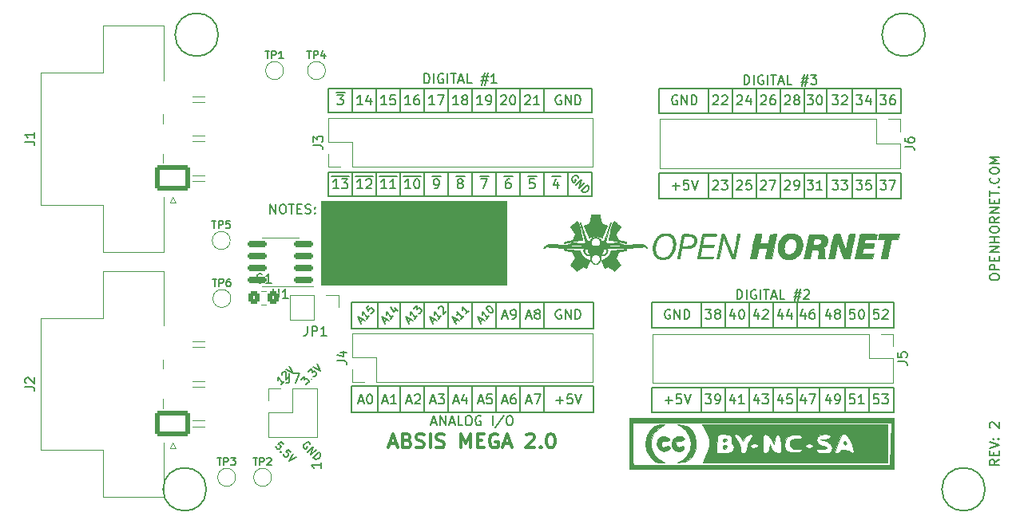
<source format=gbr>
%TF.GenerationSoftware,KiCad,Pcbnew,(6.0.9)*%
%TF.CreationDate,2023-03-29T13:48:58-08:00*%
%TF.ProjectId,ABSIS_Mega,41425349-535f-44d6-9567-612e6b696361,2*%
%TF.SameCoordinates,Original*%
%TF.FileFunction,Legend,Top*%
%TF.FilePolarity,Positive*%
%FSLAX46Y46*%
G04 Gerber Fmt 4.6, Leading zero omitted, Abs format (unit mm)*
G04 Created by KiCad (PCBNEW (6.0.9)) date 2023-03-29 13:48:58*
%MOMM*%
%LPD*%
G01*
G04 APERTURE LIST*
G04 Aperture macros list*
%AMRoundRect*
0 Rectangle with rounded corners*
0 $1 Rounding radius*
0 $2 $3 $4 $5 $6 $7 $8 $9 X,Y pos of 4 corners*
0 Add a 4 corners polygon primitive as box body*
4,1,4,$2,$3,$4,$5,$6,$7,$8,$9,$2,$3,0*
0 Add four circle primitives for the rounded corners*
1,1,$1+$1,$2,$3*
1,1,$1+$1,$4,$5*
1,1,$1+$1,$6,$7*
1,1,$1+$1,$8,$9*
0 Add four rect primitives between the rounded corners*
20,1,$1+$1,$2,$3,$4,$5,0*
20,1,$1+$1,$4,$5,$6,$7,0*
20,1,$1+$1,$6,$7,$8,$9,0*
20,1,$1+$1,$8,$9,$2,$3,0*%
G04 Aperture macros list end*
%ADD10C,0.150000*%
%ADD11C,0.100000*%
%ADD12C,0.300000*%
%ADD13C,0.010000*%
%ADD14C,0.120000*%
%ADD15C,4.064000*%
%ADD16R,1.700000X1.700000*%
%ADD17O,1.700000X1.700000*%
%ADD18RoundRect,0.150000X0.825000X0.150000X-0.825000X0.150000X-0.825000X-0.150000X0.825000X-0.150000X0*%
%ADD19RoundRect,0.249999X0.325001X0.450001X-0.325001X0.450001X-0.325001X-0.450001X0.325001X-0.450001X0*%
%ADD20C,1.500000*%
%ADD21C,3.200000*%
%ADD22RoundRect,0.250001X1.599999X-1.099999X1.599999X1.099999X-1.599999X1.099999X-1.599999X-1.099999X0*%
%ADD23O,3.700000X2.700000*%
G04 APERTURE END LIST*
D10*
X54610000Y42545000D02*
X26670000Y42545000D01*
X29210000Y42545000D02*
X29210000Y45085000D01*
X26670000Y33655000D02*
X26670000Y36195000D01*
X87376000Y45085000D02*
X87376000Y42418000D01*
X82169000Y33401000D02*
X82169000Y36068000D01*
X74549000Y33401000D02*
X74549000Y36068000D01*
X69469000Y33401000D02*
X69469000Y36068000D01*
X77089000Y33401000D02*
X77089000Y36068000D01*
X84709000Y33401000D02*
X84709000Y36068000D01*
X72009000Y33401000D02*
X72009000Y36068000D01*
X61722000Y36068000D02*
X87376000Y36068000D01*
X61722000Y33401000D02*
X87376000Y33401000D01*
X79502000Y33401000D02*
X79502000Y36068000D01*
X66929000Y33401000D02*
X66929000Y36068000D01*
X61722000Y33401000D02*
X61722000Y36068000D01*
X87376000Y36068000D02*
X87376000Y33401000D01*
X60960000Y13335000D02*
X86614000Y13335000D01*
X86614000Y13335000D02*
X86614000Y10668000D01*
X60960000Y10668000D02*
X86614000Y10668000D01*
X66167000Y10668000D02*
X66167000Y13335000D01*
X60960000Y10668000D02*
X60960000Y13335000D01*
X78740000Y10668000D02*
X78740000Y13335000D01*
X81407000Y19685000D02*
X81407000Y22352000D01*
X73787000Y19685000D02*
X73787000Y22352000D01*
X76327000Y10668000D02*
X76327000Y13335000D01*
X68707000Y19685000D02*
X68707000Y22352000D01*
X76327000Y19685000D02*
X76327000Y22352000D01*
X83947000Y19685000D02*
X83947000Y22352000D01*
X71247000Y19685000D02*
X71247000Y22352000D01*
X60960000Y22352000D02*
X86614000Y22352000D01*
X60960000Y19685000D02*
X86614000Y19685000D01*
X78740000Y19685000D02*
X78740000Y22352000D01*
X66167000Y19685000D02*
X66167000Y22352000D01*
X73787000Y10668000D02*
X73787000Y13335000D01*
X60960000Y19685000D02*
X60960000Y22352000D01*
X81407000Y10668000D02*
X81407000Y13335000D01*
X68707000Y10668000D02*
X68707000Y13335000D01*
X83947000Y10668000D02*
X83947000Y13335000D01*
X71247000Y10668000D02*
X71247000Y13335000D01*
X86614000Y22352000D02*
X86614000Y19685000D01*
X29083000Y10668000D02*
X29083000Y13462000D01*
X54737000Y19558000D02*
X29083000Y19558000D01*
X54737000Y22352000D02*
X29083000Y22352000D01*
X54737000Y22352000D02*
X54737000Y19558000D01*
X41910000Y22352000D02*
X41910000Y19558000D01*
X29083000Y19558000D02*
X29083000Y22352000D01*
X34290000Y22352000D02*
X34290000Y19558000D01*
X46990000Y22352000D02*
X46990000Y19558000D01*
X49530000Y22352000D02*
X49530000Y19558000D01*
X31877000Y22352000D02*
X31877000Y19558000D01*
X36830000Y22352000D02*
X36830000Y19558000D01*
X39370000Y22352000D02*
X39370000Y19558000D01*
X44450000Y22352000D02*
X44450000Y19558000D01*
X61722000Y45085000D02*
X87376000Y45085000D01*
X29210000Y36195000D02*
X29210000Y33655000D01*
X36830000Y42545000D02*
X39370000Y42545000D01*
X46990000Y36195000D02*
X46990000Y33655000D01*
X26670000Y42545000D02*
X26670000Y45085000D01*
X39370000Y42545000D02*
X39370000Y45085000D01*
X41910000Y45085000D02*
X41910000Y42545000D01*
X49530000Y13462000D02*
X49530000Y10668000D01*
X61722000Y42418000D02*
X87376000Y42418000D01*
X34290000Y42545000D02*
X34290000Y45085000D01*
X46990000Y45085000D02*
X46990000Y42545000D01*
X54737000Y13462000D02*
X29083000Y13462000D01*
X26670000Y36195000D02*
X54610000Y36195000D01*
D11*
G36*
X45500000Y33145000D02*
G01*
X45500000Y24255000D01*
X25908000Y24257000D01*
X25908000Y33147000D01*
X45500000Y33145000D01*
G37*
X45500000Y33145000D02*
X45500000Y24255000D01*
X25908000Y24257000D01*
X25908000Y33147000D01*
X45500000Y33145000D01*
D10*
X54610000Y45085000D02*
X54610000Y42545000D01*
X36830000Y45085000D02*
X36830000Y42545000D01*
X31750000Y36195000D02*
X31750000Y33655000D01*
X41910000Y36195000D02*
X41910000Y33655000D01*
X39370000Y36195000D02*
X39370000Y33655000D01*
X31750000Y42545000D02*
X34290000Y42545000D01*
X44450000Y42545000D02*
X44450000Y45085000D01*
X54610000Y36195000D02*
X54610000Y33655000D01*
X52070000Y36195000D02*
X52070000Y33655000D01*
X46990000Y42545000D02*
X49530000Y42545000D01*
X82169000Y42418000D02*
X82169000Y45085000D01*
X34290000Y13462000D02*
X34290000Y10668000D01*
X36830000Y36195000D02*
X36830000Y33655000D01*
X61722000Y42418000D02*
X61722000Y45085000D01*
X54737000Y13462000D02*
X54737000Y10668000D01*
X26670000Y45085000D02*
X54610000Y45085000D01*
X41910000Y42545000D02*
X44450000Y42545000D01*
X41910000Y13462000D02*
X41910000Y10668000D01*
X54610000Y33655000D02*
X26670000Y33655000D01*
X39370000Y13462000D02*
X39370000Y10668000D01*
X49530000Y36195000D02*
X49530000Y33655000D01*
X72009000Y42418000D02*
X72009000Y45085000D01*
X31750000Y45085000D02*
X31750000Y42545000D01*
X77089000Y42418000D02*
X77089000Y45085000D01*
X54737000Y10668000D02*
X29083000Y10668000D01*
X44450000Y13462000D02*
X44450000Y10668000D01*
X74549000Y42418000D02*
X74549000Y45085000D01*
X84709000Y42418000D02*
X84709000Y45085000D01*
X34290000Y36195000D02*
X34290000Y33655000D01*
X46990000Y13462000D02*
X46990000Y10668000D01*
X49530000Y42545000D02*
X49530000Y45085000D01*
X44450000Y36195000D02*
X44450000Y33655000D01*
X66929000Y42418000D02*
X66929000Y45085000D01*
X79502000Y42418000D02*
X79502000Y45085000D01*
X31877000Y13462000D02*
X31877000Y10668000D01*
X36830000Y13462000D02*
X36830000Y10668000D01*
X69469000Y42418000D02*
X69469000Y45085000D01*
X63627095Y44315000D02*
X63531857Y44362620D01*
X63389000Y44362620D01*
X63246142Y44315000D01*
X63150904Y44219762D01*
X63103285Y44124524D01*
X63055666Y43934048D01*
X63055666Y43791191D01*
X63103285Y43600715D01*
X63150904Y43505477D01*
X63246142Y43410239D01*
X63389000Y43362620D01*
X63484238Y43362620D01*
X63627095Y43410239D01*
X63674714Y43457858D01*
X63674714Y43791191D01*
X63484238Y43791191D01*
X64103285Y43362620D02*
X64103285Y44362620D01*
X64674714Y43362620D01*
X64674714Y44362620D01*
X65150904Y43362620D02*
X65150904Y44362620D01*
X65389000Y44362620D01*
X65531857Y44315000D01*
X65627095Y44219762D01*
X65674714Y44124524D01*
X65722333Y43934048D01*
X65722333Y43791191D01*
X65674714Y43600715D01*
X65627095Y43505477D01*
X65531857Y43410239D01*
X65389000Y43362620D01*
X65150904Y43362620D01*
X72517095Y35250381D02*
X72564714Y35298000D01*
X72659952Y35345620D01*
X72898047Y35345620D01*
X72993285Y35298000D01*
X73040904Y35250381D01*
X73088523Y35155143D01*
X73088523Y35059905D01*
X73040904Y34917048D01*
X72469476Y34345620D01*
X73088523Y34345620D01*
X73421857Y35345620D02*
X74088523Y35345620D01*
X73659952Y34345620D01*
X82629476Y35345620D02*
X83248523Y35345620D01*
X82915190Y34964667D01*
X83058047Y34964667D01*
X83153285Y34917048D01*
X83200904Y34869429D01*
X83248523Y34774191D01*
X83248523Y34536096D01*
X83200904Y34440858D01*
X83153285Y34393239D01*
X83058047Y34345620D01*
X82772333Y34345620D01*
X82677095Y34393239D01*
X82629476Y34440858D01*
X84153285Y35345620D02*
X83677095Y35345620D01*
X83629476Y34869429D01*
X83677095Y34917048D01*
X83772333Y34964667D01*
X84010428Y34964667D01*
X84105666Y34917048D01*
X84153285Y34869429D01*
X84200904Y34774191D01*
X84200904Y34536096D01*
X84153285Y34440858D01*
X84105666Y34393239D01*
X84010428Y34345620D01*
X83772333Y34345620D01*
X83677095Y34393239D01*
X83629476Y34440858D01*
X85169476Y35345620D02*
X85788523Y35345620D01*
X85455190Y34964667D01*
X85598047Y34964667D01*
X85693285Y34917048D01*
X85740904Y34869429D01*
X85788523Y34774191D01*
X85788523Y34536096D01*
X85740904Y34440858D01*
X85693285Y34393239D01*
X85598047Y34345620D01*
X85312333Y34345620D01*
X85217095Y34393239D01*
X85169476Y34440858D01*
X86121857Y35345620D02*
X86788523Y35345620D01*
X86359952Y34345620D01*
X63103285Y34726572D02*
X63865190Y34726572D01*
X63484238Y34345620D02*
X63484238Y35107524D01*
X64817571Y35345620D02*
X64341380Y35345620D01*
X64293761Y34869429D01*
X64341380Y34917048D01*
X64436619Y34964667D01*
X64674714Y34964667D01*
X64769952Y34917048D01*
X64817571Y34869429D01*
X64865190Y34774191D01*
X64865190Y34536096D01*
X64817571Y34440858D01*
X64769952Y34393239D01*
X64674714Y34345620D01*
X64436619Y34345620D01*
X64341380Y34393239D01*
X64293761Y34440858D01*
X65150904Y35345620D02*
X65484238Y34345620D01*
X65817571Y35345620D01*
X67437095Y35250381D02*
X67484714Y35298000D01*
X67579952Y35345620D01*
X67818047Y35345620D01*
X67913285Y35298000D01*
X67960904Y35250381D01*
X68008523Y35155143D01*
X68008523Y35059905D01*
X67960904Y34917048D01*
X67389476Y34345620D01*
X68008523Y34345620D01*
X68341857Y35345620D02*
X68960904Y35345620D01*
X68627571Y34964667D01*
X68770428Y34964667D01*
X68865666Y34917048D01*
X68913285Y34869429D01*
X68960904Y34774191D01*
X68960904Y34536096D01*
X68913285Y34440858D01*
X68865666Y34393239D01*
X68770428Y34345620D01*
X68484714Y34345620D01*
X68389476Y34393239D01*
X68341857Y34440858D01*
X69977095Y35250381D02*
X70024714Y35298000D01*
X70119952Y35345620D01*
X70358047Y35345620D01*
X70453285Y35298000D01*
X70500904Y35250381D01*
X70548523Y35155143D01*
X70548523Y35059905D01*
X70500904Y34917048D01*
X69929476Y34345620D01*
X70548523Y34345620D01*
X71453285Y35345620D02*
X70977095Y35345620D01*
X70929476Y34869429D01*
X70977095Y34917048D01*
X71072333Y34964667D01*
X71310428Y34964667D01*
X71405666Y34917048D01*
X71453285Y34869429D01*
X71500904Y34774191D01*
X71500904Y34536096D01*
X71453285Y34440858D01*
X71405666Y34393239D01*
X71310428Y34345620D01*
X71072333Y34345620D01*
X70977095Y34393239D01*
X70929476Y34440858D01*
X75057095Y35250381D02*
X75104714Y35298000D01*
X75199952Y35345620D01*
X75438047Y35345620D01*
X75533285Y35298000D01*
X75580904Y35250381D01*
X75628523Y35155143D01*
X75628523Y35059905D01*
X75580904Y34917048D01*
X75009476Y34345620D01*
X75628523Y34345620D01*
X76104714Y34345620D02*
X76295190Y34345620D01*
X76390428Y34393239D01*
X76438047Y34440858D01*
X76533285Y34583715D01*
X76580904Y34774191D01*
X76580904Y35155143D01*
X76533285Y35250381D01*
X76485666Y35298000D01*
X76390428Y35345620D01*
X76199952Y35345620D01*
X76104714Y35298000D01*
X76057095Y35250381D01*
X76009476Y35155143D01*
X76009476Y34917048D01*
X76057095Y34821810D01*
X76104714Y34774191D01*
X76199952Y34726572D01*
X76390428Y34726572D01*
X76485666Y34774191D01*
X76533285Y34821810D01*
X76580904Y34917048D01*
X80089476Y35345620D02*
X80708523Y35345620D01*
X80375190Y34964667D01*
X80518047Y34964667D01*
X80613285Y34917048D01*
X80660904Y34869429D01*
X80708523Y34774191D01*
X80708523Y34536096D01*
X80660904Y34440858D01*
X80613285Y34393239D01*
X80518047Y34345620D01*
X80232333Y34345620D01*
X80137095Y34393239D01*
X80089476Y34440858D01*
X81041857Y35345620D02*
X81660904Y35345620D01*
X81327571Y34964667D01*
X81470428Y34964667D01*
X81565666Y34917048D01*
X81613285Y34869429D01*
X81660904Y34774191D01*
X81660904Y34536096D01*
X81613285Y34440858D01*
X81565666Y34393239D01*
X81470428Y34345620D01*
X81184714Y34345620D01*
X81089476Y34393239D01*
X81041857Y34440858D01*
X77422476Y35345620D02*
X78041523Y35345620D01*
X77708190Y34964667D01*
X77851047Y34964667D01*
X77946285Y34917048D01*
X77993904Y34869429D01*
X78041523Y34774191D01*
X78041523Y34536096D01*
X77993904Y34440858D01*
X77946285Y34393239D01*
X77851047Y34345620D01*
X77565333Y34345620D01*
X77470095Y34393239D01*
X77422476Y34440858D01*
X78993904Y34345620D02*
X78422476Y34345620D01*
X78708190Y34345620D02*
X78708190Y35345620D01*
X78612952Y35202762D01*
X78517714Y35107524D01*
X78422476Y35059905D01*
X72231285Y21296286D02*
X72231285Y20629620D01*
X71993190Y21677239D02*
X71755095Y20962953D01*
X72374142Y20962953D01*
X72707476Y21534381D02*
X72755095Y21582000D01*
X72850333Y21629620D01*
X73088428Y21629620D01*
X73183666Y21582000D01*
X73231285Y21534381D01*
X73278904Y21439143D01*
X73278904Y21343905D01*
X73231285Y21201048D01*
X72659857Y20629620D01*
X73278904Y20629620D01*
X82438904Y21629620D02*
X81962714Y21629620D01*
X81915095Y21153429D01*
X81962714Y21201048D01*
X82057952Y21248667D01*
X82296047Y21248667D01*
X82391285Y21201048D01*
X82438904Y21153429D01*
X82486523Y21058191D01*
X82486523Y20820096D01*
X82438904Y20724858D01*
X82391285Y20677239D01*
X82296047Y20629620D01*
X82057952Y20629620D01*
X81962714Y20677239D01*
X81915095Y20724858D01*
X83105571Y21629620D02*
X83200809Y21629620D01*
X83296047Y21582000D01*
X83343666Y21534381D01*
X83391285Y21439143D01*
X83438904Y21248667D01*
X83438904Y21010572D01*
X83391285Y20820096D01*
X83343666Y20724858D01*
X83296047Y20677239D01*
X83200809Y20629620D01*
X83105571Y20629620D01*
X83010333Y20677239D01*
X82962714Y20724858D01*
X82915095Y20820096D01*
X82867476Y21010572D01*
X82867476Y21248667D01*
X82915095Y21439143D01*
X82962714Y21534381D01*
X83010333Y21582000D01*
X83105571Y21629620D01*
X84978904Y21629620D02*
X84502714Y21629620D01*
X84455095Y21153429D01*
X84502714Y21201048D01*
X84597952Y21248667D01*
X84836047Y21248667D01*
X84931285Y21201048D01*
X84978904Y21153429D01*
X85026523Y21058191D01*
X85026523Y20820096D01*
X84978904Y20724858D01*
X84931285Y20677239D01*
X84836047Y20629620D01*
X84597952Y20629620D01*
X84502714Y20677239D01*
X84455095Y20724858D01*
X85407476Y21534381D02*
X85455095Y21582000D01*
X85550333Y21629620D01*
X85788428Y21629620D01*
X85883666Y21582000D01*
X85931285Y21534381D01*
X85978904Y21439143D01*
X85978904Y21343905D01*
X85931285Y21201048D01*
X85359857Y20629620D01*
X85978904Y20629620D01*
X77184285Y12279286D02*
X77184285Y11612620D01*
X76946190Y12660239D02*
X76708095Y11945953D01*
X77327142Y11945953D01*
X77612857Y12612620D02*
X78279523Y12612620D01*
X77850952Y11612620D01*
X74771285Y12279286D02*
X74771285Y11612620D01*
X74533190Y12660239D02*
X74295095Y11945953D01*
X74914142Y11945953D01*
X75771285Y12612620D02*
X75295095Y12612620D01*
X75247476Y12136429D01*
X75295095Y12184048D01*
X75390333Y12231667D01*
X75628428Y12231667D01*
X75723666Y12184048D01*
X75771285Y12136429D01*
X75818904Y12041191D01*
X75818904Y11803096D01*
X75771285Y11707858D01*
X75723666Y11660239D01*
X75628428Y11612620D01*
X75390333Y11612620D01*
X75295095Y11660239D01*
X75247476Y11707858D01*
X82438904Y12612620D02*
X81962714Y12612620D01*
X81915095Y12136429D01*
X81962714Y12184048D01*
X82057952Y12231667D01*
X82296047Y12231667D01*
X82391285Y12184048D01*
X82438904Y12136429D01*
X82486523Y12041191D01*
X82486523Y11803096D01*
X82438904Y11707858D01*
X82391285Y11660239D01*
X82296047Y11612620D01*
X82057952Y11612620D01*
X81962714Y11660239D01*
X81915095Y11707858D01*
X83438904Y11612620D02*
X82867476Y11612620D01*
X83153190Y11612620D02*
X83153190Y12612620D01*
X83057952Y12469762D01*
X82962714Y12374524D01*
X82867476Y12326905D01*
X79851285Y12279286D02*
X79851285Y11612620D01*
X79613190Y12660239D02*
X79375095Y11945953D01*
X79994142Y11945953D01*
X80422714Y11612620D02*
X80613190Y11612620D01*
X80708428Y11660239D01*
X80756047Y11707858D01*
X80851285Y11850715D01*
X80898904Y12041191D01*
X80898904Y12422143D01*
X80851285Y12517381D01*
X80803666Y12565000D01*
X80708428Y12612620D01*
X80517952Y12612620D01*
X80422714Y12565000D01*
X80375095Y12517381D01*
X80327476Y12422143D01*
X80327476Y12184048D01*
X80375095Y12088810D01*
X80422714Y12041191D01*
X80517952Y11993572D01*
X80708428Y11993572D01*
X80803666Y12041191D01*
X80851285Y12088810D01*
X80898904Y12184048D01*
X62865095Y21582000D02*
X62769857Y21629620D01*
X62627000Y21629620D01*
X62484142Y21582000D01*
X62388904Y21486762D01*
X62341285Y21391524D01*
X62293666Y21201048D01*
X62293666Y21058191D01*
X62341285Y20867715D01*
X62388904Y20772477D01*
X62484142Y20677239D01*
X62627000Y20629620D01*
X62722238Y20629620D01*
X62865095Y20677239D01*
X62912714Y20724858D01*
X62912714Y21058191D01*
X62722238Y21058191D01*
X63341285Y20629620D02*
X63341285Y21629620D01*
X63912714Y20629620D01*
X63912714Y21629620D01*
X64388904Y20629620D02*
X64388904Y21629620D01*
X64627000Y21629620D01*
X64769857Y21582000D01*
X64865095Y21486762D01*
X64912714Y21391524D01*
X64960333Y21201048D01*
X64960333Y21058191D01*
X64912714Y20867715D01*
X64865095Y20772477D01*
X64769857Y20677239D01*
X64627000Y20629620D01*
X64388904Y20629620D01*
X66627476Y21629620D02*
X67246523Y21629620D01*
X66913190Y21248667D01*
X67056047Y21248667D01*
X67151285Y21201048D01*
X67198904Y21153429D01*
X67246523Y21058191D01*
X67246523Y20820096D01*
X67198904Y20724858D01*
X67151285Y20677239D01*
X67056047Y20629620D01*
X66770333Y20629620D01*
X66675095Y20677239D01*
X66627476Y20724858D01*
X67817952Y21201048D02*
X67722714Y21248667D01*
X67675095Y21296286D01*
X67627476Y21391524D01*
X67627476Y21439143D01*
X67675095Y21534381D01*
X67722714Y21582000D01*
X67817952Y21629620D01*
X68008428Y21629620D01*
X68103666Y21582000D01*
X68151285Y21534381D01*
X68198904Y21439143D01*
X68198904Y21391524D01*
X68151285Y21296286D01*
X68103666Y21248667D01*
X68008428Y21201048D01*
X67817952Y21201048D01*
X67722714Y21153429D01*
X67675095Y21105810D01*
X67627476Y21010572D01*
X67627476Y20820096D01*
X67675095Y20724858D01*
X67722714Y20677239D01*
X67817952Y20629620D01*
X68008428Y20629620D01*
X68103666Y20677239D01*
X68151285Y20724858D01*
X68198904Y20820096D01*
X68198904Y21010572D01*
X68151285Y21105810D01*
X68103666Y21153429D01*
X68008428Y21201048D01*
X69691285Y21296286D02*
X69691285Y20629620D01*
X69453190Y21677239D02*
X69215095Y20962953D01*
X69834142Y20962953D01*
X70405571Y21629620D02*
X70500809Y21629620D01*
X70596047Y21582000D01*
X70643666Y21534381D01*
X70691285Y21439143D01*
X70738904Y21248667D01*
X70738904Y21010572D01*
X70691285Y20820096D01*
X70643666Y20724858D01*
X70596047Y20677239D01*
X70500809Y20629620D01*
X70405571Y20629620D01*
X70310333Y20677239D01*
X70262714Y20724858D01*
X70215095Y20820096D01*
X70167476Y21010572D01*
X70167476Y21248667D01*
X70215095Y21439143D01*
X70262714Y21534381D01*
X70310333Y21582000D01*
X70405571Y21629620D01*
X72231285Y12279286D02*
X72231285Y11612620D01*
X71993190Y12660239D02*
X71755095Y11945953D01*
X72374142Y11945953D01*
X72659857Y12612620D02*
X73278904Y12612620D01*
X72945571Y12231667D01*
X73088428Y12231667D01*
X73183666Y12184048D01*
X73231285Y12136429D01*
X73278904Y12041191D01*
X73278904Y11803096D01*
X73231285Y11707858D01*
X73183666Y11660239D01*
X73088428Y11612620D01*
X72802714Y11612620D01*
X72707476Y11660239D01*
X72659857Y11707858D01*
X74771285Y21296286D02*
X74771285Y20629620D01*
X74533190Y21677239D02*
X74295095Y20962953D01*
X74914142Y20962953D01*
X75723666Y21296286D02*
X75723666Y20629620D01*
X75485571Y21677239D02*
X75247476Y20962953D01*
X75866523Y20962953D01*
X84978904Y12612620D02*
X84502714Y12612620D01*
X84455095Y12136429D01*
X84502714Y12184048D01*
X84597952Y12231667D01*
X84836047Y12231667D01*
X84931285Y12184048D01*
X84978904Y12136429D01*
X85026523Y12041191D01*
X85026523Y11803096D01*
X84978904Y11707858D01*
X84931285Y11660239D01*
X84836047Y11612620D01*
X84597952Y11612620D01*
X84502714Y11660239D01*
X84455095Y11707858D01*
X85359857Y12612620D02*
X85978904Y12612620D01*
X85645571Y12231667D01*
X85788428Y12231667D01*
X85883666Y12184048D01*
X85931285Y12136429D01*
X85978904Y12041191D01*
X85978904Y11803096D01*
X85931285Y11707858D01*
X85883666Y11660239D01*
X85788428Y11612620D01*
X85502714Y11612620D01*
X85407476Y11660239D01*
X85359857Y11707858D01*
X79851285Y21296286D02*
X79851285Y20629620D01*
X79613190Y21677239D02*
X79375095Y20962953D01*
X79994142Y20962953D01*
X80517952Y21201048D02*
X80422714Y21248667D01*
X80375095Y21296286D01*
X80327476Y21391524D01*
X80327476Y21439143D01*
X80375095Y21534381D01*
X80422714Y21582000D01*
X80517952Y21629620D01*
X80708428Y21629620D01*
X80803666Y21582000D01*
X80851285Y21534381D01*
X80898904Y21439143D01*
X80898904Y21391524D01*
X80851285Y21296286D01*
X80803666Y21248667D01*
X80708428Y21201048D01*
X80517952Y21201048D01*
X80422714Y21153429D01*
X80375095Y21105810D01*
X80327476Y21010572D01*
X80327476Y20820096D01*
X80375095Y20724858D01*
X80422714Y20677239D01*
X80517952Y20629620D01*
X80708428Y20629620D01*
X80803666Y20677239D01*
X80851285Y20724858D01*
X80898904Y20820096D01*
X80898904Y21010572D01*
X80851285Y21105810D01*
X80803666Y21153429D01*
X80708428Y21201048D01*
X62341285Y11993572D02*
X63103190Y11993572D01*
X62722238Y11612620D02*
X62722238Y12374524D01*
X64055571Y12612620D02*
X63579380Y12612620D01*
X63531761Y12136429D01*
X63579380Y12184048D01*
X63674619Y12231667D01*
X63912714Y12231667D01*
X64007952Y12184048D01*
X64055571Y12136429D01*
X64103190Y12041191D01*
X64103190Y11803096D01*
X64055571Y11707858D01*
X64007952Y11660239D01*
X63912714Y11612620D01*
X63674619Y11612620D01*
X63579380Y11660239D01*
X63531761Y11707858D01*
X64388904Y12612620D02*
X64722238Y11612620D01*
X65055571Y12612620D01*
X66627476Y12612620D02*
X67246523Y12612620D01*
X66913190Y12231667D01*
X67056047Y12231667D01*
X67151285Y12184048D01*
X67198904Y12136429D01*
X67246523Y12041191D01*
X67246523Y11803096D01*
X67198904Y11707858D01*
X67151285Y11660239D01*
X67056047Y11612620D01*
X66770333Y11612620D01*
X66675095Y11660239D01*
X66627476Y11707858D01*
X67722714Y11612620D02*
X67913190Y11612620D01*
X68008428Y11660239D01*
X68056047Y11707858D01*
X68151285Y11850715D01*
X68198904Y12041191D01*
X68198904Y12422143D01*
X68151285Y12517381D01*
X68103666Y12565000D01*
X68008428Y12612620D01*
X67817952Y12612620D01*
X67722714Y12565000D01*
X67675095Y12517381D01*
X67627476Y12422143D01*
X67627476Y12184048D01*
X67675095Y12088810D01*
X67722714Y12041191D01*
X67817952Y11993572D01*
X68008428Y11993572D01*
X68103666Y12041191D01*
X68151285Y12088810D01*
X68198904Y12184048D01*
X69691285Y12279286D02*
X69691285Y11612620D01*
X69453190Y12660239D02*
X69215095Y11945953D01*
X69834142Y11945953D01*
X70738904Y11612620D02*
X70167476Y11612620D01*
X70453190Y11612620D02*
X70453190Y12612620D01*
X70357952Y12469762D01*
X70262714Y12374524D01*
X70167476Y12326905D01*
X77184285Y21296286D02*
X77184285Y20629620D01*
X76946190Y21677239D02*
X76708095Y20962953D01*
X77327142Y20962953D01*
X78136666Y21629620D02*
X77946190Y21629620D01*
X77850952Y21582000D01*
X77803333Y21534381D01*
X77708095Y21391524D01*
X77660476Y21201048D01*
X77660476Y20820096D01*
X77708095Y20724858D01*
X77755714Y20677239D01*
X77850952Y20629620D01*
X78041428Y20629620D01*
X78136666Y20677239D01*
X78184285Y20724858D01*
X78231904Y20820096D01*
X78231904Y21058191D01*
X78184285Y21153429D01*
X78136666Y21201048D01*
X78041428Y21248667D01*
X77850952Y21248667D01*
X77755714Y21201048D01*
X77708095Y21153429D01*
X77660476Y21058191D01*
X51308095Y21582000D02*
X51212857Y21629620D01*
X51070000Y21629620D01*
X50927142Y21582000D01*
X50831904Y21486762D01*
X50784285Y21391524D01*
X50736666Y21201048D01*
X50736666Y21058191D01*
X50784285Y20867715D01*
X50831904Y20772477D01*
X50927142Y20677239D01*
X51070000Y20629620D01*
X51165238Y20629620D01*
X51308095Y20677239D01*
X51355714Y20724858D01*
X51355714Y21058191D01*
X51165238Y21058191D01*
X51784285Y20629620D02*
X51784285Y21629620D01*
X52355714Y20629620D01*
X52355714Y21629620D01*
X52831904Y20629620D02*
X52831904Y21629620D01*
X53070000Y21629620D01*
X53212857Y21582000D01*
X53308095Y21486762D01*
X53355714Y21391524D01*
X53403333Y21201048D01*
X53403333Y21058191D01*
X53355714Y20867715D01*
X53308095Y20772477D01*
X53212857Y20677239D01*
X53070000Y20629620D01*
X52831904Y20629620D01*
X50784285Y11993572D02*
X51546190Y11993572D01*
X51165238Y11612620D02*
X51165238Y12374524D01*
X52498571Y12612620D02*
X52022380Y12612620D01*
X51974761Y12136429D01*
X52022380Y12184048D01*
X52117619Y12231667D01*
X52355714Y12231667D01*
X52450952Y12184048D01*
X52498571Y12136429D01*
X52546190Y12041191D01*
X52546190Y11803096D01*
X52498571Y11707858D01*
X52450952Y11660239D01*
X52355714Y11612620D01*
X52117619Y11612620D01*
X52022380Y11660239D01*
X51974761Y11707858D01*
X52831904Y12612620D02*
X53165238Y11612620D01*
X53498571Y12612620D01*
X45132714Y20915334D02*
X45608904Y20915334D01*
X45037476Y20629620D02*
X45370809Y21629620D01*
X45704142Y20629620D01*
X46085095Y20629620D02*
X46275571Y20629620D01*
X46370809Y20677239D01*
X46418428Y20724858D01*
X46513666Y20867715D01*
X46561285Y21058191D01*
X46561285Y21439143D01*
X46513666Y21534381D01*
X46466047Y21582000D01*
X46370809Y21629620D01*
X46180333Y21629620D01*
X46085095Y21582000D01*
X46037476Y21534381D01*
X45989857Y21439143D01*
X45989857Y21201048D01*
X46037476Y21105810D01*
X46085095Y21058191D01*
X46180333Y21010572D01*
X46370809Y21010572D01*
X46466047Y21058191D01*
X46513666Y21105810D01*
X46561285Y21201048D01*
X47672714Y20915334D02*
X48148904Y20915334D01*
X47577476Y20629620D02*
X47910809Y21629620D01*
X48244142Y20629620D01*
X48720333Y21201048D02*
X48625095Y21248667D01*
X48577476Y21296286D01*
X48529857Y21391524D01*
X48529857Y21439143D01*
X48577476Y21534381D01*
X48625095Y21582000D01*
X48720333Y21629620D01*
X48910809Y21629620D01*
X49006047Y21582000D01*
X49053666Y21534381D01*
X49101285Y21439143D01*
X49101285Y21391524D01*
X49053666Y21296286D01*
X49006047Y21248667D01*
X48910809Y21201048D01*
X48720333Y21201048D01*
X48625095Y21153429D01*
X48577476Y21105810D01*
X48529857Y21010572D01*
X48529857Y20820096D01*
X48577476Y20724858D01*
X48625095Y20677239D01*
X48720333Y20629620D01*
X48910809Y20629620D01*
X49006047Y20677239D01*
X49053666Y20724858D01*
X49101285Y20820096D01*
X49101285Y21010572D01*
X49053666Y21105810D01*
X49006047Y21153429D01*
X48910809Y21201048D01*
X45132714Y11898334D02*
X45608904Y11898334D01*
X45037476Y11612620D02*
X45370809Y12612620D01*
X45704142Y11612620D01*
X46466047Y12612620D02*
X46275571Y12612620D01*
X46180333Y12565000D01*
X46132714Y12517381D01*
X46037476Y12374524D01*
X45989857Y12184048D01*
X45989857Y11803096D01*
X46037476Y11707858D01*
X46085095Y11660239D01*
X46180333Y11612620D01*
X46370809Y11612620D01*
X46466047Y11660239D01*
X46513666Y11707858D01*
X46561285Y11803096D01*
X46561285Y12041191D01*
X46513666Y12136429D01*
X46466047Y12184048D01*
X46370809Y12231667D01*
X46180333Y12231667D01*
X46085095Y12184048D01*
X46037476Y12136429D01*
X45989857Y12041191D01*
X42592714Y11898334D02*
X43068904Y11898334D01*
X42497476Y11612620D02*
X42830809Y12612620D01*
X43164142Y11612620D01*
X43973666Y12612620D02*
X43497476Y12612620D01*
X43449857Y12136429D01*
X43497476Y12184048D01*
X43592714Y12231667D01*
X43830809Y12231667D01*
X43926047Y12184048D01*
X43973666Y12136429D01*
X44021285Y12041191D01*
X44021285Y11803096D01*
X43973666Y11707858D01*
X43926047Y11660239D01*
X43830809Y11612620D01*
X43592714Y11612620D01*
X43497476Y11660239D01*
X43449857Y11707858D01*
X30027845Y20314285D02*
X30297219Y20583659D01*
X30135595Y20098785D02*
X29758471Y20853033D01*
X30512719Y20475909D01*
X30997592Y20960782D02*
X30674343Y20637533D01*
X30835967Y20799158D02*
X30270282Y21364843D01*
X30297219Y21230156D01*
X30297219Y21122407D01*
X30270282Y21041594D01*
X30943717Y22038278D02*
X30674343Y21768904D01*
X30916780Y21472593D01*
X30916780Y21526468D01*
X30943717Y21607280D01*
X31078404Y21741967D01*
X31159216Y21768904D01*
X31213091Y21768904D01*
X31293903Y21741967D01*
X31428590Y21607280D01*
X31455528Y21526468D01*
X31455528Y21472593D01*
X31428590Y21391781D01*
X31293903Y21257094D01*
X31213091Y21230156D01*
X31159216Y21230156D01*
X32567845Y20314285D02*
X32837219Y20583659D01*
X32675595Y20098785D02*
X32298471Y20853033D01*
X33052719Y20475909D01*
X33537592Y20960782D02*
X33214343Y20637533D01*
X33375967Y20799158D02*
X32810282Y21364843D01*
X32837219Y21230156D01*
X32837219Y21122407D01*
X32810282Y21041594D01*
X33645341Y21822779D02*
X34022465Y21445655D01*
X33295155Y21903591D02*
X33564529Y21364843D01*
X33914715Y21715029D01*
X34972714Y11898334D02*
X35448904Y11898334D01*
X34877476Y11612620D02*
X35210809Y12612620D01*
X35544142Y11612620D01*
X35829857Y12517381D02*
X35877476Y12565000D01*
X35972714Y12612620D01*
X36210809Y12612620D01*
X36306047Y12565000D01*
X36353666Y12517381D01*
X36401285Y12422143D01*
X36401285Y12326905D01*
X36353666Y12184048D01*
X35782238Y11612620D01*
X36401285Y11612620D01*
X35107845Y20314285D02*
X35377219Y20583659D01*
X35215595Y20098785D02*
X34838471Y20853033D01*
X35592719Y20475909D01*
X36077592Y20960782D02*
X35754343Y20637533D01*
X35915967Y20799158D02*
X35350282Y21364843D01*
X35377219Y21230156D01*
X35377219Y21122407D01*
X35350282Y21041594D01*
X35700468Y21715029D02*
X36050654Y22065216D01*
X36077592Y21661155D01*
X36158404Y21741967D01*
X36239216Y21768904D01*
X36293091Y21768904D01*
X36373903Y21741967D01*
X36508590Y21607280D01*
X36535528Y21526468D01*
X36535528Y21472593D01*
X36508590Y21391781D01*
X36346966Y21230156D01*
X36266154Y21203219D01*
X36212279Y21203219D01*
X39925714Y11898334D02*
X40401904Y11898334D01*
X39830476Y11612620D02*
X40163809Y12612620D01*
X40497142Y11612620D01*
X41259047Y12279286D02*
X41259047Y11612620D01*
X41020952Y12660239D02*
X40782857Y11945953D01*
X41401904Y11945953D01*
X37512714Y11898334D02*
X37988904Y11898334D01*
X37417476Y11612620D02*
X37750809Y12612620D01*
X38084142Y11612620D01*
X38322238Y12612620D02*
X38941285Y12612620D01*
X38607952Y12231667D01*
X38750809Y12231667D01*
X38846047Y12184048D01*
X38893666Y12136429D01*
X38941285Y12041191D01*
X38941285Y11803096D01*
X38893666Y11707858D01*
X38846047Y11660239D01*
X38750809Y11612620D01*
X38465095Y11612620D01*
X38369857Y11660239D01*
X38322238Y11707858D01*
X29892714Y11898334D02*
X30368904Y11898334D01*
X29797476Y11612620D02*
X30130809Y12612620D01*
X30464142Y11612620D01*
X30987952Y12612620D02*
X31083190Y12612620D01*
X31178428Y12565000D01*
X31226047Y12517381D01*
X31273666Y12422143D01*
X31321285Y12231667D01*
X31321285Y11993572D01*
X31273666Y11803096D01*
X31226047Y11707858D01*
X31178428Y11660239D01*
X31083190Y11612620D01*
X30987952Y11612620D01*
X30892714Y11660239D01*
X30845095Y11707858D01*
X30797476Y11803096D01*
X30749857Y11993572D01*
X30749857Y12231667D01*
X30797476Y12422143D01*
X30845095Y12517381D01*
X30892714Y12565000D01*
X30987952Y12612620D01*
X47672714Y11898334D02*
X48148904Y11898334D01*
X47577476Y11612620D02*
X47910809Y12612620D01*
X48244142Y11612620D01*
X48482238Y12612620D02*
X49148904Y12612620D01*
X48720333Y11612620D01*
X42727845Y20314285D02*
X42997219Y20583659D01*
X42835595Y20098785D02*
X42458471Y20853033D01*
X43212719Y20475909D01*
X43697592Y20960782D02*
X43374343Y20637533D01*
X43535967Y20799158D02*
X42970282Y21364843D01*
X42997219Y21230156D01*
X42997219Y21122407D01*
X42970282Y21041594D01*
X43482093Y21876654D02*
X43535967Y21930529D01*
X43616780Y21957466D01*
X43670654Y21957466D01*
X43751467Y21930529D01*
X43886154Y21849716D01*
X44020841Y21715029D01*
X44101653Y21580342D01*
X44128590Y21499530D01*
X44128590Y21445655D01*
X44101653Y21364843D01*
X44047778Y21310968D01*
X43966966Y21284031D01*
X43913091Y21284031D01*
X43832279Y21310968D01*
X43697592Y21391781D01*
X43562905Y21526468D01*
X43482093Y21661155D01*
X43455155Y21741967D01*
X43455155Y21795842D01*
X43482093Y21876654D01*
X32432714Y11898334D02*
X32908904Y11898334D01*
X32337476Y11612620D02*
X32670809Y12612620D01*
X33004142Y11612620D01*
X33861285Y11612620D02*
X33289857Y11612620D01*
X33575571Y11612620D02*
X33575571Y12612620D01*
X33480333Y12469762D01*
X33385095Y12374524D01*
X33289857Y12326905D01*
X40060845Y20314285D02*
X40330219Y20583659D01*
X40168595Y20098785D02*
X39791471Y20853033D01*
X40545719Y20475909D01*
X41030592Y20960782D02*
X40707343Y20637533D01*
X40868967Y20799158D02*
X40303282Y21364843D01*
X40330219Y21230156D01*
X40330219Y21122407D01*
X40303282Y21041594D01*
X41569340Y21499530D02*
X41246091Y21176281D01*
X41407715Y21337906D02*
X40842030Y21903591D01*
X40868967Y21768904D01*
X40868967Y21661155D01*
X40842030Y21580342D01*
X37647845Y20314285D02*
X37917219Y20583659D01*
X37755595Y20098785D02*
X37378471Y20853033D01*
X38132719Y20475909D01*
X38617592Y20960782D02*
X38294343Y20637533D01*
X38455967Y20799158D02*
X37890282Y21364843D01*
X37917219Y21230156D01*
X37917219Y21122407D01*
X37890282Y21041594D01*
X38321280Y21688092D02*
X38321280Y21741967D01*
X38348218Y21822779D01*
X38482905Y21957466D01*
X38563717Y21984403D01*
X38617592Y21984403D01*
X38698404Y21957466D01*
X38752279Y21903591D01*
X38806154Y21795842D01*
X38806154Y21149344D01*
X39156340Y21499530D01*
X82629476Y44362620D02*
X83248523Y44362620D01*
X82915190Y43981667D01*
X83058047Y43981667D01*
X83153285Y43934048D01*
X83200904Y43886429D01*
X83248523Y43791191D01*
X83248523Y43553096D01*
X83200904Y43457858D01*
X83153285Y43410239D01*
X83058047Y43362620D01*
X82772333Y43362620D01*
X82677095Y43410239D01*
X82629476Y43457858D01*
X84105666Y44029286D02*
X84105666Y43362620D01*
X83867571Y44410239D02*
X83629476Y43695953D01*
X84248523Y43695953D01*
X45243809Y35755000D02*
X46196190Y35755000D01*
X45910476Y35472620D02*
X45720000Y35472620D01*
X45624761Y35425000D01*
X45577142Y35377381D01*
X45481904Y35234524D01*
X45434285Y35044048D01*
X45434285Y34663096D01*
X45481904Y34567858D01*
X45529523Y34520239D01*
X45624761Y34472620D01*
X45815238Y34472620D01*
X45910476Y34520239D01*
X45958095Y34567858D01*
X46005714Y34663096D01*
X46005714Y34901191D01*
X45958095Y34996429D01*
X45910476Y35044048D01*
X45815238Y35091667D01*
X45624761Y35091667D01*
X45529523Y35044048D01*
X45481904Y34996429D01*
X45434285Y34901191D01*
X69977095Y44267381D02*
X70024714Y44315000D01*
X70119952Y44362620D01*
X70358047Y44362620D01*
X70453285Y44315000D01*
X70500904Y44267381D01*
X70548523Y44172143D01*
X70548523Y44076905D01*
X70500904Y43934048D01*
X69929476Y43362620D01*
X70548523Y43362620D01*
X71405666Y44029286D02*
X71405666Y43362620D01*
X71167571Y44410239D02*
X70929476Y43695953D01*
X71548523Y43695953D01*
X32067619Y35755000D02*
X33020000Y35755000D01*
X32829523Y34472620D02*
X32258095Y34472620D01*
X32543809Y34472620D02*
X32543809Y35472620D01*
X32448571Y35329762D01*
X32353333Y35234524D01*
X32258095Y35186905D01*
X33020000Y35755000D02*
X33972380Y35755000D01*
X33781904Y34472620D02*
X33210476Y34472620D01*
X33496190Y34472620D02*
X33496190Y35472620D01*
X33400952Y35329762D01*
X33305714Y35234524D01*
X33210476Y35186905D01*
X37623809Y35755000D02*
X38576190Y35755000D01*
X37909523Y34472620D02*
X38100000Y34472620D01*
X38195238Y34520239D01*
X38242857Y34567858D01*
X38338095Y34710715D01*
X38385714Y34901191D01*
X38385714Y35282143D01*
X38338095Y35377381D01*
X38290476Y35425000D01*
X38195238Y35472620D01*
X38004761Y35472620D01*
X37909523Y35425000D01*
X37861904Y35377381D01*
X37814285Y35282143D01*
X37814285Y35044048D01*
X37861904Y34948810D01*
X37909523Y34901191D01*
X38004761Y34853572D01*
X38195238Y34853572D01*
X38290476Y34901191D01*
X38338095Y34948810D01*
X38385714Y35044048D01*
X35369523Y43362620D02*
X34798095Y43362620D01*
X35083809Y43362620D02*
X35083809Y44362620D01*
X34988571Y44219762D01*
X34893333Y44124524D01*
X34798095Y44076905D01*
X36226666Y44362620D02*
X36036190Y44362620D01*
X35940952Y44315000D01*
X35893333Y44267381D01*
X35798095Y44124524D01*
X35750476Y43934048D01*
X35750476Y43553096D01*
X35798095Y43457858D01*
X35845714Y43410239D01*
X35940952Y43362620D01*
X36131428Y43362620D01*
X36226666Y43410239D01*
X36274285Y43457858D01*
X36321904Y43553096D01*
X36321904Y43791191D01*
X36274285Y43886429D01*
X36226666Y43934048D01*
X36131428Y43981667D01*
X35940952Y43981667D01*
X35845714Y43934048D01*
X35798095Y43886429D01*
X35750476Y43791191D01*
X50323809Y35755000D02*
X51276190Y35755000D01*
X50990476Y35139286D02*
X50990476Y34472620D01*
X50752380Y35520239D02*
X50514285Y34805953D01*
X51133333Y34805953D01*
D12*
X33160000Y7370000D02*
X33874285Y7370000D01*
X33017142Y6941429D02*
X33517142Y8441429D01*
X34017142Y6941429D01*
X35017142Y7727143D02*
X35231428Y7655715D01*
X35302857Y7584286D01*
X35374285Y7441429D01*
X35374285Y7227143D01*
X35302857Y7084286D01*
X35231428Y7012858D01*
X35088571Y6941429D01*
X34517142Y6941429D01*
X34517142Y8441429D01*
X35017142Y8441429D01*
X35160000Y8370000D01*
X35231428Y8298572D01*
X35302857Y8155715D01*
X35302857Y8012858D01*
X35231428Y7870000D01*
X35160000Y7798572D01*
X35017142Y7727143D01*
X34517142Y7727143D01*
X35945714Y7012858D02*
X36160000Y6941429D01*
X36517142Y6941429D01*
X36660000Y7012858D01*
X36731428Y7084286D01*
X36802857Y7227143D01*
X36802857Y7370000D01*
X36731428Y7512858D01*
X36660000Y7584286D01*
X36517142Y7655715D01*
X36231428Y7727143D01*
X36088571Y7798572D01*
X36017142Y7870000D01*
X35945714Y8012858D01*
X35945714Y8155715D01*
X36017142Y8298572D01*
X36088571Y8370000D01*
X36231428Y8441429D01*
X36588571Y8441429D01*
X36802857Y8370000D01*
X37445714Y6941429D02*
X37445714Y8441429D01*
X38088571Y7012858D02*
X38302857Y6941429D01*
X38660000Y6941429D01*
X38802857Y7012858D01*
X38874285Y7084286D01*
X38945714Y7227143D01*
X38945714Y7370000D01*
X38874285Y7512858D01*
X38802857Y7584286D01*
X38660000Y7655715D01*
X38374285Y7727143D01*
X38231428Y7798572D01*
X38160000Y7870000D01*
X38088571Y8012858D01*
X38088571Y8155715D01*
X38160000Y8298572D01*
X38231428Y8370000D01*
X38374285Y8441429D01*
X38731428Y8441429D01*
X38945714Y8370000D01*
X40731428Y6941429D02*
X40731428Y8441429D01*
X41231428Y7370000D01*
X41731428Y8441429D01*
X41731428Y6941429D01*
X42445714Y7727143D02*
X42945714Y7727143D01*
X43160000Y6941429D02*
X42445714Y6941429D01*
X42445714Y8441429D01*
X43160000Y8441429D01*
X44588571Y8370000D02*
X44445714Y8441429D01*
X44231428Y8441429D01*
X44017142Y8370000D01*
X43874285Y8227143D01*
X43802857Y8084286D01*
X43731428Y7798572D01*
X43731428Y7584286D01*
X43802857Y7298572D01*
X43874285Y7155715D01*
X44017142Y7012858D01*
X44231428Y6941429D01*
X44374285Y6941429D01*
X44588571Y7012858D01*
X44660000Y7084286D01*
X44660000Y7584286D01*
X44374285Y7584286D01*
X45231428Y7370000D02*
X45945714Y7370000D01*
X45088571Y6941429D02*
X45588571Y8441429D01*
X46088571Y6941429D01*
X47659999Y8298572D02*
X47731428Y8370000D01*
X47874285Y8441429D01*
X48231428Y8441429D01*
X48374285Y8370000D01*
X48445714Y8298572D01*
X48517142Y8155715D01*
X48517142Y8012858D01*
X48445714Y7798572D01*
X47588571Y6941429D01*
X48517142Y6941429D01*
X49159999Y7084286D02*
X49231428Y7012858D01*
X49159999Y6941429D01*
X49088571Y7012858D01*
X49159999Y7084286D01*
X49159999Y6941429D01*
X50160000Y8441429D02*
X50302857Y8441429D01*
X50445714Y8370000D01*
X50517142Y8298572D01*
X50588571Y8155715D01*
X50660000Y7870000D01*
X50660000Y7512858D01*
X50588571Y7227143D01*
X50517142Y7084286D01*
X50445714Y7012858D01*
X50302857Y6941429D01*
X50160000Y6941429D01*
X50017142Y7012858D01*
X49945714Y7084286D01*
X49874285Y7227143D01*
X49802857Y7512858D01*
X49802857Y7870000D01*
X49874285Y8155715D01*
X49945714Y8298572D01*
X50017142Y8370000D01*
X50160000Y8441429D01*
D10*
X96772380Y24970477D02*
X96772380Y25160953D01*
X96820000Y25256191D01*
X96915238Y25351429D01*
X97105714Y25399048D01*
X97439047Y25399048D01*
X97629523Y25351429D01*
X97724761Y25256191D01*
X97772380Y25160953D01*
X97772380Y24970477D01*
X97724761Y24875239D01*
X97629523Y24780000D01*
X97439047Y24732381D01*
X97105714Y24732381D01*
X96915238Y24780000D01*
X96820000Y24875239D01*
X96772380Y24970477D01*
X97772380Y25827620D02*
X96772380Y25827620D01*
X96772380Y26208572D01*
X96820000Y26303810D01*
X96867619Y26351429D01*
X96962857Y26399048D01*
X97105714Y26399048D01*
X97200952Y26351429D01*
X97248571Y26303810D01*
X97296190Y26208572D01*
X97296190Y25827620D01*
X97248571Y26827620D02*
X97248571Y27160953D01*
X97772380Y27303810D02*
X97772380Y26827620D01*
X96772380Y26827620D01*
X96772380Y27303810D01*
X97772380Y27732381D02*
X96772380Y27732381D01*
X97772380Y28303810D01*
X96772380Y28303810D01*
X97772380Y28780000D02*
X96772380Y28780000D01*
X97248571Y28780000D02*
X97248571Y29351429D01*
X97772380Y29351429D02*
X96772380Y29351429D01*
X96772380Y30018096D02*
X96772380Y30208572D01*
X96820000Y30303810D01*
X96915238Y30399048D01*
X97105714Y30446667D01*
X97439047Y30446667D01*
X97629523Y30399048D01*
X97724761Y30303810D01*
X97772380Y30208572D01*
X97772380Y30018096D01*
X97724761Y29922858D01*
X97629523Y29827620D01*
X97439047Y29780000D01*
X97105714Y29780000D01*
X96915238Y29827620D01*
X96820000Y29922858D01*
X96772380Y30018096D01*
X97772380Y31446667D02*
X97296190Y31113334D01*
X97772380Y30875239D02*
X96772380Y30875239D01*
X96772380Y31256191D01*
X96820000Y31351429D01*
X96867619Y31399048D01*
X96962857Y31446667D01*
X97105714Y31446667D01*
X97200952Y31399048D01*
X97248571Y31351429D01*
X97296190Y31256191D01*
X97296190Y30875239D01*
X97772380Y31875239D02*
X96772380Y31875239D01*
X97772380Y32446667D01*
X96772380Y32446667D01*
X97248571Y32922858D02*
X97248571Y33256191D01*
X97772380Y33399048D02*
X97772380Y32922858D01*
X96772380Y32922858D01*
X96772380Y33399048D01*
X96772380Y33684762D02*
X96772380Y34256191D01*
X97772380Y33970477D02*
X96772380Y33970477D01*
X97677142Y34589524D02*
X97724761Y34637143D01*
X97772380Y34589524D01*
X97724761Y34541905D01*
X97677142Y34589524D01*
X97772380Y34589524D01*
X97677142Y35637143D02*
X97724761Y35589524D01*
X97772380Y35446667D01*
X97772380Y35351429D01*
X97724761Y35208572D01*
X97629523Y35113334D01*
X97534285Y35065715D01*
X97343809Y35018096D01*
X97200952Y35018096D01*
X97010476Y35065715D01*
X96915238Y35113334D01*
X96820000Y35208572D01*
X96772380Y35351429D01*
X96772380Y35446667D01*
X96820000Y35589524D01*
X96867619Y35637143D01*
X96772380Y36256191D02*
X96772380Y36446667D01*
X96820000Y36541905D01*
X96915238Y36637143D01*
X97105714Y36684762D01*
X97439047Y36684762D01*
X97629523Y36637143D01*
X97724761Y36541905D01*
X97772380Y36446667D01*
X97772380Y36256191D01*
X97724761Y36160953D01*
X97629523Y36065715D01*
X97439047Y36018096D01*
X97105714Y36018096D01*
X96915238Y36065715D01*
X96820000Y36160953D01*
X96772380Y36256191D01*
X97772380Y37113334D02*
X96772380Y37113334D01*
X97486666Y37446667D01*
X96772380Y37780000D01*
X97772380Y37780000D01*
X77422476Y44362620D02*
X78041523Y44362620D01*
X77708190Y43981667D01*
X77851047Y43981667D01*
X77946285Y43934048D01*
X77993904Y43886429D01*
X78041523Y43791191D01*
X78041523Y43553096D01*
X77993904Y43457858D01*
X77946285Y43410239D01*
X77851047Y43362620D01*
X77565333Y43362620D01*
X77470095Y43410239D01*
X77422476Y43457858D01*
X78660571Y44362620D02*
X78755809Y44362620D01*
X78851047Y44315000D01*
X78898666Y44267381D01*
X78946285Y44172143D01*
X78993904Y43981667D01*
X78993904Y43743572D01*
X78946285Y43553096D01*
X78898666Y43457858D01*
X78851047Y43410239D01*
X78755809Y43362620D01*
X78660571Y43362620D01*
X78565333Y43410239D01*
X78517714Y43457858D01*
X78470095Y43553096D01*
X78422476Y43743572D01*
X78422476Y43981667D01*
X78470095Y44172143D01*
X78517714Y44267381D01*
X78565333Y44315000D01*
X78660571Y44362620D01*
X23747160Y14206721D02*
X24097346Y14556907D01*
X24124284Y14152846D01*
X24205096Y14233659D01*
X24285908Y14260596D01*
X24339783Y14260596D01*
X24420595Y14233659D01*
X24555282Y14098972D01*
X24582219Y14018159D01*
X24582219Y13964285D01*
X24555282Y13883472D01*
X24393658Y13721848D01*
X24312845Y13694911D01*
X24258971Y13694911D01*
X24851593Y14287533D02*
X24905468Y14287533D01*
X24905468Y14233659D01*
X24851593Y14233659D01*
X24851593Y14287533D01*
X24905468Y14233659D01*
X24555282Y15014843D02*
X24905468Y15365029D01*
X24932406Y14960968D01*
X25013218Y15041781D01*
X25094030Y15068718D01*
X25147905Y15068718D01*
X25228717Y15041781D01*
X25363404Y14907094D01*
X25390341Y14826281D01*
X25390341Y14772407D01*
X25363404Y14691594D01*
X25201780Y14529970D01*
X25120967Y14503033D01*
X25067093Y14503033D01*
X25067093Y15526654D02*
X25821340Y15149530D01*
X25444216Y15903777D01*
X80089476Y44362620D02*
X80708523Y44362620D01*
X80375190Y43981667D01*
X80518047Y43981667D01*
X80613285Y43934048D01*
X80660904Y43886429D01*
X80708523Y43791191D01*
X80708523Y43553096D01*
X80660904Y43457858D01*
X80613285Y43410239D01*
X80518047Y43362620D01*
X80232333Y43362620D01*
X80137095Y43410239D01*
X80089476Y43457858D01*
X81089476Y44267381D02*
X81137095Y44315000D01*
X81232333Y44362620D01*
X81470428Y44362620D01*
X81565666Y44315000D01*
X81613285Y44267381D01*
X81660904Y44172143D01*
X81660904Y44076905D01*
X81613285Y43934048D01*
X81041857Y43362620D01*
X81660904Y43362620D01*
X42989523Y43362620D02*
X42418095Y43362620D01*
X42703809Y43362620D02*
X42703809Y44362620D01*
X42608571Y44219762D01*
X42513333Y44124524D01*
X42418095Y44076905D01*
X43465714Y43362620D02*
X43656190Y43362620D01*
X43751428Y43410239D01*
X43799047Y43457858D01*
X43894285Y43600715D01*
X43941904Y43791191D01*
X43941904Y44172143D01*
X43894285Y44267381D01*
X43846666Y44315000D01*
X43751428Y44362620D01*
X43560952Y44362620D01*
X43465714Y44315000D01*
X43418095Y44267381D01*
X43370476Y44172143D01*
X43370476Y43934048D01*
X43418095Y43838810D01*
X43465714Y43791191D01*
X43560952Y43743572D01*
X43751428Y43743572D01*
X43846666Y43791191D01*
X43894285Y43838810D01*
X43941904Y43934048D01*
X40163809Y35755000D02*
X41116190Y35755000D01*
X40544761Y35044048D02*
X40449523Y35091667D01*
X40401904Y35139286D01*
X40354285Y35234524D01*
X40354285Y35282143D01*
X40401904Y35377381D01*
X40449523Y35425000D01*
X40544761Y35472620D01*
X40735238Y35472620D01*
X40830476Y35425000D01*
X40878095Y35377381D01*
X40925714Y35282143D01*
X40925714Y35234524D01*
X40878095Y35139286D01*
X40830476Y35091667D01*
X40735238Y35044048D01*
X40544761Y35044048D01*
X40449523Y34996429D01*
X40401904Y34948810D01*
X40354285Y34853572D01*
X40354285Y34663096D01*
X40401904Y34567858D01*
X40449523Y34520239D01*
X40544761Y34472620D01*
X40735238Y34472620D01*
X40830476Y34520239D01*
X40878095Y34567858D01*
X40925714Y34663096D01*
X40925714Y34853572D01*
X40878095Y34948810D01*
X40830476Y34996429D01*
X40735238Y35044048D01*
X42703809Y35755000D02*
X43656190Y35755000D01*
X42846666Y35472620D02*
X43513333Y35472620D01*
X43084761Y34472620D01*
X47783809Y35755000D02*
X48736190Y35755000D01*
X48498095Y35472620D02*
X48021904Y35472620D01*
X47974285Y34996429D01*
X48021904Y35044048D01*
X48117142Y35091667D01*
X48355238Y35091667D01*
X48450476Y35044048D01*
X48498095Y34996429D01*
X48545714Y34901191D01*
X48545714Y34663096D01*
X48498095Y34567858D01*
X48450476Y34520239D01*
X48355238Y34472620D01*
X48117142Y34472620D01*
X48021904Y34520239D01*
X47974285Y34567858D01*
X24743844Y7317842D02*
X24716906Y7398654D01*
X24636094Y7479466D01*
X24528345Y7533341D01*
X24420595Y7533341D01*
X24339783Y7506403D01*
X24205096Y7425591D01*
X24124284Y7344779D01*
X24043471Y7210092D01*
X24016534Y7129280D01*
X24016534Y7021530D01*
X24070409Y6913781D01*
X24124284Y6859906D01*
X24232033Y6806031D01*
X24285908Y6806031D01*
X24474470Y6994593D01*
X24366720Y7102342D01*
X24474470Y6509720D02*
X25040155Y7075405D01*
X24797719Y6186471D01*
X25363404Y6752156D01*
X25067093Y5917097D02*
X25632778Y6482782D01*
X25767465Y6348095D01*
X25821340Y6240346D01*
X25821340Y6132596D01*
X25794402Y6051784D01*
X25713590Y5917097D01*
X25632778Y5836285D01*
X25498091Y5755472D01*
X25417279Y5728535D01*
X25309529Y5728535D01*
X25201780Y5782410D01*
X25067093Y5917097D01*
X67437095Y44267381D02*
X67484714Y44315000D01*
X67579952Y44362620D01*
X67818047Y44362620D01*
X67913285Y44315000D01*
X67960904Y44267381D01*
X68008523Y44172143D01*
X68008523Y44076905D01*
X67960904Y43934048D01*
X67389476Y43362620D01*
X68008523Y43362620D01*
X68389476Y44267381D02*
X68437095Y44315000D01*
X68532333Y44362620D01*
X68770428Y44362620D01*
X68865666Y44315000D01*
X68913285Y44267381D01*
X68960904Y44172143D01*
X68960904Y44076905D01*
X68913285Y43934048D01*
X68341857Y43362620D01*
X68960904Y43362620D01*
X47498095Y44267381D02*
X47545714Y44315000D01*
X47640952Y44362620D01*
X47879047Y44362620D01*
X47974285Y44315000D01*
X48021904Y44267381D01*
X48069523Y44172143D01*
X48069523Y44076905D01*
X48021904Y43934048D01*
X47450476Y43362620D01*
X48069523Y43362620D01*
X49021904Y43362620D02*
X48450476Y43362620D01*
X48736190Y43362620D02*
X48736190Y44362620D01*
X48640952Y44219762D01*
X48545714Y44124524D01*
X48450476Y44076905D01*
X37909523Y43362620D02*
X37338095Y43362620D01*
X37623809Y43362620D02*
X37623809Y44362620D01*
X37528571Y44219762D01*
X37433333Y44124524D01*
X37338095Y44076905D01*
X38242857Y44362620D02*
X38909523Y44362620D01*
X38480952Y43362620D01*
X85169476Y44362620D02*
X85788523Y44362620D01*
X85455190Y43981667D01*
X85598047Y43981667D01*
X85693285Y43934048D01*
X85740904Y43886429D01*
X85788523Y43791191D01*
X85788523Y43553096D01*
X85740904Y43457858D01*
X85693285Y43410239D01*
X85598047Y43362620D01*
X85312333Y43362620D01*
X85217095Y43410239D01*
X85169476Y43457858D01*
X86645666Y44362620D02*
X86455190Y44362620D01*
X86359952Y44315000D01*
X86312333Y44267381D01*
X86217095Y44124524D01*
X86169476Y43934048D01*
X86169476Y43553096D01*
X86217095Y43457858D01*
X86264714Y43410239D01*
X86359952Y43362620D01*
X86550428Y43362620D01*
X86645666Y43410239D01*
X86693285Y43457858D01*
X86740904Y43553096D01*
X86740904Y43791191D01*
X86693285Y43886429D01*
X86645666Y43934048D01*
X86550428Y43981667D01*
X86359952Y43981667D01*
X86264714Y43934048D01*
X86217095Y43886429D01*
X86169476Y43791191D01*
X22003719Y13998909D02*
X21680470Y13675660D01*
X21842094Y13837285D02*
X21276409Y14402970D01*
X21303346Y14268283D01*
X21303346Y14160533D01*
X21276409Y14079721D01*
X21707407Y14726219D02*
X21707407Y14780094D01*
X21734345Y14860906D01*
X21869032Y14995593D01*
X21949844Y15022530D01*
X22003719Y15022530D01*
X22084531Y14995593D01*
X22138406Y14941718D01*
X22192280Y14833968D01*
X22192280Y14187471D01*
X22542467Y14537657D01*
X22138406Y15264967D02*
X22892653Y14887843D01*
X22515529Y15642090D01*
X27463809Y44645000D02*
X28416190Y44645000D01*
X27606666Y44362620D02*
X28225714Y44362620D01*
X27892380Y43981667D01*
X28035238Y43981667D01*
X28130476Y43934048D01*
X28178095Y43886429D01*
X28225714Y43791191D01*
X28225714Y43553096D01*
X28178095Y43457858D01*
X28130476Y43410239D01*
X28035238Y43362620D01*
X27749523Y43362620D01*
X27654285Y43410239D01*
X27606666Y43457858D01*
X20502857Y31805620D02*
X20502857Y32805620D01*
X21074285Y31805620D01*
X21074285Y32805620D01*
X21740952Y32805620D02*
X21931428Y32805620D01*
X22026666Y32758000D01*
X22121904Y32662762D01*
X22169523Y32472286D01*
X22169523Y32138953D01*
X22121904Y31948477D01*
X22026666Y31853239D01*
X21931428Y31805620D01*
X21740952Y31805620D01*
X21645714Y31853239D01*
X21550476Y31948477D01*
X21502857Y32138953D01*
X21502857Y32472286D01*
X21550476Y32662762D01*
X21645714Y32758000D01*
X21740952Y32805620D01*
X22455238Y32805620D02*
X23026666Y32805620D01*
X22740952Y31805620D02*
X22740952Y32805620D01*
X23360000Y32329429D02*
X23693333Y32329429D01*
X23836190Y31805620D02*
X23360000Y31805620D01*
X23360000Y32805620D01*
X23836190Y32805620D01*
X24217142Y31853239D02*
X24360000Y31805620D01*
X24598095Y31805620D01*
X24693333Y31853239D01*
X24740952Y31900858D01*
X24788571Y31996096D01*
X24788571Y32091334D01*
X24740952Y32186572D01*
X24693333Y32234191D01*
X24598095Y32281810D01*
X24407619Y32329429D01*
X24312380Y32377048D01*
X24264761Y32424667D01*
X24217142Y32519905D01*
X24217142Y32615143D01*
X24264761Y32710381D01*
X24312380Y32758000D01*
X24407619Y32805620D01*
X24645714Y32805620D01*
X24788571Y32758000D01*
X25217142Y31900858D02*
X25264761Y31853239D01*
X25217142Y31805620D01*
X25169523Y31853239D01*
X25217142Y31900858D01*
X25217142Y31805620D01*
X25217142Y32424667D02*
X25264761Y32377048D01*
X25217142Y32329429D01*
X25169523Y32377048D01*
X25217142Y32424667D01*
X25217142Y32329429D01*
X30289523Y43362620D02*
X29718095Y43362620D01*
X30003809Y43362620D02*
X30003809Y44362620D01*
X29908571Y44219762D01*
X29813333Y44124524D01*
X29718095Y44076905D01*
X31146666Y44029286D02*
X31146666Y43362620D01*
X30908571Y44410239D02*
X30670476Y43695953D01*
X31289523Y43695953D01*
X75057095Y44267381D02*
X75104714Y44315000D01*
X75199952Y44362620D01*
X75438047Y44362620D01*
X75533285Y44315000D01*
X75580904Y44267381D01*
X75628523Y44172143D01*
X75628523Y44076905D01*
X75580904Y43934048D01*
X75009476Y43362620D01*
X75628523Y43362620D01*
X76199952Y43934048D02*
X76104714Y43981667D01*
X76057095Y44029286D01*
X76009476Y44124524D01*
X76009476Y44172143D01*
X76057095Y44267381D01*
X76104714Y44315000D01*
X76199952Y44362620D01*
X76390428Y44362620D01*
X76485666Y44315000D01*
X76533285Y44267381D01*
X76580904Y44172143D01*
X76580904Y44124524D01*
X76533285Y44029286D01*
X76485666Y43981667D01*
X76390428Y43934048D01*
X76199952Y43934048D01*
X76104714Y43886429D01*
X76057095Y43838810D01*
X76009476Y43743572D01*
X76009476Y43553096D01*
X76057095Y43457858D01*
X76104714Y43410239D01*
X76199952Y43362620D01*
X76390428Y43362620D01*
X76485666Y43410239D01*
X76533285Y43457858D01*
X76580904Y43553096D01*
X76580904Y43743572D01*
X76533285Y43838810D01*
X76485666Y43886429D01*
X76390428Y43934048D01*
X97734380Y5699334D02*
X97258190Y5366000D01*
X97734380Y5127905D02*
X96734380Y5127905D01*
X96734380Y5508858D01*
X96782000Y5604096D01*
X96829619Y5651715D01*
X96924857Y5699334D01*
X97067714Y5699334D01*
X97162952Y5651715D01*
X97210571Y5604096D01*
X97258190Y5508858D01*
X97258190Y5127905D01*
X97210571Y6127905D02*
X97210571Y6461239D01*
X97734380Y6604096D02*
X97734380Y6127905D01*
X96734380Y6127905D01*
X96734380Y6604096D01*
X96734380Y6889810D02*
X97734380Y7223143D01*
X96734380Y7556477D01*
X97639142Y7889810D02*
X97686761Y7937429D01*
X97734380Y7889810D01*
X97686761Y7842191D01*
X97639142Y7889810D01*
X97734380Y7889810D01*
X97115333Y7889810D02*
X97162952Y7937429D01*
X97210571Y7889810D01*
X97162952Y7842191D01*
X97115333Y7889810D01*
X97210571Y7889810D01*
X96829619Y9080286D02*
X96782000Y9127905D01*
X96734380Y9223143D01*
X96734380Y9461239D01*
X96782000Y9556477D01*
X96829619Y9604096D01*
X96924857Y9651715D01*
X97020095Y9651715D01*
X97162952Y9604096D01*
X97734380Y9032667D01*
X97734380Y9651715D01*
X40449523Y43362620D02*
X39878095Y43362620D01*
X40163809Y43362620D02*
X40163809Y44362620D01*
X40068571Y44219762D01*
X39973333Y44124524D01*
X39878095Y44076905D01*
X41020952Y43934048D02*
X40925714Y43981667D01*
X40878095Y44029286D01*
X40830476Y44124524D01*
X40830476Y44172143D01*
X40878095Y44267381D01*
X40925714Y44315000D01*
X41020952Y44362620D01*
X41211428Y44362620D01*
X41306666Y44315000D01*
X41354285Y44267381D01*
X41401904Y44172143D01*
X41401904Y44124524D01*
X41354285Y44029286D01*
X41306666Y43981667D01*
X41211428Y43934048D01*
X41020952Y43934048D01*
X40925714Y43886429D01*
X40878095Y43838810D01*
X40830476Y43743572D01*
X40830476Y43553096D01*
X40878095Y43457858D01*
X40925714Y43410239D01*
X41020952Y43362620D01*
X41211428Y43362620D01*
X41306666Y43410239D01*
X41354285Y43457858D01*
X41401904Y43553096D01*
X41401904Y43743572D01*
X41354285Y43838810D01*
X41306666Y43886429D01*
X41211428Y43934048D01*
X29527619Y35755000D02*
X30480000Y35755000D01*
X30289523Y34472620D02*
X29718095Y34472620D01*
X30003809Y34472620D02*
X30003809Y35472620D01*
X29908571Y35329762D01*
X29813333Y35234524D01*
X29718095Y35186905D01*
X30480000Y35755000D02*
X31432380Y35755000D01*
X30670476Y35377381D02*
X30718095Y35425000D01*
X30813333Y35472620D01*
X31051428Y35472620D01*
X31146666Y35425000D01*
X31194285Y35377381D01*
X31241904Y35282143D01*
X31241904Y35186905D01*
X31194285Y35044048D01*
X30622857Y34472620D01*
X31241904Y34472620D01*
X32829523Y43362620D02*
X32258095Y43362620D01*
X32543809Y43362620D02*
X32543809Y44362620D01*
X32448571Y44219762D01*
X32353333Y44124524D01*
X32258095Y44076905D01*
X33734285Y44362620D02*
X33258095Y44362620D01*
X33210476Y43886429D01*
X33258095Y43934048D01*
X33353333Y43981667D01*
X33591428Y43981667D01*
X33686666Y43934048D01*
X33734285Y43886429D01*
X33781904Y43791191D01*
X33781904Y43553096D01*
X33734285Y43457858D01*
X33686666Y43410239D01*
X33591428Y43362620D01*
X33353333Y43362620D01*
X33258095Y43410239D01*
X33210476Y43457858D01*
X72517095Y44267381D02*
X72564714Y44315000D01*
X72659952Y44362620D01*
X72898047Y44362620D01*
X72993285Y44315000D01*
X73040904Y44267381D01*
X73088523Y44172143D01*
X73088523Y44076905D01*
X73040904Y43934048D01*
X72469476Y43362620D01*
X73088523Y43362620D01*
X73945666Y44362620D02*
X73755190Y44362620D01*
X73659952Y44315000D01*
X73612333Y44267381D01*
X73517095Y44124524D01*
X73469476Y43934048D01*
X73469476Y43553096D01*
X73517095Y43457858D01*
X73564714Y43410239D01*
X73659952Y43362620D01*
X73850428Y43362620D01*
X73945666Y43410239D01*
X73993285Y43457858D01*
X74040904Y43553096D01*
X74040904Y43791191D01*
X73993285Y43886429D01*
X73945666Y43934048D01*
X73850428Y43981667D01*
X73659952Y43981667D01*
X73564714Y43934048D01*
X73517095Y43886429D01*
X73469476Y43791191D01*
X26987619Y35755000D02*
X27940000Y35755000D01*
X27749523Y34472620D02*
X27178095Y34472620D01*
X27463809Y34472620D02*
X27463809Y35472620D01*
X27368571Y35329762D01*
X27273333Y35234524D01*
X27178095Y35186905D01*
X27940000Y35755000D02*
X28892380Y35755000D01*
X28082857Y35472620D02*
X28701904Y35472620D01*
X28368571Y35091667D01*
X28511428Y35091667D01*
X28606666Y35044048D01*
X28654285Y34996429D01*
X28701904Y34901191D01*
X28701904Y34663096D01*
X28654285Y34567858D01*
X28606666Y34520239D01*
X28511428Y34472620D01*
X28225714Y34472620D01*
X28130476Y34520239D01*
X28082857Y34567858D01*
X51308095Y44315000D02*
X51212857Y44362620D01*
X51070000Y44362620D01*
X50927142Y44315000D01*
X50831904Y44219762D01*
X50784285Y44124524D01*
X50736666Y43934048D01*
X50736666Y43791191D01*
X50784285Y43600715D01*
X50831904Y43505477D01*
X50927142Y43410239D01*
X51070000Y43362620D01*
X51165238Y43362620D01*
X51308095Y43410239D01*
X51355714Y43457858D01*
X51355714Y43791191D01*
X51165238Y43791191D01*
X51784285Y43362620D02*
X51784285Y44362620D01*
X52355714Y43362620D01*
X52355714Y44362620D01*
X52831904Y43362620D02*
X52831904Y44362620D01*
X53070000Y44362620D01*
X53212857Y44315000D01*
X53308095Y44219762D01*
X53355714Y44124524D01*
X53403333Y43934048D01*
X53403333Y43791191D01*
X53355714Y43600715D01*
X53308095Y43505477D01*
X53212857Y43410239D01*
X53070000Y43362620D01*
X52831904Y43362620D01*
X44958095Y44267381D02*
X45005714Y44315000D01*
X45100952Y44362620D01*
X45339047Y44362620D01*
X45434285Y44315000D01*
X45481904Y44267381D01*
X45529523Y44172143D01*
X45529523Y44076905D01*
X45481904Y43934048D01*
X44910476Y43362620D01*
X45529523Y43362620D01*
X46148571Y44362620D02*
X46243809Y44362620D01*
X46339047Y44315000D01*
X46386666Y44267381D01*
X46434285Y44172143D01*
X46481904Y43981667D01*
X46481904Y43743572D01*
X46434285Y43553096D01*
X46386666Y43457858D01*
X46339047Y43410239D01*
X46243809Y43362620D01*
X46148571Y43362620D01*
X46053333Y43410239D01*
X46005714Y43457858D01*
X45958095Y43553096D01*
X45910476Y43743572D01*
X45910476Y43981667D01*
X45958095Y44172143D01*
X46005714Y44267381D01*
X46053333Y44315000D01*
X46148571Y44362620D01*
X34607619Y35755000D02*
X35560000Y35755000D01*
X35369523Y34472620D02*
X34798095Y34472620D01*
X35083809Y34472620D02*
X35083809Y35472620D01*
X34988571Y35329762D01*
X34893333Y35234524D01*
X34798095Y35186905D01*
X35560000Y35755000D02*
X36512380Y35755000D01*
X35988571Y35472620D02*
X36083809Y35472620D01*
X36179047Y35425000D01*
X36226666Y35377381D01*
X36274285Y35282143D01*
X36321904Y35091667D01*
X36321904Y34853572D01*
X36274285Y34663096D01*
X36226666Y34567858D01*
X36179047Y34520239D01*
X36083809Y34472620D01*
X35988571Y34472620D01*
X35893333Y34520239D01*
X35845714Y34567858D01*
X35798095Y34663096D01*
X35750476Y34853572D01*
X35750476Y35091667D01*
X35798095Y35282143D01*
X35845714Y35377381D01*
X35893333Y35425000D01*
X35988571Y35472620D01*
X25852380Y5365715D02*
X25852380Y4794286D01*
X25852380Y5080000D02*
X24852380Y5080000D01*
X24995238Y4984762D01*
X25090476Y4889524D01*
X25138095Y4794286D01*
X21895969Y7298591D02*
X21626595Y7567965D01*
X21330284Y7325529D01*
X21384158Y7325529D01*
X21464971Y7298591D01*
X21599658Y7163904D01*
X21626595Y7083092D01*
X21626595Y7029217D01*
X21599658Y6948405D01*
X21464971Y6813718D01*
X21384158Y6786781D01*
X21330284Y6786781D01*
X21249471Y6813718D01*
X21114784Y6948405D01*
X21087847Y7029217D01*
X21087847Y7083092D01*
X21653532Y6517407D02*
X21653532Y6463532D01*
X21599658Y6463532D01*
X21599658Y6517407D01*
X21653532Y6517407D01*
X21599658Y6463532D01*
X22704091Y6490469D02*
X22434717Y6759843D01*
X22138406Y6517407D01*
X22192280Y6517407D01*
X22273093Y6490469D01*
X22407780Y6355782D01*
X22434717Y6274970D01*
X22434717Y6221095D01*
X22407780Y6140283D01*
X22273093Y6005596D01*
X22192280Y5978659D01*
X22138406Y5978659D01*
X22057593Y6005596D01*
X21922906Y6140283D01*
X21895969Y6221095D01*
X21895969Y6274970D01*
X22892653Y6301907D02*
X22515529Y5547660D01*
X23269776Y5924784D01*
X53191844Y35638842D02*
X53164906Y35719654D01*
X53084094Y35800466D01*
X52976345Y35854341D01*
X52868595Y35854341D01*
X52787783Y35827403D01*
X52653096Y35746591D01*
X52572284Y35665779D01*
X52491471Y35531092D01*
X52464534Y35450280D01*
X52464534Y35342530D01*
X52518409Y35234781D01*
X52572284Y35180906D01*
X52680033Y35127031D01*
X52733908Y35127031D01*
X52922470Y35315593D01*
X52814720Y35423342D01*
X52922470Y34830720D02*
X53488155Y35396405D01*
X53245719Y34507471D01*
X53811404Y35073156D01*
X53515093Y34238097D02*
X54080778Y34803782D01*
X54215465Y34669095D01*
X54269340Y34561346D01*
X54269340Y34453596D01*
X54242402Y34372784D01*
X54161590Y34238097D01*
X54080778Y34157285D01*
X53946091Y34076472D01*
X53865279Y34049535D01*
X53757529Y34049535D01*
X53649780Y34103410D01*
X53515093Y34238097D01*
%TO.C,J7*%
X22526666Y14815620D02*
X22526666Y14101334D01*
X22479047Y13958477D01*
X22383809Y13863239D01*
X22240952Y13815620D01*
X22145714Y13815620D01*
X22907619Y14815620D02*
X23574285Y14815620D01*
X23145714Y13815620D01*
%TO.C,U1*%
X20828095Y23817620D02*
X20828095Y23008096D01*
X20875714Y22912858D01*
X20923333Y22865239D01*
X21018571Y22817620D01*
X21209047Y22817620D01*
X21304285Y22865239D01*
X21351904Y22912858D01*
X21399523Y23008096D01*
X21399523Y23817620D01*
X22399523Y22817620D02*
X21828095Y22817620D01*
X22113809Y22817620D02*
X22113809Y23817620D01*
X22018571Y23674762D01*
X21923333Y23579524D01*
X21828095Y23531905D01*
%TO.C,C1*%
X19645333Y24534858D02*
X19597714Y24487239D01*
X19454857Y24439620D01*
X19359619Y24439620D01*
X19216761Y24487239D01*
X19121523Y24582477D01*
X19073904Y24677715D01*
X19026285Y24868191D01*
X19026285Y25011048D01*
X19073904Y25201524D01*
X19121523Y25296762D01*
X19216761Y25392000D01*
X19359619Y25439620D01*
X19454857Y25439620D01*
X19597714Y25392000D01*
X19645333Y25344381D01*
X20597714Y24439620D02*
X20026285Y24439620D01*
X20312000Y24439620D02*
X20312000Y25439620D01*
X20216761Y25296762D01*
X20121523Y25201524D01*
X20026285Y25153905D01*
%TO.C,JP1*%
X24439666Y19851620D02*
X24439666Y19137334D01*
X24392047Y18994477D01*
X24296809Y18899239D01*
X24153952Y18851620D01*
X24058714Y18851620D01*
X24915857Y18851620D02*
X24915857Y19851620D01*
X25296809Y19851620D01*
X25392047Y19804000D01*
X25439666Y19756381D01*
X25487285Y19661143D01*
X25487285Y19518286D01*
X25439666Y19423048D01*
X25392047Y19375429D01*
X25296809Y19327810D01*
X24915857Y19327810D01*
X26439666Y18851620D02*
X25868238Y18851620D01*
X26153952Y18851620D02*
X26153952Y19851620D01*
X26058714Y19708762D01*
X25963476Y19613524D01*
X25868238Y19565905D01*
%TO.C,TP2*%
X18675476Y5896096D02*
X19132619Y5896096D01*
X18904047Y5096096D02*
X18904047Y5896096D01*
X19399285Y5096096D02*
X19399285Y5896096D01*
X19704047Y5896096D01*
X19780238Y5858000D01*
X19818333Y5819905D01*
X19856428Y5743715D01*
X19856428Y5629429D01*
X19818333Y5553239D01*
X19780238Y5515143D01*
X19704047Y5477048D01*
X19399285Y5477048D01*
X20161190Y5819905D02*
X20199285Y5858000D01*
X20275476Y5896096D01*
X20465952Y5896096D01*
X20542142Y5858000D01*
X20580238Y5819905D01*
X20618333Y5743715D01*
X20618333Y5667524D01*
X20580238Y5553239D01*
X20123095Y5096096D01*
X20618333Y5096096D01*
%TO.C,TP3*%
X14865476Y5896096D02*
X15322619Y5896096D01*
X15094047Y5096096D02*
X15094047Y5896096D01*
X15589285Y5096096D02*
X15589285Y5896096D01*
X15894047Y5896096D01*
X15970238Y5858000D01*
X16008333Y5819905D01*
X16046428Y5743715D01*
X16046428Y5629429D01*
X16008333Y5553239D01*
X15970238Y5515143D01*
X15894047Y5477048D01*
X15589285Y5477048D01*
X16313095Y5896096D02*
X16808333Y5896096D01*
X16541666Y5591334D01*
X16655952Y5591334D01*
X16732142Y5553239D01*
X16770238Y5515143D01*
X16808333Y5438953D01*
X16808333Y5248477D01*
X16770238Y5172286D01*
X16732142Y5134191D01*
X16655952Y5096096D01*
X16427380Y5096096D01*
X16351190Y5134191D01*
X16313095Y5172286D01*
%TO.C,TP4*%
X24390476Y49076096D02*
X24847619Y49076096D01*
X24619047Y48276096D02*
X24619047Y49076096D01*
X25114285Y48276096D02*
X25114285Y49076096D01*
X25419047Y49076096D01*
X25495238Y49038000D01*
X25533333Y48999905D01*
X25571428Y48923715D01*
X25571428Y48809429D01*
X25533333Y48733239D01*
X25495238Y48695143D01*
X25419047Y48657048D01*
X25114285Y48657048D01*
X26257142Y48809429D02*
X26257142Y48276096D01*
X26066666Y49114191D02*
X25876190Y48542762D01*
X26371428Y48542762D01*
%TO.C,TP5*%
X14293976Y31042096D02*
X14751119Y31042096D01*
X14522547Y30242096D02*
X14522547Y31042096D01*
X15017785Y30242096D02*
X15017785Y31042096D01*
X15322547Y31042096D01*
X15398738Y31004000D01*
X15436833Y30965905D01*
X15474928Y30889715D01*
X15474928Y30775429D01*
X15436833Y30699239D01*
X15398738Y30661143D01*
X15322547Y30623048D01*
X15017785Y30623048D01*
X16198738Y31042096D02*
X15817785Y31042096D01*
X15779690Y30661143D01*
X15817785Y30699239D01*
X15893976Y30737334D01*
X16084452Y30737334D01*
X16160642Y30699239D01*
X16198738Y30661143D01*
X16236833Y30584953D01*
X16236833Y30394477D01*
X16198738Y30318286D01*
X16160642Y30280191D01*
X16084452Y30242096D01*
X15893976Y30242096D01*
X15817785Y30280191D01*
X15779690Y30318286D01*
%TO.C,TP6*%
X14357476Y24882596D02*
X14814619Y24882596D01*
X14586047Y24082596D02*
X14586047Y24882596D01*
X15081285Y24082596D02*
X15081285Y24882596D01*
X15386047Y24882596D01*
X15462238Y24844500D01*
X15500333Y24806405D01*
X15538428Y24730215D01*
X15538428Y24615929D01*
X15500333Y24539739D01*
X15462238Y24501643D01*
X15386047Y24463548D01*
X15081285Y24463548D01*
X16224142Y24882596D02*
X16071761Y24882596D01*
X15995571Y24844500D01*
X15957476Y24806405D01*
X15881285Y24692120D01*
X15843190Y24539739D01*
X15843190Y24234977D01*
X15881285Y24158786D01*
X15919380Y24120691D01*
X15995571Y24082596D01*
X16147952Y24082596D01*
X16224142Y24120691D01*
X16262238Y24158786D01*
X16300333Y24234977D01*
X16300333Y24425453D01*
X16262238Y24501643D01*
X16224142Y24539739D01*
X16147952Y24577834D01*
X15995571Y24577834D01*
X15919380Y24539739D01*
X15881285Y24501643D01*
X15843190Y24425453D01*
%TO.C,TP1*%
X19945476Y49076096D02*
X20402619Y49076096D01*
X20174047Y48276096D02*
X20174047Y49076096D01*
X20669285Y48276096D02*
X20669285Y49076096D01*
X20974047Y49076096D01*
X21050238Y49038000D01*
X21088333Y48999905D01*
X21126428Y48923715D01*
X21126428Y48809429D01*
X21088333Y48733239D01*
X21050238Y48695143D01*
X20974047Y48657048D01*
X20669285Y48657048D01*
X21888333Y48276096D02*
X21431190Y48276096D01*
X21659761Y48276096D02*
X21659761Y49076096D01*
X21583571Y48961810D01*
X21507380Y48885620D01*
X21431190Y48847524D01*
%TO.C,J1*%
X-5487620Y39426667D02*
X-4773334Y39426667D01*
X-4630477Y39379048D01*
X-4535239Y39283810D01*
X-4487620Y39140953D01*
X-4487620Y39045715D01*
X-4487620Y40426667D02*
X-4487620Y39855239D01*
X-4487620Y40140953D02*
X-5487620Y40140953D01*
X-5344762Y40045715D01*
X-5249524Y39950477D01*
X-5201905Y39855239D01*
%TO.C,J2*%
X-5487620Y13391667D02*
X-4773334Y13391667D01*
X-4630477Y13344048D01*
X-4535239Y13248810D01*
X-4487620Y13105953D01*
X-4487620Y13010715D01*
X-5392381Y13820239D02*
X-5440000Y13867858D01*
X-5487620Y13963096D01*
X-5487620Y14201191D01*
X-5440000Y14296429D01*
X-5392381Y14344048D01*
X-5297143Y14391667D01*
X-5201905Y14391667D01*
X-5059048Y14344048D01*
X-4487620Y13772620D01*
X-4487620Y14391667D01*
%TO.C,J3*%
X25062380Y39036667D02*
X25776666Y39036667D01*
X25919523Y38989048D01*
X26014761Y38893810D01*
X26062380Y38750953D01*
X26062380Y38655715D01*
X25062380Y39417620D02*
X25062380Y40036667D01*
X25443333Y39703334D01*
X25443333Y39846191D01*
X25490952Y39941429D01*
X25538571Y39989048D01*
X25633809Y40036667D01*
X25871904Y40036667D01*
X25967142Y39989048D01*
X26014761Y39941429D01*
X26062380Y39846191D01*
X26062380Y39560477D01*
X26014761Y39465239D01*
X25967142Y39417620D01*
X36830476Y45648620D02*
X36830476Y46648620D01*
X37068571Y46648620D01*
X37211428Y46601000D01*
X37306666Y46505762D01*
X37354285Y46410524D01*
X37401904Y46220048D01*
X37401904Y46077191D01*
X37354285Y45886715D01*
X37306666Y45791477D01*
X37211428Y45696239D01*
X37068571Y45648620D01*
X36830476Y45648620D01*
X37830476Y45648620D02*
X37830476Y46648620D01*
X38830476Y46601000D02*
X38735238Y46648620D01*
X38592380Y46648620D01*
X38449523Y46601000D01*
X38354285Y46505762D01*
X38306666Y46410524D01*
X38259047Y46220048D01*
X38259047Y46077191D01*
X38306666Y45886715D01*
X38354285Y45791477D01*
X38449523Y45696239D01*
X38592380Y45648620D01*
X38687619Y45648620D01*
X38830476Y45696239D01*
X38878095Y45743858D01*
X38878095Y46077191D01*
X38687619Y46077191D01*
X39306666Y45648620D02*
X39306666Y46648620D01*
X39640000Y46648620D02*
X40211428Y46648620D01*
X39925714Y45648620D02*
X39925714Y46648620D01*
X40497142Y45934334D02*
X40973333Y45934334D01*
X40401904Y45648620D02*
X40735238Y46648620D01*
X41068571Y45648620D01*
X41878095Y45648620D02*
X41401904Y45648620D01*
X41401904Y46648620D01*
X42925714Y46315286D02*
X43640000Y46315286D01*
X43211428Y46743858D02*
X42925714Y45458143D01*
X43544761Y45886715D02*
X42830476Y45886715D01*
X43259047Y45458143D02*
X43544761Y46743858D01*
X44497142Y45648620D02*
X43925714Y45648620D01*
X44211428Y45648620D02*
X44211428Y46648620D01*
X44116190Y46505762D01*
X44020952Y46410524D01*
X43925714Y46362905D01*
%TO.C,J5*%
X86999380Y16113167D02*
X87713666Y16113167D01*
X87856523Y16065548D01*
X87951761Y15970310D01*
X87999380Y15827453D01*
X87999380Y15732215D01*
X86999380Y17065548D02*
X86999380Y16589358D01*
X87475571Y16541739D01*
X87427952Y16589358D01*
X87380333Y16684596D01*
X87380333Y16922691D01*
X87427952Y17017929D01*
X87475571Y17065548D01*
X87570809Y17113167D01*
X87808904Y17113167D01*
X87904142Y17065548D01*
X87951761Y17017929D01*
X87999380Y16922691D01*
X87999380Y16684596D01*
X87951761Y16589358D01*
X87904142Y16541739D01*
X69977476Y22725120D02*
X69977476Y23725120D01*
X70215571Y23725120D01*
X70358428Y23677500D01*
X70453666Y23582262D01*
X70501285Y23487024D01*
X70548904Y23296548D01*
X70548904Y23153691D01*
X70501285Y22963215D01*
X70453666Y22867977D01*
X70358428Y22772739D01*
X70215571Y22725120D01*
X69977476Y22725120D01*
X70977476Y22725120D02*
X70977476Y23725120D01*
X71977476Y23677500D02*
X71882238Y23725120D01*
X71739380Y23725120D01*
X71596523Y23677500D01*
X71501285Y23582262D01*
X71453666Y23487024D01*
X71406047Y23296548D01*
X71406047Y23153691D01*
X71453666Y22963215D01*
X71501285Y22867977D01*
X71596523Y22772739D01*
X71739380Y22725120D01*
X71834619Y22725120D01*
X71977476Y22772739D01*
X72025095Y22820358D01*
X72025095Y23153691D01*
X71834619Y23153691D01*
X72453666Y22725120D02*
X72453666Y23725120D01*
X72787000Y23725120D02*
X73358428Y23725120D01*
X73072714Y22725120D02*
X73072714Y23725120D01*
X73644142Y23010834D02*
X74120333Y23010834D01*
X73548904Y22725120D02*
X73882238Y23725120D01*
X74215571Y22725120D01*
X75025095Y22725120D02*
X74548904Y22725120D01*
X74548904Y23725120D01*
X76072714Y23391786D02*
X76787000Y23391786D01*
X76358428Y23820358D02*
X76072714Y22534643D01*
X76691761Y22963215D02*
X75977476Y22963215D01*
X76406047Y22534643D02*
X76691761Y23820358D01*
X77072714Y23629881D02*
X77120333Y23677500D01*
X77215571Y23725120D01*
X77453666Y23725120D01*
X77548904Y23677500D01*
X77596523Y23629881D01*
X77644142Y23534643D01*
X77644142Y23439405D01*
X77596523Y23296548D01*
X77025095Y22725120D01*
X77644142Y22725120D01*
%TO.C,J6*%
X87761380Y38909667D02*
X88475666Y38909667D01*
X88618523Y38862048D01*
X88713761Y38766810D01*
X88761380Y38623953D01*
X88761380Y38528715D01*
X87761380Y39814429D02*
X87761380Y39623953D01*
X87809000Y39528715D01*
X87856619Y39481096D01*
X87999476Y39385858D01*
X88189952Y39338239D01*
X88570904Y39338239D01*
X88666142Y39385858D01*
X88713761Y39433477D01*
X88761380Y39528715D01*
X88761380Y39719191D01*
X88713761Y39814429D01*
X88666142Y39862048D01*
X88570904Y39909667D01*
X88332809Y39909667D01*
X88237571Y39862048D01*
X88189952Y39814429D01*
X88142333Y39719191D01*
X88142333Y39528715D01*
X88189952Y39433477D01*
X88237571Y39385858D01*
X88332809Y39338239D01*
X70739476Y45521620D02*
X70739476Y46521620D01*
X70977571Y46521620D01*
X71120428Y46474000D01*
X71215666Y46378762D01*
X71263285Y46283524D01*
X71310904Y46093048D01*
X71310904Y45950191D01*
X71263285Y45759715D01*
X71215666Y45664477D01*
X71120428Y45569239D01*
X70977571Y45521620D01*
X70739476Y45521620D01*
X71739476Y45521620D02*
X71739476Y46521620D01*
X72739476Y46474000D02*
X72644238Y46521620D01*
X72501380Y46521620D01*
X72358523Y46474000D01*
X72263285Y46378762D01*
X72215666Y46283524D01*
X72168047Y46093048D01*
X72168047Y45950191D01*
X72215666Y45759715D01*
X72263285Y45664477D01*
X72358523Y45569239D01*
X72501380Y45521620D01*
X72596619Y45521620D01*
X72739476Y45569239D01*
X72787095Y45616858D01*
X72787095Y45950191D01*
X72596619Y45950191D01*
X73215666Y45521620D02*
X73215666Y46521620D01*
X73549000Y46521620D02*
X74120428Y46521620D01*
X73834714Y45521620D02*
X73834714Y46521620D01*
X74406142Y45807334D02*
X74882333Y45807334D01*
X74310904Y45521620D02*
X74644238Y46521620D01*
X74977571Y45521620D01*
X75787095Y45521620D02*
X75310904Y45521620D01*
X75310904Y46521620D01*
X76834714Y46188286D02*
X77549000Y46188286D01*
X77120428Y46616858D02*
X76834714Y45331143D01*
X77453761Y45759715D02*
X76739476Y45759715D01*
X77168047Y45331143D02*
X77453761Y46616858D01*
X77787095Y46521620D02*
X78406142Y46521620D01*
X78072809Y46140667D01*
X78215666Y46140667D01*
X78310904Y46093048D01*
X78358523Y46045429D01*
X78406142Y45950191D01*
X78406142Y45712096D01*
X78358523Y45616858D01*
X78310904Y45569239D01*
X78215666Y45521620D01*
X77929952Y45521620D01*
X77834714Y45569239D01*
X77787095Y45616858D01*
%TO.C,J4*%
X27602380Y16176667D02*
X28316666Y16176667D01*
X28459523Y16129048D01*
X28554761Y16033810D01*
X28602380Y15890953D01*
X28602380Y15795715D01*
X27935714Y17081429D02*
X28602380Y17081429D01*
X27554761Y16843334D02*
X28269047Y16605239D01*
X28269047Y17224286D01*
X37624285Y9612334D02*
X38100476Y9612334D01*
X37529047Y9326620D02*
X37862380Y10326620D01*
X38195714Y9326620D01*
X38529047Y9326620D02*
X38529047Y10326620D01*
X39100476Y9326620D01*
X39100476Y10326620D01*
X39529047Y9612334D02*
X40005238Y9612334D01*
X39433809Y9326620D02*
X39767142Y10326620D01*
X40100476Y9326620D01*
X40910000Y9326620D02*
X40433809Y9326620D01*
X40433809Y10326620D01*
X41433809Y10326620D02*
X41624285Y10326620D01*
X41719523Y10279000D01*
X41814761Y10183762D01*
X41862380Y9993286D01*
X41862380Y9659953D01*
X41814761Y9469477D01*
X41719523Y9374239D01*
X41624285Y9326620D01*
X41433809Y9326620D01*
X41338571Y9374239D01*
X41243333Y9469477D01*
X41195714Y9659953D01*
X41195714Y9993286D01*
X41243333Y10183762D01*
X41338571Y10279000D01*
X41433809Y10326620D01*
X42814761Y10279000D02*
X42719523Y10326620D01*
X42576666Y10326620D01*
X42433809Y10279000D01*
X42338571Y10183762D01*
X42290952Y10088524D01*
X42243333Y9898048D01*
X42243333Y9755191D01*
X42290952Y9564715D01*
X42338571Y9469477D01*
X42433809Y9374239D01*
X42576666Y9326620D01*
X42671904Y9326620D01*
X42814761Y9374239D01*
X42862380Y9421858D01*
X42862380Y9755191D01*
X42671904Y9755191D01*
X44052857Y9326620D02*
X44052857Y10326620D01*
X45243333Y10374239D02*
X44386190Y9088524D01*
X45767142Y10326620D02*
X45957619Y10326620D01*
X46052857Y10279000D01*
X46148095Y10183762D01*
X46195714Y9993286D01*
X46195714Y9659953D01*
X46148095Y9469477D01*
X46052857Y9374239D01*
X45957619Y9326620D01*
X45767142Y9326620D01*
X45671904Y9374239D01*
X45576666Y9469477D01*
X45529047Y9659953D01*
X45529047Y9993286D01*
X45576666Y10183762D01*
X45671904Y10279000D01*
X45767142Y10326620D01*
%TO.C,G\u002A\u002A\u002A*%
G36*
X64252246Y9379950D02*
G01*
X64816924Y9192100D01*
X65229536Y8775956D01*
X65490081Y8202663D01*
X65598561Y7543369D01*
X65554975Y6869220D01*
X65359324Y6251364D01*
X65011606Y5760947D01*
X64511822Y5469117D01*
X64252246Y5422555D01*
X63668874Y5379547D01*
X64129342Y5637084D01*
X64685343Y6119597D01*
X65001050Y6757673D01*
X65076882Y7471848D01*
X64913262Y8182658D01*
X64510608Y8810639D01*
X64110800Y9143258D01*
X63668874Y9425463D01*
X64252246Y9379950D01*
G37*
D13*
X64252246Y9379950D02*
X64816924Y9192100D01*
X65229536Y8775956D01*
X65490081Y8202663D01*
X65598561Y7543369D01*
X65554975Y6869220D01*
X65359324Y6251364D01*
X65011606Y5760947D01*
X64511822Y5469117D01*
X64252246Y5422555D01*
X63668874Y5379547D01*
X64129342Y5637084D01*
X64685343Y6119597D01*
X65001050Y6757673D01*
X65076882Y7471848D01*
X64913262Y8182658D01*
X64510608Y8810639D01*
X64110800Y9143258D01*
X63668874Y9425463D01*
X64252246Y9379950D01*
G36*
X62375760Y8152016D02*
G01*
X62501559Y8098821D01*
X62792017Y7887910D01*
X62803116Y7712091D01*
X62554694Y7659743D01*
X62409161Y7687194D01*
X62081599Y7651918D01*
X61973893Y7511245D01*
X61938221Y7152935D01*
X62124835Y6994762D01*
X62407285Y7063576D01*
X62704468Y7122250D01*
X62873402Y7003800D01*
X62830287Y6801772D01*
X62723206Y6710921D01*
X62225314Y6569323D01*
X61753630Y6742937D01*
X61662346Y6823273D01*
X61420282Y7255553D01*
X61504486Y7706954D01*
X61735120Y7989360D01*
X62047412Y8192195D01*
X62375760Y8152016D01*
G37*
X62375760Y8152016D02*
X62501559Y8098821D01*
X62792017Y7887910D01*
X62803116Y7712091D01*
X62554694Y7659743D01*
X62409161Y7687194D01*
X62081599Y7651918D01*
X61973893Y7511245D01*
X61938221Y7152935D01*
X62124835Y6994762D01*
X62407285Y7063576D01*
X62704468Y7122250D01*
X62873402Y7003800D01*
X62830287Y6801772D01*
X62723206Y6710921D01*
X62225314Y6569323D01*
X61753630Y6742937D01*
X61662346Y6823273D01*
X61420282Y7255553D01*
X61504486Y7706954D01*
X61735120Y7989360D01*
X62047412Y8192195D01*
X62375760Y8152016D01*
G36*
X81415232Y7652318D02*
G01*
X81577027Y7437266D01*
X81583444Y7390072D01*
X81455141Y7236318D01*
X81415232Y7231788D01*
X81267607Y7368706D01*
X81247020Y7494033D01*
X81328567Y7668142D01*
X81415232Y7652318D01*
G37*
X81415232Y7652318D02*
X81577027Y7437266D01*
X81583444Y7390072D01*
X81455141Y7236318D01*
X81415232Y7231788D01*
X81267607Y7368706D01*
X81247020Y7494033D01*
X81328567Y7668142D01*
X81415232Y7652318D01*
G36*
X86629801Y10091390D02*
G01*
X86629801Y4708609D01*
X58538410Y4708609D01*
X58538410Y7428035D01*
X58874834Y7428035D01*
X58883194Y6607415D01*
X58906038Y5911919D01*
X58940015Y5408873D01*
X58981771Y5165599D01*
X58987964Y5156186D01*
X59169860Y5139141D01*
X59662807Y5123922D01*
X60441439Y5110659D01*
X61480388Y5099482D01*
X62754286Y5090520D01*
X64237765Y5083904D01*
X65905458Y5079764D01*
X67731998Y5078231D01*
X69692016Y5079433D01*
X71760145Y5083502D01*
X72655183Y5086097D01*
X86209271Y5129139D01*
X86256207Y7357947D01*
X86303142Y9586755D01*
X58874834Y9586755D01*
X58874834Y7428035D01*
X58538410Y7428035D01*
X58538410Y10091390D01*
X86629801Y10091390D01*
G37*
X86629801Y10091390D02*
X86629801Y4708609D01*
X58538410Y4708609D01*
X58538410Y7428035D01*
X58874834Y7428035D01*
X58883194Y6607415D01*
X58906038Y5911919D01*
X58940015Y5408873D01*
X58981771Y5165599D01*
X58987964Y5156186D01*
X59169860Y5139141D01*
X59662807Y5123922D01*
X60441439Y5110659D01*
X61480388Y5099482D01*
X62754286Y5090520D01*
X64237765Y5083904D01*
X65905458Y5079764D01*
X67731998Y5078231D01*
X69692016Y5079433D01*
X71760145Y5083502D01*
X72655183Y5086097D01*
X86209271Y5129139D01*
X86256207Y7357947D01*
X86303142Y9586755D01*
X58874834Y9586755D01*
X58874834Y7428035D01*
X58538410Y7428035D01*
X58538410Y10091390D01*
X86629801Y10091390D01*
G36*
X61717260Y9034582D02*
G01*
X61143143Y8474002D01*
X60841883Y7784887D01*
X60837511Y7040350D01*
X60946227Y6688782D01*
X61282418Y6159128D01*
X61740651Y5738325D01*
X61766368Y5722193D01*
X62323179Y5382714D01*
X61791443Y5382086D01*
X61286461Y5495654D01*
X60841299Y5878712D01*
X60838475Y5882063D01*
X60387323Y6651719D01*
X60255457Y7471967D01*
X60442878Y8287394D01*
X60838475Y8917937D01*
X61297065Y9309259D01*
X61774266Y9418543D01*
X62288824Y9418543D01*
X61717260Y9034582D01*
G37*
X61717260Y9034582D02*
X61143143Y8474002D01*
X60841883Y7784887D01*
X60837511Y7040350D01*
X60946227Y6688782D01*
X61282418Y6159128D01*
X61740651Y5738325D01*
X61766368Y5722193D01*
X62323179Y5382714D01*
X61791443Y5382086D01*
X61286461Y5495654D01*
X60841299Y5878712D01*
X60838475Y5882063D01*
X60387323Y6651719D01*
X60255457Y7471967D01*
X60442878Y8287394D01*
X60838475Y8917937D01*
X61297065Y9309259D01*
X61774266Y9418543D01*
X62288824Y9418543D01*
X61717260Y9034582D01*
G36*
X68925433Y7133983D02*
G01*
X68929001Y7032036D01*
X68761572Y6809901D01*
X68560009Y6781658D01*
X68462914Y6965452D01*
X68598350Y7197172D01*
X68729249Y7231788D01*
X68925433Y7133983D01*
G37*
X68925433Y7133983D02*
X68929001Y7032036D01*
X68761572Y6809901D01*
X68560009Y6781658D01*
X68462914Y6965452D01*
X68598350Y7197172D01*
X68729249Y7231788D01*
X68925433Y7133983D01*
G36*
X68899268Y7823088D02*
G01*
X68883444Y7736424D01*
X68668392Y7574628D01*
X68621198Y7568212D01*
X68467444Y7696514D01*
X68462914Y7736424D01*
X68599832Y7884049D01*
X68725159Y7904636D01*
X68899268Y7823088D01*
G37*
X68899268Y7823088D02*
X68883444Y7736424D01*
X68668392Y7574628D01*
X68621198Y7568212D01*
X68467444Y7696514D01*
X68462914Y7736424D01*
X68599832Y7884049D01*
X68725159Y7904636D01*
X68899268Y7823088D01*
G36*
X64040459Y8189289D02*
G01*
X64237113Y8089078D01*
X64388077Y7881088D01*
X64281770Y7708638D01*
X63991153Y7671508D01*
X63940009Y7682764D01*
X63603646Y7656246D01*
X63473237Y7429918D01*
X63592605Y7138239D01*
X63835189Y6986449D01*
X64012640Y7069670D01*
X64245019Y7152552D01*
X64348297Y7052937D01*
X64351199Y6822229D01*
X64125393Y6650226D01*
X63777940Y6574705D01*
X63415904Y6633441D01*
X63313069Y6687675D01*
X63038120Y7043394D01*
X63016524Y7496030D01*
X63239740Y7896031D01*
X63652364Y8193303D01*
X64040459Y8189289D01*
G37*
X64040459Y8189289D02*
X64237113Y8089078D01*
X64388077Y7881088D01*
X64281770Y7708638D01*
X63991153Y7671508D01*
X63940009Y7682764D01*
X63603646Y7656246D01*
X63473237Y7429918D01*
X63592605Y7138239D01*
X63835189Y6986449D01*
X64012640Y7069670D01*
X64245019Y7152552D01*
X64348297Y7052937D01*
X64351199Y6822229D01*
X64125393Y6650226D01*
X63777940Y6574705D01*
X63415904Y6633441D01*
X63313069Y6687675D01*
X63038120Y7043394D01*
X63016524Y7496030D01*
X63239740Y7896031D01*
X63652364Y8193303D01*
X64040459Y8189289D01*
G36*
X66994994Y7937326D02*
G01*
X66632540Y8832761D01*
X66609766Y8871854D01*
X66287505Y9418543D01*
X85956953Y9418543D01*
X85956953Y5381457D01*
X66321916Y5381457D01*
X66730783Y6180463D01*
X66801332Y6390728D01*
X67773277Y6390728D01*
X68440762Y6390728D01*
X68941301Y6415631D01*
X69325376Y6477104D01*
X69374322Y6492831D01*
X69584113Y6714156D01*
X69635685Y7042623D01*
X69502097Y7297222D01*
X69494744Y7301952D01*
X69412175Y7516017D01*
X69428765Y7808760D01*
X69422799Y8140779D01*
X69211624Y8283112D01*
X69644138Y8283112D01*
X69741074Y8074323D01*
X69969805Y7745420D01*
X69976821Y7736424D01*
X70218172Y7282103D01*
X70309505Y6853311D01*
X70377511Y6502496D01*
X70611928Y6391640D01*
X70649669Y6390728D01*
X70905532Y6480337D01*
X70988751Y6801428D01*
X70989833Y6853311D01*
X71063222Y7175376D01*
X71326685Y7175376D01*
X71441753Y7000410D01*
X71718746Y6916135D01*
X72064965Y6989687D01*
X72286162Y7177738D01*
X72290577Y7189735D01*
X72202959Y7349816D01*
X71841170Y7400000D01*
X72668212Y7400000D01*
X72681099Y6835031D01*
X72736150Y6529734D01*
X72857953Y6407817D01*
X72993463Y6390728D01*
X73266944Y6514333D01*
X73379325Y6853311D01*
X73439937Y7315894D01*
X73669817Y6853311D01*
X73991740Y6472548D01*
X74301620Y6390728D01*
X74526737Y6412883D01*
X74640558Y6532961D01*
X74672356Y6831381D01*
X74656313Y7268638D01*
X75023924Y7268638D01*
X75111173Y6819022D01*
X75317549Y6568089D01*
X75686905Y6453883D01*
X76149202Y6436816D01*
X76570657Y6506684D01*
X76817484Y6653282D01*
X76831971Y6683597D01*
X76824075Y6703441D01*
X78380094Y6703441D01*
X78499558Y6502870D01*
X78755889Y6414452D01*
X79179108Y6392208D01*
X79621567Y6429643D01*
X79892719Y6507883D01*
X80329298Y6507883D01*
X80384029Y6407463D01*
X80560013Y6390737D01*
X80576627Y6390728D01*
X80848630Y6461634D01*
X80910596Y6558940D01*
X81045435Y6698295D01*
X81368433Y6712345D01*
X81757310Y6605437D01*
X81914500Y6523255D01*
X82227967Y6393677D01*
X82353746Y6520426D01*
X82293511Y6912571D01*
X82090533Y7478061D01*
X81806492Y8071813D01*
X81551504Y8364758D01*
X81405622Y8409271D01*
X81211590Y8395921D01*
X81068578Y8311225D01*
X80928692Y8088219D01*
X80744035Y7659937D01*
X80587329Y7265168D01*
X80396753Y6768338D01*
X80329298Y6507883D01*
X79892719Y6507883D01*
X79935617Y6520261D01*
X79991339Y6568501D01*
X80063967Y6961354D01*
X79874471Y7346585D01*
X79483134Y7620462D01*
X79356818Y7660371D01*
X78807947Y7795457D01*
X79354636Y7860704D01*
X79781730Y7986852D01*
X79913145Y8174049D01*
X79752036Y8341650D01*
X79333179Y8409271D01*
X78815387Y8305607D01*
X78505357Y8049473D01*
X78420136Y7723154D01*
X78576770Y7408938D01*
X78992306Y7189110D01*
X79076391Y7169688D01*
X79412594Y7047330D01*
X79477745Y6890531D01*
X79475929Y6887492D01*
X79240739Y6786936D01*
X78876039Y6814775D01*
X78505688Y6833335D01*
X78380094Y6703441D01*
X76824075Y6703441D01*
X76778391Y6818247D01*
X76455501Y6803071D01*
X76415022Y6795256D01*
X75935721Y6818185D01*
X75637541Y7064466D01*
X75627072Y7147682D01*
X77209934Y7147682D01*
X77356161Y6944749D01*
X77630463Y6895364D01*
X77968686Y6983100D01*
X78050993Y7147682D01*
X77904766Y7350615D01*
X77630463Y7400000D01*
X77292241Y7312264D01*
X77209934Y7147682D01*
X75627072Y7147682D01*
X75586321Y7471593D01*
X75609358Y7560140D01*
X75784885Y7809261D01*
X76158147Y7900742D01*
X76310121Y7904636D01*
X76730709Y7953922D01*
X76835828Y8103512D01*
X76832520Y8114900D01*
X76615353Y8303874D01*
X76213011Y8378249D01*
X75757506Y8335558D01*
X75380849Y8173336D01*
X75343868Y8142714D01*
X75102252Y7755467D01*
X75023924Y7268638D01*
X74656313Y7268638D01*
X74653096Y7356312D01*
X74598695Y7938287D01*
X74497423Y8254401D01*
X74326485Y8374356D01*
X74319692Y8375720D01*
X74107609Y8321649D01*
X73999883Y8013156D01*
X73982851Y7872718D01*
X73928968Y7315894D01*
X73630694Y7862583D01*
X73320204Y8262809D01*
X73000316Y8409271D01*
X72814678Y8371268D01*
X72714366Y8206122D01*
X72674140Y7837126D01*
X72668212Y7400000D01*
X71841170Y7400000D01*
X71433501Y7341363D01*
X71326685Y7175376D01*
X71063222Y7175376D01*
X71097305Y7324944D01*
X71322516Y7736424D01*
X71592874Y8131305D01*
X71619899Y8340678D01*
X71406237Y8408546D01*
X71362979Y8409271D01*
X71051541Y8277895D01*
X70845233Y8054137D01*
X70623448Y7699002D01*
X70374702Y8054137D01*
X70119748Y8297514D01*
X69844846Y8413016D01*
X69664277Y8364826D01*
X69644138Y8283112D01*
X69211624Y8283112D01*
X69177507Y8306107D01*
X69086892Y8331352D01*
X68590478Y8393504D01*
X68269758Y8381160D01*
X68043203Y8314688D01*
X67916093Y8140483D01*
X67851493Y7773813D01*
X67823725Y7357947D01*
X67773277Y6390728D01*
X66801332Y6390728D01*
X67027254Y7064066D01*
X66994994Y7937326D01*
G37*
X66994994Y7937326D02*
X66632540Y8832761D01*
X66609766Y8871854D01*
X66287505Y9418543D01*
X85956953Y9418543D01*
X85956953Y5381457D01*
X66321916Y5381457D01*
X66730783Y6180463D01*
X66801332Y6390728D01*
X67773277Y6390728D01*
X68440762Y6390728D01*
X68941301Y6415631D01*
X69325376Y6477104D01*
X69374322Y6492831D01*
X69584113Y6714156D01*
X69635685Y7042623D01*
X69502097Y7297222D01*
X69494744Y7301952D01*
X69412175Y7516017D01*
X69428765Y7808760D01*
X69422799Y8140779D01*
X69211624Y8283112D01*
X69644138Y8283112D01*
X69741074Y8074323D01*
X69969805Y7745420D01*
X69976821Y7736424D01*
X70218172Y7282103D01*
X70309505Y6853311D01*
X70377511Y6502496D01*
X70611928Y6391640D01*
X70649669Y6390728D01*
X70905532Y6480337D01*
X70988751Y6801428D01*
X70989833Y6853311D01*
X71063222Y7175376D01*
X71326685Y7175376D01*
X71441753Y7000410D01*
X71718746Y6916135D01*
X72064965Y6989687D01*
X72286162Y7177738D01*
X72290577Y7189735D01*
X72202959Y7349816D01*
X71841170Y7400000D01*
X72668212Y7400000D01*
X72681099Y6835031D01*
X72736150Y6529734D01*
X72857953Y6407817D01*
X72993463Y6390728D01*
X73266944Y6514333D01*
X73379325Y6853311D01*
X73439937Y7315894D01*
X73669817Y6853311D01*
X73991740Y6472548D01*
X74301620Y6390728D01*
X74526737Y6412883D01*
X74640558Y6532961D01*
X74672356Y6831381D01*
X74656313Y7268638D01*
X75023924Y7268638D01*
X75111173Y6819022D01*
X75317549Y6568089D01*
X75686905Y6453883D01*
X76149202Y6436816D01*
X76570657Y6506684D01*
X76817484Y6653282D01*
X76831971Y6683597D01*
X76824075Y6703441D01*
X78380094Y6703441D01*
X78499558Y6502870D01*
X78755889Y6414452D01*
X79179108Y6392208D01*
X79621567Y6429643D01*
X79892719Y6507883D01*
X80329298Y6507883D01*
X80384029Y6407463D01*
X80560013Y6390737D01*
X80576627Y6390728D01*
X80848630Y6461634D01*
X80910596Y6558940D01*
X81045435Y6698295D01*
X81368433Y6712345D01*
X81757310Y6605437D01*
X81914500Y6523255D01*
X82227967Y6393677D01*
X82353746Y6520426D01*
X82293511Y6912571D01*
X82090533Y7478061D01*
X81806492Y8071813D01*
X81551504Y8364758D01*
X81405622Y8409271D01*
X81211590Y8395921D01*
X81068578Y8311225D01*
X80928692Y8088219D01*
X80744035Y7659937D01*
X80587329Y7265168D01*
X80396753Y6768338D01*
X80329298Y6507883D01*
X79892719Y6507883D01*
X79935617Y6520261D01*
X79991339Y6568501D01*
X80063967Y6961354D01*
X79874471Y7346585D01*
X79483134Y7620462D01*
X79356818Y7660371D01*
X78807947Y7795457D01*
X79354636Y7860704D01*
X79781730Y7986852D01*
X79913145Y8174049D01*
X79752036Y8341650D01*
X79333179Y8409271D01*
X78815387Y8305607D01*
X78505357Y8049473D01*
X78420136Y7723154D01*
X78576770Y7408938D01*
X78992306Y7189110D01*
X79076391Y7169688D01*
X79412594Y7047330D01*
X79477745Y6890531D01*
X79475929Y6887492D01*
X79240739Y6786936D01*
X78876039Y6814775D01*
X78505688Y6833335D01*
X78380094Y6703441D01*
X76824075Y6703441D01*
X76778391Y6818247D01*
X76455501Y6803071D01*
X76415022Y6795256D01*
X75935721Y6818185D01*
X75637541Y7064466D01*
X75627072Y7147682D01*
X77209934Y7147682D01*
X77356161Y6944749D01*
X77630463Y6895364D01*
X77968686Y6983100D01*
X78050993Y7147682D01*
X77904766Y7350615D01*
X77630463Y7400000D01*
X77292241Y7312264D01*
X77209934Y7147682D01*
X75627072Y7147682D01*
X75586321Y7471593D01*
X75609358Y7560140D01*
X75784885Y7809261D01*
X76158147Y7900742D01*
X76310121Y7904636D01*
X76730709Y7953922D01*
X76835828Y8103512D01*
X76832520Y8114900D01*
X76615353Y8303874D01*
X76213011Y8378249D01*
X75757506Y8335558D01*
X75380849Y8173336D01*
X75343868Y8142714D01*
X75102252Y7755467D01*
X75023924Y7268638D01*
X74656313Y7268638D01*
X74653096Y7356312D01*
X74598695Y7938287D01*
X74497423Y8254401D01*
X74326485Y8374356D01*
X74319692Y8375720D01*
X74107609Y8321649D01*
X73999883Y8013156D01*
X73982851Y7872718D01*
X73928968Y7315894D01*
X73630694Y7862583D01*
X73320204Y8262809D01*
X73000316Y8409271D01*
X72814678Y8371268D01*
X72714366Y8206122D01*
X72674140Y7837126D01*
X72668212Y7400000D01*
X71841170Y7400000D01*
X71433501Y7341363D01*
X71326685Y7175376D01*
X71063222Y7175376D01*
X71097305Y7324944D01*
X71322516Y7736424D01*
X71592874Y8131305D01*
X71619899Y8340678D01*
X71406237Y8408546D01*
X71362979Y8409271D01*
X71051541Y8277895D01*
X70845233Y8054137D01*
X70623448Y7699002D01*
X70374702Y8054137D01*
X70119748Y8297514D01*
X69844846Y8413016D01*
X69664277Y8364826D01*
X69644138Y8283112D01*
X69211624Y8283112D01*
X69177507Y8306107D01*
X69086892Y8331352D01*
X68590478Y8393504D01*
X68269758Y8381160D01*
X68043203Y8314688D01*
X67916093Y8140483D01*
X67851493Y7773813D01*
X67823725Y7357947D01*
X67773277Y6390728D01*
X66801332Y6390728D01*
X67027254Y7064066D01*
X66994994Y7937326D01*
G36*
X54946631Y31671800D02*
G01*
X54967312Y31671800D01*
X55037145Y31671792D01*
X55099007Y31671761D01*
X55153394Y31671700D01*
X55200801Y31671601D01*
X55241724Y31671455D01*
X55276658Y31671255D01*
X55306100Y31670993D01*
X55330545Y31670660D01*
X55350489Y31670250D01*
X55366427Y31669753D01*
X55378855Y31669162D01*
X55388268Y31668469D01*
X55395163Y31667666D01*
X55400035Y31666745D01*
X55403380Y31665698D01*
X55405311Y31664751D01*
X55415290Y31656623D01*
X55421778Y31647753D01*
X55423170Y31642277D01*
X55425990Y31629048D01*
X55430129Y31608635D01*
X55435476Y31581611D01*
X55441921Y31548546D01*
X55449354Y31510013D01*
X55457666Y31466583D01*
X55466747Y31418826D01*
X55476486Y31367315D01*
X55486774Y31312621D01*
X55497501Y31255316D01*
X55504782Y31216262D01*
X55515756Y31157508D01*
X55526387Y31100965D01*
X55536566Y31047208D01*
X55546178Y30996810D01*
X55555113Y30950344D01*
X55563259Y30908386D01*
X55570504Y30871509D01*
X55576736Y30840286D01*
X55581844Y30815292D01*
X55585715Y30797099D01*
X55588238Y30786283D01*
X55589107Y30783469D01*
X55596808Y30772026D01*
X55604890Y30763133D01*
X55609901Y30760475D01*
X55622004Y30754934D01*
X55640450Y30746821D01*
X55664487Y30736447D01*
X55693367Y30724123D01*
X55726341Y30710160D01*
X55762658Y30694868D01*
X55801570Y30678559D01*
X55842326Y30661544D01*
X55884177Y30644133D01*
X55926373Y30626638D01*
X55968165Y30609370D01*
X56008804Y30592638D01*
X56047539Y30576756D01*
X56083621Y30562032D01*
X56116301Y30548779D01*
X56144828Y30537307D01*
X56168454Y30527927D01*
X56186429Y30520950D01*
X56198003Y30516687D01*
X56201866Y30515490D01*
X56202271Y30514052D01*
X56201392Y30509954D01*
X56199095Y30502885D01*
X56195243Y30492531D01*
X56189700Y30478582D01*
X56182332Y30460724D01*
X56173001Y30438645D01*
X56161572Y30412032D01*
X56147911Y30380575D01*
X56131879Y30343959D01*
X56113343Y30301873D01*
X56092166Y30254005D01*
X56068213Y30200042D01*
X56041347Y30139672D01*
X56011433Y30072582D01*
X55978336Y29998461D01*
X55941919Y29916995D01*
X55934384Y29900151D01*
X55903804Y29831797D01*
X55874133Y29765505D01*
X55845559Y29701689D01*
X55818267Y29640766D01*
X55792446Y29583153D01*
X55768281Y29529264D01*
X55745960Y29479516D01*
X55725669Y29434325D01*
X55707595Y29394108D01*
X55691925Y29359279D01*
X55678845Y29330255D01*
X55668543Y29307453D01*
X55661204Y29291287D01*
X55657017Y29282175D01*
X55656082Y29280245D01*
X55653452Y29278209D01*
X55648176Y29277794D01*
X55639057Y29279225D01*
X55624899Y29282728D01*
X55604505Y29288528D01*
X55591247Y29292464D01*
X55530404Y29309903D01*
X55465208Y29327192D01*
X55397782Y29343837D01*
X55330249Y29359347D01*
X55264734Y29373230D01*
X55203359Y29384996D01*
X55159734Y29392384D01*
X55134325Y29395489D01*
X55102159Y29398029D01*
X55064927Y29399982D01*
X55024320Y29401329D01*
X54982029Y29402049D01*
X54939747Y29402121D01*
X54899163Y29401524D01*
X54861971Y29400238D01*
X54829860Y29398242D01*
X54813091Y29396621D01*
X54764582Y29390037D01*
X54709781Y29380871D01*
X54650335Y29369482D01*
X54587891Y29356232D01*
X54524095Y29341482D01*
X54460595Y29325593D01*
X54399036Y29308926D01*
X54356291Y29296481D01*
X54333405Y29289653D01*
X54313371Y29283785D01*
X54297582Y29279277D01*
X54287428Y29276525D01*
X54284324Y29275856D01*
X54282326Y29279682D01*
X54277130Y29290859D01*
X54268919Y29308974D01*
X54257875Y29333614D01*
X54244180Y29364367D01*
X54228016Y29400819D01*
X54209564Y29442559D01*
X54189008Y29489174D01*
X54166528Y29540251D01*
X54142308Y29595378D01*
X54116528Y29654142D01*
X54089371Y29716130D01*
X54061020Y29780929D01*
X54031655Y29848128D01*
X54012500Y29892008D01*
X53982578Y29960593D01*
X53953577Y30027099D01*
X53925677Y30091108D01*
X53899060Y30152204D01*
X53873907Y30209970D01*
X53850399Y30263990D01*
X53828717Y30313845D01*
X53809042Y30359121D01*
X53791556Y30399400D01*
X53776439Y30434265D01*
X53763873Y30463299D01*
X53754038Y30486087D01*
X53747116Y30502211D01*
X53743288Y30511254D01*
X53742547Y30513127D01*
X53746193Y30515678D01*
X53757338Y30521202D01*
X53775614Y30529541D01*
X53800654Y30540537D01*
X53832088Y30554033D01*
X53869551Y30569871D01*
X53912672Y30587893D01*
X53961086Y30607943D01*
X54014424Y30629861D01*
X54026035Y30634613D01*
X54072911Y30653828D01*
X54117730Y30672288D01*
X54159838Y30689719D01*
X54198580Y30705845D01*
X54233303Y30720391D01*
X54263353Y30733083D01*
X54288076Y30743645D01*
X54306817Y30751804D01*
X54318924Y30757284D01*
X54323505Y30759627D01*
X54334343Y30769534D01*
X54343336Y30781972D01*
X54343842Y30782932D01*
X54345815Y30789457D01*
X54349205Y30803920D01*
X54353935Y30825924D01*
X54359928Y30855073D01*
X54367106Y30890971D01*
X54375391Y30933221D01*
X54384705Y30981427D01*
X54394970Y31035194D01*
X54406110Y31094124D01*
X54418046Y31157822D01*
X54429678Y31220377D01*
X54440594Y31279136D01*
X54451140Y31335627D01*
X54461209Y31389282D01*
X54470691Y31439534D01*
X54479478Y31485817D01*
X54487461Y31527564D01*
X54494531Y31564206D01*
X54500579Y31595177D01*
X54505498Y31619910D01*
X54509177Y31637838D01*
X54511508Y31648394D01*
X54512270Y31651075D01*
X54513999Y31654387D01*
X54515761Y31657326D01*
X54518043Y31659915D01*
X54521334Y31662175D01*
X54526121Y31664129D01*
X54532893Y31665800D01*
X54542137Y31667209D01*
X54554343Y31668379D01*
X54569997Y31669331D01*
X54589589Y31670089D01*
X54613606Y31670673D01*
X54642536Y31671108D01*
X54676867Y31671414D01*
X54717089Y31671615D01*
X54763687Y31671731D01*
X54817152Y31671786D01*
X54877970Y31671801D01*
X54946631Y31671800D01*
G37*
X54946631Y31671800D02*
X54967312Y31671800D01*
X55037145Y31671792D01*
X55099007Y31671761D01*
X55153394Y31671700D01*
X55200801Y31671601D01*
X55241724Y31671455D01*
X55276658Y31671255D01*
X55306100Y31670993D01*
X55330545Y31670660D01*
X55350489Y31670250D01*
X55366427Y31669753D01*
X55378855Y31669162D01*
X55388268Y31668469D01*
X55395163Y31667666D01*
X55400035Y31666745D01*
X55403380Y31665698D01*
X55405311Y31664751D01*
X55415290Y31656623D01*
X55421778Y31647753D01*
X55423170Y31642277D01*
X55425990Y31629048D01*
X55430129Y31608635D01*
X55435476Y31581611D01*
X55441921Y31548546D01*
X55449354Y31510013D01*
X55457666Y31466583D01*
X55466747Y31418826D01*
X55476486Y31367315D01*
X55486774Y31312621D01*
X55497501Y31255316D01*
X55504782Y31216262D01*
X55515756Y31157508D01*
X55526387Y31100965D01*
X55536566Y31047208D01*
X55546178Y30996810D01*
X55555113Y30950344D01*
X55563259Y30908386D01*
X55570504Y30871509D01*
X55576736Y30840286D01*
X55581844Y30815292D01*
X55585715Y30797099D01*
X55588238Y30786283D01*
X55589107Y30783469D01*
X55596808Y30772026D01*
X55604890Y30763133D01*
X55609901Y30760475D01*
X55622004Y30754934D01*
X55640450Y30746821D01*
X55664487Y30736447D01*
X55693367Y30724123D01*
X55726341Y30710160D01*
X55762658Y30694868D01*
X55801570Y30678559D01*
X55842326Y30661544D01*
X55884177Y30644133D01*
X55926373Y30626638D01*
X55968165Y30609370D01*
X56008804Y30592638D01*
X56047539Y30576756D01*
X56083621Y30562032D01*
X56116301Y30548779D01*
X56144828Y30537307D01*
X56168454Y30527927D01*
X56186429Y30520950D01*
X56198003Y30516687D01*
X56201866Y30515490D01*
X56202271Y30514052D01*
X56201392Y30509954D01*
X56199095Y30502885D01*
X56195243Y30492531D01*
X56189700Y30478582D01*
X56182332Y30460724D01*
X56173001Y30438645D01*
X56161572Y30412032D01*
X56147911Y30380575D01*
X56131879Y30343959D01*
X56113343Y30301873D01*
X56092166Y30254005D01*
X56068213Y30200042D01*
X56041347Y30139672D01*
X56011433Y30072582D01*
X55978336Y29998461D01*
X55941919Y29916995D01*
X55934384Y29900151D01*
X55903804Y29831797D01*
X55874133Y29765505D01*
X55845559Y29701689D01*
X55818267Y29640766D01*
X55792446Y29583153D01*
X55768281Y29529264D01*
X55745960Y29479516D01*
X55725669Y29434325D01*
X55707595Y29394108D01*
X55691925Y29359279D01*
X55678845Y29330255D01*
X55668543Y29307453D01*
X55661204Y29291287D01*
X55657017Y29282175D01*
X55656082Y29280245D01*
X55653452Y29278209D01*
X55648176Y29277794D01*
X55639057Y29279225D01*
X55624899Y29282728D01*
X55604505Y29288528D01*
X55591247Y29292464D01*
X55530404Y29309903D01*
X55465208Y29327192D01*
X55397782Y29343837D01*
X55330249Y29359347D01*
X55264734Y29373230D01*
X55203359Y29384996D01*
X55159734Y29392384D01*
X55134325Y29395489D01*
X55102159Y29398029D01*
X55064927Y29399982D01*
X55024320Y29401329D01*
X54982029Y29402049D01*
X54939747Y29402121D01*
X54899163Y29401524D01*
X54861971Y29400238D01*
X54829860Y29398242D01*
X54813091Y29396621D01*
X54764582Y29390037D01*
X54709781Y29380871D01*
X54650335Y29369482D01*
X54587891Y29356232D01*
X54524095Y29341482D01*
X54460595Y29325593D01*
X54399036Y29308926D01*
X54356291Y29296481D01*
X54333405Y29289653D01*
X54313371Y29283785D01*
X54297582Y29279277D01*
X54287428Y29276525D01*
X54284324Y29275856D01*
X54282326Y29279682D01*
X54277130Y29290859D01*
X54268919Y29308974D01*
X54257875Y29333614D01*
X54244180Y29364367D01*
X54228016Y29400819D01*
X54209564Y29442559D01*
X54189008Y29489174D01*
X54166528Y29540251D01*
X54142308Y29595378D01*
X54116528Y29654142D01*
X54089371Y29716130D01*
X54061020Y29780929D01*
X54031655Y29848128D01*
X54012500Y29892008D01*
X53982578Y29960593D01*
X53953577Y30027099D01*
X53925677Y30091108D01*
X53899060Y30152204D01*
X53873907Y30209970D01*
X53850399Y30263990D01*
X53828717Y30313845D01*
X53809042Y30359121D01*
X53791556Y30399400D01*
X53776439Y30434265D01*
X53763873Y30463299D01*
X53754038Y30486087D01*
X53747116Y30502211D01*
X53743288Y30511254D01*
X53742547Y30513127D01*
X53746193Y30515678D01*
X53757338Y30521202D01*
X53775614Y30529541D01*
X53800654Y30540537D01*
X53832088Y30554033D01*
X53869551Y30569871D01*
X53912672Y30587893D01*
X53961086Y30607943D01*
X54014424Y30629861D01*
X54026035Y30634613D01*
X54072911Y30653828D01*
X54117730Y30672288D01*
X54159838Y30689719D01*
X54198580Y30705845D01*
X54233303Y30720391D01*
X54263353Y30733083D01*
X54288076Y30743645D01*
X54306817Y30751804D01*
X54318924Y30757284D01*
X54323505Y30759627D01*
X54334343Y30769534D01*
X54343336Y30781972D01*
X54343842Y30782932D01*
X54345815Y30789457D01*
X54349205Y30803920D01*
X54353935Y30825924D01*
X54359928Y30855073D01*
X54367106Y30890971D01*
X54375391Y30933221D01*
X54384705Y30981427D01*
X54394970Y31035194D01*
X54406110Y31094124D01*
X54418046Y31157822D01*
X54429678Y31220377D01*
X54440594Y31279136D01*
X54451140Y31335627D01*
X54461209Y31389282D01*
X54470691Y31439534D01*
X54479478Y31485817D01*
X54487461Y31527564D01*
X54494531Y31564206D01*
X54500579Y31595177D01*
X54505498Y31619910D01*
X54509177Y31637838D01*
X54511508Y31648394D01*
X54512270Y31651075D01*
X54513999Y31654387D01*
X54515761Y31657326D01*
X54518043Y31659915D01*
X54521334Y31662175D01*
X54526121Y31664129D01*
X54532893Y31665800D01*
X54542137Y31667209D01*
X54554343Y31668379D01*
X54569997Y31669331D01*
X54589589Y31670089D01*
X54613606Y31670673D01*
X54642536Y31671108D01*
X54676867Y31671414D01*
X54717089Y31671615D01*
X54763687Y31671731D01*
X54817152Y31671786D01*
X54877970Y31671801D01*
X54946631Y31671800D01*
G36*
X52958469Y31011257D02*
G01*
X52964477Y31010908D01*
X52970678Y31009604D01*
X52977974Y31006823D01*
X52987267Y31002038D01*
X52999459Y30994727D01*
X53015453Y30984364D01*
X53036151Y30970425D01*
X53062455Y30952386D01*
X53076832Y30942465D01*
X53176215Y30873817D01*
X53367423Y29987110D01*
X53385848Y29901709D01*
X53403854Y29818331D01*
X53421356Y29737366D01*
X53438269Y29659207D01*
X53454507Y29584246D01*
X53469985Y29512875D01*
X53484617Y29445487D01*
X53498319Y29382472D01*
X53511005Y29324223D01*
X53522589Y29271133D01*
X53532986Y29223592D01*
X53542111Y29181994D01*
X53549878Y29146729D01*
X53556202Y29118191D01*
X53560998Y29096771D01*
X53564180Y29082861D01*
X53565635Y29076944D01*
X53569891Y29062805D01*
X53573432Y29051249D01*
X53574949Y29046447D01*
X53574565Y29042160D01*
X53569422Y29038145D01*
X53558163Y29033582D01*
X53548288Y29030360D01*
X53540344Y29028480D01*
X53524610Y29025317D01*
X53501651Y29020972D01*
X53472031Y29015543D01*
X53436315Y29009129D01*
X53395065Y29001830D01*
X53348846Y28993744D01*
X53298223Y28984969D01*
X53243758Y28975607D01*
X53186018Y28965754D01*
X53125564Y28955511D01*
X53062962Y28944975D01*
X53038833Y28940934D01*
X52954230Y28926778D01*
X52877296Y28913884D01*
X52807350Y28902115D01*
X52743710Y28891335D01*
X52685695Y28881409D01*
X52632624Y28872201D01*
X52583816Y28863574D01*
X52538588Y28855393D01*
X52496260Y28847522D01*
X52456151Y28839825D01*
X52417578Y28832166D01*
X52379861Y28824409D01*
X52342318Y28816418D01*
X52304269Y28808057D01*
X52265030Y28799190D01*
X52223922Y28789682D01*
X52180263Y28779396D01*
X52133371Y28768196D01*
X52082565Y28755947D01*
X52027164Y28742512D01*
X51966486Y28727756D01*
X51949075Y28723519D01*
X51902541Y28712215D01*
X51858370Y28701525D01*
X51817258Y28691614D01*
X51779904Y28682649D01*
X51747005Y28674796D01*
X51719259Y28668221D01*
X51697362Y28663091D01*
X51682013Y28659571D01*
X51673910Y28657829D01*
X51672850Y28657667D01*
X51670691Y28659364D01*
X51669132Y28665126D01*
X51668094Y28675964D01*
X51667493Y28692888D01*
X51667250Y28716907D01*
X51667234Y28727318D01*
X51667450Y28756888D01*
X51668271Y28779254D01*
X51669947Y28795674D01*
X51672735Y28807403D01*
X51676886Y28815698D01*
X51682655Y28821815D01*
X51686941Y28824925D01*
X51692649Y28826720D01*
X51706259Y28829932D01*
X51727337Y28834477D01*
X51755451Y28840270D01*
X51790171Y28847226D01*
X51831064Y28855259D01*
X51877698Y28864285D01*
X51929641Y28874220D01*
X51986462Y28884978D01*
X52047729Y28896474D01*
X52108563Y28907799D01*
X52176699Y28920449D01*
X52237005Y28931674D01*
X52289981Y28941577D01*
X52336123Y28950261D01*
X52375931Y28957827D01*
X52409902Y28964377D01*
X52438536Y28970015D01*
X52462331Y28974841D01*
X52481784Y28978959D01*
X52497395Y28982470D01*
X52509662Y28985477D01*
X52519082Y28988081D01*
X52526155Y28990385D01*
X52531379Y28992492D01*
X52535252Y28994503D01*
X52537080Y28995669D01*
X52540264Y28997988D01*
X52543362Y29000775D01*
X52546623Y29004557D01*
X52550293Y29009866D01*
X52554620Y29017229D01*
X52559851Y29027175D01*
X52566234Y29040235D01*
X52574016Y29056936D01*
X52583444Y29077809D01*
X52594766Y29103382D01*
X52608229Y29134184D01*
X52624080Y29170744D01*
X52642568Y29213593D01*
X52663938Y29263258D01*
X52683911Y29309729D01*
X52708663Y29367361D01*
X52730253Y29417753D01*
X52748872Y29461441D01*
X52764710Y29498961D01*
X52777958Y29530847D01*
X52788805Y29557637D01*
X52797441Y29579864D01*
X52804057Y29598065D01*
X52808843Y29612775D01*
X52811988Y29624530D01*
X52813684Y29633866D01*
X52814119Y29641317D01*
X52813485Y29647420D01*
X52811971Y29652709D01*
X52809768Y29657721D01*
X52808404Y29660412D01*
X52805186Y29665509D01*
X52797507Y29677087D01*
X52785702Y29694651D01*
X52770109Y29717708D01*
X52751065Y29745762D01*
X52728906Y29778318D01*
X52703969Y29814884D01*
X52676591Y29854963D01*
X52647108Y29898061D01*
X52615858Y29943684D01*
X52583177Y29991338D01*
X52568564Y30012626D01*
X52535399Y30060978D01*
X52503552Y30107500D01*
X52473358Y30151700D01*
X52445149Y30193085D01*
X52419260Y30231162D01*
X52396024Y30265440D01*
X52375775Y30295425D01*
X52358846Y30320625D01*
X52345571Y30340547D01*
X52336284Y30354698D01*
X52331318Y30362587D01*
X52330587Y30363950D01*
X52328849Y30368389D01*
X52327504Y30372527D01*
X52326875Y30376730D01*
X52327288Y30381363D01*
X52329067Y30386793D01*
X52332536Y30393383D01*
X52338020Y30401501D01*
X52345843Y30411512D01*
X52356330Y30423781D01*
X52369805Y30438673D01*
X52386592Y30456555D01*
X52407017Y30477792D01*
X52431403Y30502749D01*
X52460075Y30531792D01*
X52493357Y30565287D01*
X52531574Y30603599D01*
X52575051Y30647094D01*
X52624111Y30696137D01*
X52635678Y30707700D01*
X52939488Y31011400D01*
X52958469Y31011257D01*
G37*
X52958469Y31011257D02*
X52964477Y31010908D01*
X52970678Y31009604D01*
X52977974Y31006823D01*
X52987267Y31002038D01*
X52999459Y30994727D01*
X53015453Y30984364D01*
X53036151Y30970425D01*
X53062455Y30952386D01*
X53076832Y30942465D01*
X53176215Y30873817D01*
X53367423Y29987110D01*
X53385848Y29901709D01*
X53403854Y29818331D01*
X53421356Y29737366D01*
X53438269Y29659207D01*
X53454507Y29584246D01*
X53469985Y29512875D01*
X53484617Y29445487D01*
X53498319Y29382472D01*
X53511005Y29324223D01*
X53522589Y29271133D01*
X53532986Y29223592D01*
X53542111Y29181994D01*
X53549878Y29146729D01*
X53556202Y29118191D01*
X53560998Y29096771D01*
X53564180Y29082861D01*
X53565635Y29076944D01*
X53569891Y29062805D01*
X53573432Y29051249D01*
X53574949Y29046447D01*
X53574565Y29042160D01*
X53569422Y29038145D01*
X53558163Y29033582D01*
X53548288Y29030360D01*
X53540344Y29028480D01*
X53524610Y29025317D01*
X53501651Y29020972D01*
X53472031Y29015543D01*
X53436315Y29009129D01*
X53395065Y29001830D01*
X53348846Y28993744D01*
X53298223Y28984969D01*
X53243758Y28975607D01*
X53186018Y28965754D01*
X53125564Y28955511D01*
X53062962Y28944975D01*
X53038833Y28940934D01*
X52954230Y28926778D01*
X52877296Y28913884D01*
X52807350Y28902115D01*
X52743710Y28891335D01*
X52685695Y28881409D01*
X52632624Y28872201D01*
X52583816Y28863574D01*
X52538588Y28855393D01*
X52496260Y28847522D01*
X52456151Y28839825D01*
X52417578Y28832166D01*
X52379861Y28824409D01*
X52342318Y28816418D01*
X52304269Y28808057D01*
X52265030Y28799190D01*
X52223922Y28789682D01*
X52180263Y28779396D01*
X52133371Y28768196D01*
X52082565Y28755947D01*
X52027164Y28742512D01*
X51966486Y28727756D01*
X51949075Y28723519D01*
X51902541Y28712215D01*
X51858370Y28701525D01*
X51817258Y28691614D01*
X51779904Y28682649D01*
X51747005Y28674796D01*
X51719259Y28668221D01*
X51697362Y28663091D01*
X51682013Y28659571D01*
X51673910Y28657829D01*
X51672850Y28657667D01*
X51670691Y28659364D01*
X51669132Y28665126D01*
X51668094Y28675964D01*
X51667493Y28692888D01*
X51667250Y28716907D01*
X51667234Y28727318D01*
X51667450Y28756888D01*
X51668271Y28779254D01*
X51669947Y28795674D01*
X51672735Y28807403D01*
X51676886Y28815698D01*
X51682655Y28821815D01*
X51686941Y28824925D01*
X51692649Y28826720D01*
X51706259Y28829932D01*
X51727337Y28834477D01*
X51755451Y28840270D01*
X51790171Y28847226D01*
X51831064Y28855259D01*
X51877698Y28864285D01*
X51929641Y28874220D01*
X51986462Y28884978D01*
X52047729Y28896474D01*
X52108563Y28907799D01*
X52176699Y28920449D01*
X52237005Y28931674D01*
X52289981Y28941577D01*
X52336123Y28950261D01*
X52375931Y28957827D01*
X52409902Y28964377D01*
X52438536Y28970015D01*
X52462331Y28974841D01*
X52481784Y28978959D01*
X52497395Y28982470D01*
X52509662Y28985477D01*
X52519082Y28988081D01*
X52526155Y28990385D01*
X52531379Y28992492D01*
X52535252Y28994503D01*
X52537080Y28995669D01*
X52540264Y28997988D01*
X52543362Y29000775D01*
X52546623Y29004557D01*
X52550293Y29009866D01*
X52554620Y29017229D01*
X52559851Y29027175D01*
X52566234Y29040235D01*
X52574016Y29056936D01*
X52583444Y29077809D01*
X52594766Y29103382D01*
X52608229Y29134184D01*
X52624080Y29170744D01*
X52642568Y29213593D01*
X52663938Y29263258D01*
X52683911Y29309729D01*
X52708663Y29367361D01*
X52730253Y29417753D01*
X52748872Y29461441D01*
X52764710Y29498961D01*
X52777958Y29530847D01*
X52788805Y29557637D01*
X52797441Y29579864D01*
X52804057Y29598065D01*
X52808843Y29612775D01*
X52811988Y29624530D01*
X52813684Y29633866D01*
X52814119Y29641317D01*
X52813485Y29647420D01*
X52811971Y29652709D01*
X52809768Y29657721D01*
X52808404Y29660412D01*
X52805186Y29665509D01*
X52797507Y29677087D01*
X52785702Y29694651D01*
X52770109Y29717708D01*
X52751065Y29745762D01*
X52728906Y29778318D01*
X52703969Y29814884D01*
X52676591Y29854963D01*
X52647108Y29898061D01*
X52615858Y29943684D01*
X52583177Y29991338D01*
X52568564Y30012626D01*
X52535399Y30060978D01*
X52503552Y30107500D01*
X52473358Y30151700D01*
X52445149Y30193085D01*
X52419260Y30231162D01*
X52396024Y30265440D01*
X52375775Y30295425D01*
X52358846Y30320625D01*
X52345571Y30340547D01*
X52336284Y30354698D01*
X52331318Y30362587D01*
X52330587Y30363950D01*
X52328849Y30368389D01*
X52327504Y30372527D01*
X52326875Y30376730D01*
X52327288Y30381363D01*
X52329067Y30386793D01*
X52332536Y30393383D01*
X52338020Y30401501D01*
X52345843Y30411512D01*
X52356330Y30423781D01*
X52369805Y30438673D01*
X52386592Y30456555D01*
X52407017Y30477792D01*
X52431403Y30502749D01*
X52460075Y30531792D01*
X52493357Y30565287D01*
X52531574Y30603599D01*
X52575051Y30647094D01*
X52624111Y30696137D01*
X52635678Y30707700D01*
X52939488Y31011400D01*
X52958469Y31011257D01*
G36*
X83995304Y29631319D02*
G01*
X84079753Y29631276D01*
X84161544Y29631206D01*
X84240288Y29631110D01*
X84315597Y29630990D01*
X84387082Y29630846D01*
X84454356Y29630681D01*
X84517029Y29630496D01*
X84574714Y29630292D01*
X84627021Y29630071D01*
X84673563Y29629833D01*
X84713951Y29629581D01*
X84747797Y29629315D01*
X84774712Y29629037D01*
X84794308Y29628748D01*
X84806197Y29628451D01*
X84809998Y29628159D01*
X84809155Y29623558D01*
X84806727Y29611391D01*
X84802862Y29592379D01*
X84797709Y29567243D01*
X84791417Y29536704D01*
X84784133Y29501482D01*
X84776007Y29462299D01*
X84767187Y29419876D01*
X84757822Y29374933D01*
X84757081Y29371384D01*
X84747679Y29326264D01*
X84738810Y29283597D01*
X84730624Y29244105D01*
X84723270Y29208512D01*
X84716896Y29177538D01*
X84711650Y29151908D01*
X84707682Y29132342D01*
X84705139Y29119565D01*
X84704172Y29114297D01*
X84704167Y29114224D01*
X84700014Y29113790D01*
X84687881Y29113355D01*
X84668252Y29112923D01*
X84641614Y29112500D01*
X84608451Y29112088D01*
X84569250Y29111691D01*
X84524496Y29111313D01*
X84474674Y29110959D01*
X84420271Y29110632D01*
X84361773Y29110335D01*
X84299663Y29110074D01*
X84234429Y29109851D01*
X84166556Y29109671D01*
X84127577Y29109591D01*
X83550987Y29108517D01*
X83501181Y28875684D01*
X83491949Y28832445D01*
X83483267Y28791627D01*
X83475295Y28753992D01*
X83468193Y28720300D01*
X83462120Y28691313D01*
X83457236Y28667793D01*
X83453701Y28650501D01*
X83451674Y28640198D01*
X83451238Y28637559D01*
X83452752Y28636751D01*
X83457587Y28636024D01*
X83466114Y28635374D01*
X83478705Y28634799D01*
X83495732Y28634293D01*
X83517566Y28633854D01*
X83544580Y28633477D01*
X83577144Y28633159D01*
X83615630Y28632896D01*
X83660411Y28632685D01*
X83711857Y28632521D01*
X83770341Y28632401D01*
X83836234Y28632321D01*
X83909908Y28632278D01*
X83978487Y28632267D01*
X84505873Y28632267D01*
X84503441Y28620625D01*
X84502140Y28614433D01*
X84499254Y28600731D01*
X84494947Y28580294D01*
X84489383Y28553896D01*
X84482725Y28522313D01*
X84475135Y28486319D01*
X84466778Y28446688D01*
X84457817Y28404196D01*
X84450188Y28368026D01*
X84440932Y28324078D01*
X84432218Y28282596D01*
X84424203Y28244322D01*
X84417039Y28209998D01*
X84410880Y28180363D01*
X84405882Y28156159D01*
X84402198Y28138128D01*
X84399981Y28127010D01*
X84399367Y28123551D01*
X84395218Y28123111D01*
X84383109Y28122687D01*
X84363548Y28122282D01*
X84337041Y28121900D01*
X84304095Y28121544D01*
X84265218Y28121217D01*
X84220915Y28120923D01*
X84171695Y28120665D01*
X84118064Y28120446D01*
X84060528Y28120270D01*
X83999596Y28120141D01*
X83935774Y28120061D01*
X83870281Y28120034D01*
X83341195Y28120034D01*
X83338982Y28110509D01*
X83337199Y28102398D01*
X83333962Y28087214D01*
X83329442Y28065785D01*
X83323810Y28038940D01*
X83317240Y28007508D01*
X83309901Y27972317D01*
X83301967Y27934196D01*
X83293608Y27893973D01*
X83284996Y27852477D01*
X83276303Y27810536D01*
X83267701Y27768980D01*
X83259361Y27728636D01*
X83251455Y27690333D01*
X83244155Y27654900D01*
X83237632Y27623166D01*
X83232058Y27595958D01*
X83227605Y27574106D01*
X83224444Y27558438D01*
X83222747Y27549783D01*
X83222500Y27548317D01*
X83226697Y27547742D01*
X83239143Y27547206D01*
X83259621Y27546710D01*
X83287912Y27546257D01*
X83323800Y27545847D01*
X83367066Y27545481D01*
X83417494Y27545163D01*
X83474865Y27544892D01*
X83538962Y27544670D01*
X83609567Y27544499D01*
X83686463Y27544379D01*
X83769433Y27544314D01*
X83830269Y27544301D01*
X83914077Y27544297D01*
X83989823Y27544282D01*
X84057911Y27544252D01*
X84118747Y27544201D01*
X84172734Y27544124D01*
X84220277Y27544017D01*
X84261780Y27543874D01*
X84297649Y27543691D01*
X84328287Y27543462D01*
X84354099Y27543183D01*
X84375490Y27542849D01*
X84392864Y27542454D01*
X84406627Y27541994D01*
X84417181Y27541464D01*
X84424932Y27540859D01*
X84430285Y27540173D01*
X84433643Y27539403D01*
X84435413Y27538543D01*
X84435997Y27537587D01*
X84435926Y27536892D01*
X84434683Y27531525D01*
X84431829Y27518615D01*
X84427524Y27498900D01*
X84421927Y27473116D01*
X84415198Y27442000D01*
X84407495Y27406290D01*
X84398979Y27366722D01*
X84389808Y27324034D01*
X84380143Y27278962D01*
X84379624Y27276542D01*
X84325433Y27023600D01*
X82451116Y27023600D01*
X82453437Y27033125D01*
X82454492Y27037981D01*
X82457241Y27050801D01*
X82461614Y27071268D01*
X82467544Y27099063D01*
X82474964Y27133870D01*
X82483807Y27175371D01*
X82494004Y27223248D01*
X82505487Y27277183D01*
X82518191Y27336860D01*
X82532046Y27401960D01*
X82546985Y27472167D01*
X82562941Y27547161D01*
X82579846Y27626626D01*
X82597632Y27710245D01*
X82616232Y27797699D01*
X82635579Y27888671D01*
X82655604Y27982844D01*
X82676241Y28079899D01*
X82697421Y28179520D01*
X82719077Y28281388D01*
X82729322Y28329584D01*
X82751173Y28432367D01*
X82772578Y28533039D01*
X82793470Y28631282D01*
X82813782Y28726779D01*
X82833446Y28819213D01*
X82852395Y28908268D01*
X82870560Y28993627D01*
X82887875Y29074972D01*
X82904273Y29151987D01*
X82919684Y29224356D01*
X82934043Y29291760D01*
X82947282Y29353883D01*
X82959332Y29410409D01*
X82970128Y29461020D01*
X82979600Y29505400D01*
X82987682Y29543231D01*
X82994305Y29574197D01*
X82999404Y29597981D01*
X83002909Y29614266D01*
X83004755Y29622735D01*
X83005029Y29623926D01*
X83005573Y29624772D01*
X83006919Y29625551D01*
X83009401Y29626267D01*
X83013354Y29626921D01*
X83019111Y29627516D01*
X83027008Y29628056D01*
X83037377Y29628542D01*
X83050554Y29628978D01*
X83066872Y29629366D01*
X83086666Y29629710D01*
X83110271Y29630011D01*
X83138019Y29630273D01*
X83170247Y29630498D01*
X83207287Y29630689D01*
X83249474Y29630848D01*
X83297142Y29630980D01*
X83350626Y29631085D01*
X83410260Y29631168D01*
X83476378Y29631230D01*
X83549314Y29631275D01*
X83629403Y29631305D01*
X83716978Y29631323D01*
X83812375Y29631332D01*
X83908585Y29631334D01*
X83995304Y29631319D01*
G37*
X83995304Y29631319D02*
X84079753Y29631276D01*
X84161544Y29631206D01*
X84240288Y29631110D01*
X84315597Y29630990D01*
X84387082Y29630846D01*
X84454356Y29630681D01*
X84517029Y29630496D01*
X84574714Y29630292D01*
X84627021Y29630071D01*
X84673563Y29629833D01*
X84713951Y29629581D01*
X84747797Y29629315D01*
X84774712Y29629037D01*
X84794308Y29628748D01*
X84806197Y29628451D01*
X84809998Y29628159D01*
X84809155Y29623558D01*
X84806727Y29611391D01*
X84802862Y29592379D01*
X84797709Y29567243D01*
X84791417Y29536704D01*
X84784133Y29501482D01*
X84776007Y29462299D01*
X84767187Y29419876D01*
X84757822Y29374933D01*
X84757081Y29371384D01*
X84747679Y29326264D01*
X84738810Y29283597D01*
X84730624Y29244105D01*
X84723270Y29208512D01*
X84716896Y29177538D01*
X84711650Y29151908D01*
X84707682Y29132342D01*
X84705139Y29119565D01*
X84704172Y29114297D01*
X84704167Y29114224D01*
X84700014Y29113790D01*
X84687881Y29113355D01*
X84668252Y29112923D01*
X84641614Y29112500D01*
X84608451Y29112088D01*
X84569250Y29111691D01*
X84524496Y29111313D01*
X84474674Y29110959D01*
X84420271Y29110632D01*
X84361773Y29110335D01*
X84299663Y29110074D01*
X84234429Y29109851D01*
X84166556Y29109671D01*
X84127577Y29109591D01*
X83550987Y29108517D01*
X83501181Y28875684D01*
X83491949Y28832445D01*
X83483267Y28791627D01*
X83475295Y28753992D01*
X83468193Y28720300D01*
X83462120Y28691313D01*
X83457236Y28667793D01*
X83453701Y28650501D01*
X83451674Y28640198D01*
X83451238Y28637559D01*
X83452752Y28636751D01*
X83457587Y28636024D01*
X83466114Y28635374D01*
X83478705Y28634799D01*
X83495732Y28634293D01*
X83517566Y28633854D01*
X83544580Y28633477D01*
X83577144Y28633159D01*
X83615630Y28632896D01*
X83660411Y28632685D01*
X83711857Y28632521D01*
X83770341Y28632401D01*
X83836234Y28632321D01*
X83909908Y28632278D01*
X83978487Y28632267D01*
X84505873Y28632267D01*
X84503441Y28620625D01*
X84502140Y28614433D01*
X84499254Y28600731D01*
X84494947Y28580294D01*
X84489383Y28553896D01*
X84482725Y28522313D01*
X84475135Y28486319D01*
X84466778Y28446688D01*
X84457817Y28404196D01*
X84450188Y28368026D01*
X84440932Y28324078D01*
X84432218Y28282596D01*
X84424203Y28244322D01*
X84417039Y28209998D01*
X84410880Y28180363D01*
X84405882Y28156159D01*
X84402198Y28138128D01*
X84399981Y28127010D01*
X84399367Y28123551D01*
X84395218Y28123111D01*
X84383109Y28122687D01*
X84363548Y28122282D01*
X84337041Y28121900D01*
X84304095Y28121544D01*
X84265218Y28121217D01*
X84220915Y28120923D01*
X84171695Y28120665D01*
X84118064Y28120446D01*
X84060528Y28120270D01*
X83999596Y28120141D01*
X83935774Y28120061D01*
X83870281Y28120034D01*
X83341195Y28120034D01*
X83338982Y28110509D01*
X83337199Y28102398D01*
X83333962Y28087214D01*
X83329442Y28065785D01*
X83323810Y28038940D01*
X83317240Y28007508D01*
X83309901Y27972317D01*
X83301967Y27934196D01*
X83293608Y27893973D01*
X83284996Y27852477D01*
X83276303Y27810536D01*
X83267701Y27768980D01*
X83259361Y27728636D01*
X83251455Y27690333D01*
X83244155Y27654900D01*
X83237632Y27623166D01*
X83232058Y27595958D01*
X83227605Y27574106D01*
X83224444Y27558438D01*
X83222747Y27549783D01*
X83222500Y27548317D01*
X83226697Y27547742D01*
X83239143Y27547206D01*
X83259621Y27546710D01*
X83287912Y27546257D01*
X83323800Y27545847D01*
X83367066Y27545481D01*
X83417494Y27545163D01*
X83474865Y27544892D01*
X83538962Y27544670D01*
X83609567Y27544499D01*
X83686463Y27544379D01*
X83769433Y27544314D01*
X83830269Y27544301D01*
X83914077Y27544297D01*
X83989823Y27544282D01*
X84057911Y27544252D01*
X84118747Y27544201D01*
X84172734Y27544124D01*
X84220277Y27544017D01*
X84261780Y27543874D01*
X84297649Y27543691D01*
X84328287Y27543462D01*
X84354099Y27543183D01*
X84375490Y27542849D01*
X84392864Y27542454D01*
X84406627Y27541994D01*
X84417181Y27541464D01*
X84424932Y27540859D01*
X84430285Y27540173D01*
X84433643Y27539403D01*
X84435413Y27538543D01*
X84435997Y27537587D01*
X84435926Y27536892D01*
X84434683Y27531525D01*
X84431829Y27518615D01*
X84427524Y27498900D01*
X84421927Y27473116D01*
X84415198Y27442000D01*
X84407495Y27406290D01*
X84398979Y27366722D01*
X84389808Y27324034D01*
X84380143Y27278962D01*
X84379624Y27276542D01*
X84325433Y27023600D01*
X82451116Y27023600D01*
X82453437Y27033125D01*
X82454492Y27037981D01*
X82457241Y27050801D01*
X82461614Y27071268D01*
X82467544Y27099063D01*
X82474964Y27133870D01*
X82483807Y27175371D01*
X82494004Y27223248D01*
X82505487Y27277183D01*
X82518191Y27336860D01*
X82532046Y27401960D01*
X82546985Y27472167D01*
X82562941Y27547161D01*
X82579846Y27626626D01*
X82597632Y27710245D01*
X82616232Y27797699D01*
X82635579Y27888671D01*
X82655604Y27982844D01*
X82676241Y28079899D01*
X82697421Y28179520D01*
X82719077Y28281388D01*
X82729322Y28329584D01*
X82751173Y28432367D01*
X82772578Y28533039D01*
X82793470Y28631282D01*
X82813782Y28726779D01*
X82833446Y28819213D01*
X82852395Y28908268D01*
X82870560Y28993627D01*
X82887875Y29074972D01*
X82904273Y29151987D01*
X82919684Y29224356D01*
X82934043Y29291760D01*
X82947282Y29353883D01*
X82959332Y29410409D01*
X82970128Y29461020D01*
X82979600Y29505400D01*
X82987682Y29543231D01*
X82994305Y29574197D01*
X82999404Y29597981D01*
X83002909Y29614266D01*
X83004755Y29622735D01*
X83005029Y29623926D01*
X83005573Y29624772D01*
X83006919Y29625551D01*
X83009401Y29626267D01*
X83013354Y29626921D01*
X83019111Y29627516D01*
X83027008Y29628056D01*
X83037377Y29628542D01*
X83050554Y29628978D01*
X83066872Y29629366D01*
X83086666Y29629710D01*
X83110271Y29630011D01*
X83138019Y29630273D01*
X83170247Y29630498D01*
X83207287Y29630689D01*
X83249474Y29630848D01*
X83297142Y29630980D01*
X83350626Y29631085D01*
X83410260Y29631168D01*
X83476378Y29631230D01*
X83549314Y29631275D01*
X83629403Y29631305D01*
X83716978Y29631323D01*
X83812375Y29631332D01*
X83908585Y29631334D01*
X83995304Y29631319D01*
G36*
X67127768Y29631331D02*
G01*
X67212915Y29631320D01*
X67290327Y29631296D01*
X67360369Y29631257D01*
X67423407Y29631199D01*
X67479805Y29631118D01*
X67529929Y29631010D01*
X67574146Y29630872D01*
X67612820Y29630701D01*
X67646317Y29630492D01*
X67675002Y29630241D01*
X67699242Y29629946D01*
X67719400Y29629602D01*
X67735844Y29629207D01*
X67748939Y29628755D01*
X67759049Y29628245D01*
X67766541Y29627671D01*
X67771780Y29627030D01*
X67775131Y29626320D01*
X67776961Y29625535D01*
X67777634Y29624673D01*
X67777586Y29623925D01*
X67775976Y29617762D01*
X67772748Y29604660D01*
X67768219Y29585925D01*
X67762701Y29562863D01*
X67756511Y29536777D01*
X67753850Y29525500D01*
X67747477Y29498553D01*
X67741653Y29474094D01*
X67736690Y29453428D01*
X67732904Y29437860D01*
X67730607Y29428695D01*
X67730169Y29427090D01*
X67729535Y29426079D01*
X67728004Y29425163D01*
X67725173Y29424336D01*
X67720639Y29423593D01*
X67713998Y29422928D01*
X67704849Y29422335D01*
X67692788Y29421809D01*
X67677412Y29421345D01*
X67658317Y29420937D01*
X67635102Y29420580D01*
X67607363Y29420268D01*
X67574698Y29419996D01*
X67536702Y29419757D01*
X67492974Y29419548D01*
X67443110Y29419362D01*
X67386707Y29419194D01*
X67323363Y29419038D01*
X67252674Y29418889D01*
X67174238Y29418741D01*
X67107020Y29418623D01*
X66486101Y29417550D01*
X66389913Y28960350D01*
X66377093Y28899338D01*
X66364772Y28840544D01*
X66353060Y28784511D01*
X66342071Y28731782D01*
X66331916Y28682900D01*
X66322707Y28638406D01*
X66314556Y28598843D01*
X66307575Y28564754D01*
X66301877Y28536682D01*
X66297573Y28515168D01*
X66294774Y28500757D01*
X66293594Y28493989D01*
X66293563Y28493625D01*
X66293400Y28484100D01*
X66900884Y28484100D01*
X66984685Y28484097D01*
X67060426Y28484082D01*
X67128512Y28484051D01*
X67189350Y28484000D01*
X67243344Y28483922D01*
X67290901Y28483814D01*
X67332427Y28483670D01*
X67368327Y28483486D01*
X67399008Y28483256D01*
X67424876Y28482975D01*
X67446335Y28482639D01*
X67463794Y28482242D01*
X67477656Y28481780D01*
X67488328Y28481247D01*
X67496217Y28480639D01*
X67501727Y28479951D01*
X67505265Y28479178D01*
X67507237Y28478314D01*
X67508048Y28477355D01*
X67508146Y28476692D01*
X67507249Y28470572D01*
X67504852Y28457429D01*
X67501202Y28438528D01*
X67496546Y28415130D01*
X67491129Y28388499D01*
X67487704Y28371917D01*
X67467483Y28274551D01*
X66855042Y28273478D01*
X66783752Y28273340D01*
X66714816Y28273182D01*
X66648703Y28273006D01*
X66585885Y28272814D01*
X66526834Y28272608D01*
X66472020Y28272391D01*
X66421914Y28272165D01*
X66376989Y28271933D01*
X66337715Y28271695D01*
X66304563Y28271456D01*
X66278005Y28271216D01*
X66258511Y28270979D01*
X66246553Y28270746D01*
X66242600Y28270526D01*
X66241751Y28266226D01*
X66239271Y28254138D01*
X66235266Y28234762D01*
X66229840Y28208597D01*
X66223095Y28176142D01*
X66215137Y28137896D01*
X66206069Y28094359D01*
X66195995Y28046030D01*
X66185020Y27993409D01*
X66173247Y27936994D01*
X66160780Y27877285D01*
X66147723Y27814782D01*
X66134650Y27752230D01*
X66121115Y27687447D01*
X66108071Y27624939D01*
X66095620Y27565209D01*
X66083867Y27508760D01*
X66072917Y27456094D01*
X66062873Y27407714D01*
X66053841Y27364123D01*
X66045922Y27325823D01*
X66039223Y27293318D01*
X66033848Y27267109D01*
X66029899Y27247700D01*
X66027483Y27235593D01*
X66026700Y27231307D01*
X66029821Y27230665D01*
X66039290Y27230076D01*
X66055267Y27229540D01*
X66077914Y27229055D01*
X66107390Y27228620D01*
X66143856Y27228234D01*
X66187473Y27227897D01*
X66238401Y27227607D01*
X66296800Y27227363D01*
X66362831Y27227165D01*
X66436654Y27227010D01*
X66518430Y27226899D01*
X66608320Y27226830D01*
X66706483Y27226801D01*
X66727317Y27226800D01*
X66817569Y27226798D01*
X66899734Y27226786D01*
X66974189Y27226763D01*
X67041315Y27226722D01*
X67101488Y27226661D01*
X67155089Y27226576D01*
X67202495Y27226461D01*
X67244086Y27226313D01*
X67280241Y27226129D01*
X67311338Y27225903D01*
X67337756Y27225631D01*
X67359873Y27225311D01*
X67378069Y27224937D01*
X67392722Y27224505D01*
X67404211Y27224011D01*
X67412915Y27223452D01*
X67419213Y27222823D01*
X67423482Y27222120D01*
X67426103Y27221339D01*
X67427454Y27220476D01*
X67427913Y27219526D01*
X67427934Y27219216D01*
X67427231Y27213250D01*
X67425296Y27200477D01*
X67422390Y27182422D01*
X67418776Y27160613D01*
X67414712Y27136576D01*
X67410461Y27111838D01*
X67406285Y27087924D01*
X67402443Y27066362D01*
X67399197Y27048678D01*
X67396808Y27036398D01*
X67396101Y27033125D01*
X67393906Y27023600D01*
X65746242Y27023600D01*
X65748575Y27035242D01*
X65749616Y27040271D01*
X65752320Y27053270D01*
X65756621Y27073921D01*
X65762452Y27101905D01*
X65769746Y27136904D01*
X65778438Y27178601D01*
X65788460Y27226676D01*
X65799748Y27280812D01*
X65812233Y27340689D01*
X65825850Y27405991D01*
X65840533Y27476399D01*
X65856215Y27551594D01*
X65872830Y27631259D01*
X65890311Y27715074D01*
X65908592Y27802722D01*
X65927607Y27893885D01*
X65947289Y27988244D01*
X65967572Y28085481D01*
X65988390Y28185278D01*
X66009675Y28287317D01*
X66020037Y28336987D01*
X66041499Y28439874D01*
X66062511Y28540616D01*
X66083007Y28638900D01*
X66102922Y28734409D01*
X66122190Y28826829D01*
X66140746Y28915844D01*
X66158523Y29001140D01*
X66175457Y29082401D01*
X66191481Y29159312D01*
X66206530Y29231558D01*
X66220539Y29298824D01*
X66233441Y29360795D01*
X66245171Y29417155D01*
X66255664Y29467589D01*
X66264853Y29511783D01*
X66272674Y29549421D01*
X66279060Y29580187D01*
X66283946Y29603768D01*
X66287266Y29619848D01*
X66288955Y29628111D01*
X66289167Y29629212D01*
X66293329Y29629436D01*
X66305531Y29629654D01*
X66325345Y29629864D01*
X66352344Y29630064D01*
X66386102Y29630255D01*
X66426190Y29630434D01*
X66472182Y29630601D01*
X66523652Y29630754D01*
X66580170Y29630891D01*
X66641312Y29631012D01*
X66706648Y29631116D01*
X66775753Y29631201D01*
X66848199Y29631266D01*
X66923559Y29631310D01*
X67001405Y29631332D01*
X67034519Y29631334D01*
X67127768Y29631331D01*
G37*
X67127768Y29631331D02*
X67212915Y29631320D01*
X67290327Y29631296D01*
X67360369Y29631257D01*
X67423407Y29631199D01*
X67479805Y29631118D01*
X67529929Y29631010D01*
X67574146Y29630872D01*
X67612820Y29630701D01*
X67646317Y29630492D01*
X67675002Y29630241D01*
X67699242Y29629946D01*
X67719400Y29629602D01*
X67735844Y29629207D01*
X67748939Y29628755D01*
X67759049Y29628245D01*
X67766541Y29627671D01*
X67771780Y29627030D01*
X67775131Y29626320D01*
X67776961Y29625535D01*
X67777634Y29624673D01*
X67777586Y29623925D01*
X67775976Y29617762D01*
X67772748Y29604660D01*
X67768219Y29585925D01*
X67762701Y29562863D01*
X67756511Y29536777D01*
X67753850Y29525500D01*
X67747477Y29498553D01*
X67741653Y29474094D01*
X67736690Y29453428D01*
X67732904Y29437860D01*
X67730607Y29428695D01*
X67730169Y29427090D01*
X67729535Y29426079D01*
X67728004Y29425163D01*
X67725173Y29424336D01*
X67720639Y29423593D01*
X67713998Y29422928D01*
X67704849Y29422335D01*
X67692788Y29421809D01*
X67677412Y29421345D01*
X67658317Y29420937D01*
X67635102Y29420580D01*
X67607363Y29420268D01*
X67574698Y29419996D01*
X67536702Y29419757D01*
X67492974Y29419548D01*
X67443110Y29419362D01*
X67386707Y29419194D01*
X67323363Y29419038D01*
X67252674Y29418889D01*
X67174238Y29418741D01*
X67107020Y29418623D01*
X66486101Y29417550D01*
X66389913Y28960350D01*
X66377093Y28899338D01*
X66364772Y28840544D01*
X66353060Y28784511D01*
X66342071Y28731782D01*
X66331916Y28682900D01*
X66322707Y28638406D01*
X66314556Y28598843D01*
X66307575Y28564754D01*
X66301877Y28536682D01*
X66297573Y28515168D01*
X66294774Y28500757D01*
X66293594Y28493989D01*
X66293563Y28493625D01*
X66293400Y28484100D01*
X66900884Y28484100D01*
X66984685Y28484097D01*
X67060426Y28484082D01*
X67128512Y28484051D01*
X67189350Y28484000D01*
X67243344Y28483922D01*
X67290901Y28483814D01*
X67332427Y28483670D01*
X67368327Y28483486D01*
X67399008Y28483256D01*
X67424876Y28482975D01*
X67446335Y28482639D01*
X67463794Y28482242D01*
X67477656Y28481780D01*
X67488328Y28481247D01*
X67496217Y28480639D01*
X67501727Y28479951D01*
X67505265Y28479178D01*
X67507237Y28478314D01*
X67508048Y28477355D01*
X67508146Y28476692D01*
X67507249Y28470572D01*
X67504852Y28457429D01*
X67501202Y28438528D01*
X67496546Y28415130D01*
X67491129Y28388499D01*
X67487704Y28371917D01*
X67467483Y28274551D01*
X66855042Y28273478D01*
X66783752Y28273340D01*
X66714816Y28273182D01*
X66648703Y28273006D01*
X66585885Y28272814D01*
X66526834Y28272608D01*
X66472020Y28272391D01*
X66421914Y28272165D01*
X66376989Y28271933D01*
X66337715Y28271695D01*
X66304563Y28271456D01*
X66278005Y28271216D01*
X66258511Y28270979D01*
X66246553Y28270746D01*
X66242600Y28270526D01*
X66241751Y28266226D01*
X66239271Y28254138D01*
X66235266Y28234762D01*
X66229840Y28208597D01*
X66223095Y28176142D01*
X66215137Y28137896D01*
X66206069Y28094359D01*
X66195995Y28046030D01*
X66185020Y27993409D01*
X66173247Y27936994D01*
X66160780Y27877285D01*
X66147723Y27814782D01*
X66134650Y27752230D01*
X66121115Y27687447D01*
X66108071Y27624939D01*
X66095620Y27565209D01*
X66083867Y27508760D01*
X66072917Y27456094D01*
X66062873Y27407714D01*
X66053841Y27364123D01*
X66045922Y27325823D01*
X66039223Y27293318D01*
X66033848Y27267109D01*
X66029899Y27247700D01*
X66027483Y27235593D01*
X66026700Y27231307D01*
X66029821Y27230665D01*
X66039290Y27230076D01*
X66055267Y27229540D01*
X66077914Y27229055D01*
X66107390Y27228620D01*
X66143856Y27228234D01*
X66187473Y27227897D01*
X66238401Y27227607D01*
X66296800Y27227363D01*
X66362831Y27227165D01*
X66436654Y27227010D01*
X66518430Y27226899D01*
X66608320Y27226830D01*
X66706483Y27226801D01*
X66727317Y27226800D01*
X66817569Y27226798D01*
X66899734Y27226786D01*
X66974189Y27226763D01*
X67041315Y27226722D01*
X67101488Y27226661D01*
X67155089Y27226576D01*
X67202495Y27226461D01*
X67244086Y27226313D01*
X67280241Y27226129D01*
X67311338Y27225903D01*
X67337756Y27225631D01*
X67359873Y27225311D01*
X67378069Y27224937D01*
X67392722Y27224505D01*
X67404211Y27224011D01*
X67412915Y27223452D01*
X67419213Y27222823D01*
X67423482Y27222120D01*
X67426103Y27221339D01*
X67427454Y27220476D01*
X67427913Y27219526D01*
X67427934Y27219216D01*
X67427231Y27213250D01*
X67425296Y27200477D01*
X67422390Y27182422D01*
X67418776Y27160613D01*
X67414712Y27136576D01*
X67410461Y27111838D01*
X67406285Y27087924D01*
X67402443Y27066362D01*
X67399197Y27048678D01*
X67396808Y27036398D01*
X67396101Y27033125D01*
X67393906Y27023600D01*
X65746242Y27023600D01*
X65748575Y27035242D01*
X65749616Y27040271D01*
X65752320Y27053270D01*
X65756621Y27073921D01*
X65762452Y27101905D01*
X65769746Y27136904D01*
X65778438Y27178601D01*
X65788460Y27226676D01*
X65799748Y27280812D01*
X65812233Y27340689D01*
X65825850Y27405991D01*
X65840533Y27476399D01*
X65856215Y27551594D01*
X65872830Y27631259D01*
X65890311Y27715074D01*
X65908592Y27802722D01*
X65927607Y27893885D01*
X65947289Y27988244D01*
X65967572Y28085481D01*
X65988390Y28185278D01*
X66009675Y28287317D01*
X66020037Y28336987D01*
X66041499Y28439874D01*
X66062511Y28540616D01*
X66083007Y28638900D01*
X66102922Y28734409D01*
X66122190Y28826829D01*
X66140746Y28915844D01*
X66158523Y29001140D01*
X66175457Y29082401D01*
X66191481Y29159312D01*
X66206530Y29231558D01*
X66220539Y29298824D01*
X66233441Y29360795D01*
X66245171Y29417155D01*
X66255664Y29467589D01*
X66264853Y29511783D01*
X66272674Y29549421D01*
X66279060Y29580187D01*
X66283946Y29603768D01*
X66287266Y29619848D01*
X66288955Y29628111D01*
X66289167Y29629212D01*
X66293329Y29629436D01*
X66305531Y29629654D01*
X66325345Y29629864D01*
X66352344Y29630064D01*
X66386102Y29630255D01*
X66426190Y29630434D01*
X66472182Y29630601D01*
X66523652Y29630754D01*
X66580170Y29630891D01*
X66641312Y29631012D01*
X66706648Y29631116D01*
X66775753Y29631201D01*
X66848199Y29631266D01*
X66923559Y29631310D01*
X67001405Y29631332D01*
X67034519Y29631334D01*
X67127768Y29631331D01*
G36*
X58261297Y28052029D02*
G01*
X58264133Y28050254D01*
X58265827Y28045537D01*
X58266674Y28036439D01*
X58266967Y28021519D01*
X58267000Y28003481D01*
X58266304Y27974841D01*
X58263999Y27953321D01*
X58259759Y27937674D01*
X58253258Y27926651D01*
X58245129Y27919602D01*
X58239540Y27917888D01*
X58226150Y27914760D01*
X58205488Y27910324D01*
X58178081Y27904682D01*
X58144459Y27897939D01*
X58105150Y27890198D01*
X58060683Y27881565D01*
X58011586Y27872142D01*
X57958387Y27862033D01*
X57901615Y27851343D01*
X57841800Y27840176D01*
X57833468Y27838628D01*
X57776235Y27827974D01*
X57721299Y27817701D01*
X57669241Y27807918D01*
X57620640Y27798738D01*
X57576077Y27790271D01*
X57536131Y27782629D01*
X57501383Y27775923D01*
X57472413Y27770264D01*
X57449801Y27765762D01*
X57434127Y27762530D01*
X57425972Y27760679D01*
X57424951Y27760353D01*
X57420661Y27757725D01*
X57416454Y27754289D01*
X57412098Y27749533D01*
X57407362Y27742948D01*
X57402016Y27734023D01*
X57395827Y27722247D01*
X57388566Y27707109D01*
X57380001Y27688100D01*
X57369901Y27664709D01*
X57358035Y27636424D01*
X57344172Y27602736D01*
X57328081Y27563134D01*
X57309531Y27517107D01*
X57288292Y27464145D01*
X57268278Y27414113D01*
X57242010Y27348235D01*
X57218934Y27290001D01*
X57198982Y27239239D01*
X57182090Y27195777D01*
X57168193Y27159444D01*
X57157225Y27130069D01*
X57149121Y27107478D01*
X57143816Y27091502D01*
X57141243Y27081967D01*
X57140960Y27079680D01*
X57142676Y27065481D01*
X57146801Y27052687D01*
X57147100Y27052096D01*
X57150364Y27046920D01*
X57158069Y27035288D01*
X57169862Y27017721D01*
X57185389Y26994737D01*
X57204294Y26966860D01*
X57226225Y26934609D01*
X57250828Y26898505D01*
X57277747Y26859069D01*
X57306629Y26816821D01*
X57337120Y26772283D01*
X57365857Y26730362D01*
X57397699Y26683939D01*
X57428411Y26639160D01*
X57457623Y26596568D01*
X57484963Y26556702D01*
X57510060Y26520104D01*
X57532545Y26487314D01*
X57552045Y26458873D01*
X57568191Y26435322D01*
X57580610Y26417201D01*
X57588934Y26405052D01*
X57592550Y26399767D01*
X57603167Y26380435D01*
X57606600Y26363816D01*
X57606402Y26361137D01*
X57605581Y26358116D01*
X57603796Y26354397D01*
X57600708Y26349622D01*
X57595975Y26343435D01*
X57589259Y26335477D01*
X57580218Y26325393D01*
X57568513Y26312824D01*
X57553802Y26297413D01*
X57535747Y26278804D01*
X57514006Y26256638D01*
X57488239Y26230559D01*
X57458107Y26200210D01*
X57423268Y26165233D01*
X57383383Y26125270D01*
X57338111Y26079966D01*
X57298593Y26040441D01*
X57247698Y25989485D01*
X57202482Y25944149D01*
X57162562Y25904141D01*
X57127554Y25869170D01*
X57097076Y25838947D01*
X57070743Y25813179D01*
X57048173Y25791577D01*
X57028982Y25773849D01*
X57012786Y25759704D01*
X56999204Y25748852D01*
X56987850Y25741002D01*
X56978341Y25735863D01*
X56970295Y25733145D01*
X56963328Y25732555D01*
X56957057Y25733804D01*
X56951098Y25736601D01*
X56945067Y25740655D01*
X56938583Y25745675D01*
X56931260Y25751370D01*
X56924227Y25756432D01*
X56915338Y25762510D01*
X56900060Y25772973D01*
X56878982Y25787418D01*
X56852697Y25805437D01*
X56821794Y25826627D01*
X56786865Y25850582D01*
X56748500Y25876896D01*
X56707291Y25905165D01*
X56663827Y25934984D01*
X56618701Y25965946D01*
X56592951Y25983616D01*
X56540205Y26019792D01*
X56493963Y26051455D01*
X56453766Y26078904D01*
X56419152Y26102439D01*
X56389660Y26122359D01*
X56364831Y26138963D01*
X56344202Y26152551D01*
X56327313Y26163422D01*
X56313703Y26171874D01*
X56302911Y26178209D01*
X56294477Y26182725D01*
X56287939Y26185721D01*
X56282837Y26187496D01*
X56278710Y26188351D01*
X56277568Y26188475D01*
X56272408Y26188705D01*
X56266968Y26188245D01*
X56260481Y26186739D01*
X56252179Y26183830D01*
X56241298Y26179165D01*
X56227069Y26172386D01*
X56208725Y26163138D01*
X56185500Y26151067D01*
X56156628Y26135816D01*
X56121341Y26117029D01*
X56107154Y26109457D01*
X56065806Y26087546D01*
X56029819Y26068821D01*
X55999558Y26053459D01*
X55975384Y26041640D01*
X55957660Y26033543D01*
X55946747Y26029348D01*
X55943850Y26028767D01*
X55930690Y26032384D01*
X55923023Y26038292D01*
X55920406Y26043263D01*
X55914794Y26055517D01*
X55906416Y26074508D01*
X55895501Y26099690D01*
X55882277Y26130517D01*
X55866975Y26166444D01*
X55849822Y26206925D01*
X55831049Y26251413D01*
X55810883Y26299364D01*
X55789555Y26350232D01*
X55767293Y26403469D01*
X55744327Y26458532D01*
X55720885Y26514873D01*
X55697196Y26571948D01*
X55673490Y26629210D01*
X55649996Y26686113D01*
X55626942Y26742112D01*
X55604558Y26796661D01*
X55597163Y26814726D01*
X55598833Y26819807D01*
X55602872Y26822085D01*
X55608851Y26824959D01*
X55621415Y26831754D01*
X55639875Y26842064D01*
X55663537Y26855484D01*
X55691709Y26871609D01*
X55723701Y26890034D01*
X55758820Y26910354D01*
X55796373Y26932163D01*
X55835670Y26955056D01*
X55876019Y26978629D01*
X55916727Y27002475D01*
X55957103Y27026190D01*
X55996454Y27049369D01*
X56034089Y27071607D01*
X56069317Y27092498D01*
X56101444Y27111637D01*
X56129780Y27128619D01*
X56153632Y27143039D01*
X56172309Y27154491D01*
X56185118Y27162572D01*
X56190445Y27166165D01*
X56224106Y27193222D01*
X56259646Y27226190D01*
X56295451Y27263269D01*
X56329907Y27302657D01*
X56361398Y27342555D01*
X56388310Y27381161D01*
X56399556Y27399435D01*
X56404488Y27408764D01*
X56412359Y27424757D01*
X56422759Y27446511D01*
X56435276Y27473123D01*
X56449502Y27503688D01*
X56465025Y27537303D01*
X56481434Y27573065D01*
X56498321Y27610070D01*
X56515273Y27647413D01*
X56531882Y27684193D01*
X56547737Y27719504D01*
X56562426Y27752444D01*
X56575541Y27782108D01*
X56586670Y27807594D01*
X56595403Y27827997D01*
X56601331Y27842414D01*
X56603885Y27849383D01*
X56607078Y27859711D01*
X56609073Y27865549D01*
X56609327Y27866034D01*
X56613512Y27866505D01*
X56625706Y27867887D01*
X56645504Y27870134D01*
X56672502Y27873201D01*
X56706297Y27877042D01*
X56746485Y27881609D01*
X56792662Y27886859D01*
X56844423Y27892744D01*
X56901365Y27899219D01*
X56963083Y27906237D01*
X57029175Y27913753D01*
X57099236Y27921722D01*
X57172861Y27930096D01*
X57249648Y27938831D01*
X57329191Y27947879D01*
X57411088Y27957196D01*
X57428416Y27959167D01*
X57510904Y27968546D01*
X57591211Y27977665D01*
X57668925Y27986479D01*
X57743637Y27994941D01*
X57814937Y28003006D01*
X57882414Y28010627D01*
X57945658Y28017758D01*
X58004259Y28024353D01*
X58057807Y28030366D01*
X58105891Y28035750D01*
X58148101Y28040461D01*
X58184027Y28044450D01*
X58213259Y28047674D01*
X58235386Y28050085D01*
X58249999Y28051637D01*
X58256687Y28052284D01*
X58257025Y28052301D01*
X58261297Y28052029D01*
G37*
X58261297Y28052029D02*
X58264133Y28050254D01*
X58265827Y28045537D01*
X58266674Y28036439D01*
X58266967Y28021519D01*
X58267000Y28003481D01*
X58266304Y27974841D01*
X58263999Y27953321D01*
X58259759Y27937674D01*
X58253258Y27926651D01*
X58245129Y27919602D01*
X58239540Y27917888D01*
X58226150Y27914760D01*
X58205488Y27910324D01*
X58178081Y27904682D01*
X58144459Y27897939D01*
X58105150Y27890198D01*
X58060683Y27881565D01*
X58011586Y27872142D01*
X57958387Y27862033D01*
X57901615Y27851343D01*
X57841800Y27840176D01*
X57833468Y27838628D01*
X57776235Y27827974D01*
X57721299Y27817701D01*
X57669241Y27807918D01*
X57620640Y27798738D01*
X57576077Y27790271D01*
X57536131Y27782629D01*
X57501383Y27775923D01*
X57472413Y27770264D01*
X57449801Y27765762D01*
X57434127Y27762530D01*
X57425972Y27760679D01*
X57424951Y27760353D01*
X57420661Y27757725D01*
X57416454Y27754289D01*
X57412098Y27749533D01*
X57407362Y27742948D01*
X57402016Y27734023D01*
X57395827Y27722247D01*
X57388566Y27707109D01*
X57380001Y27688100D01*
X57369901Y27664709D01*
X57358035Y27636424D01*
X57344172Y27602736D01*
X57328081Y27563134D01*
X57309531Y27517107D01*
X57288292Y27464145D01*
X57268278Y27414113D01*
X57242010Y27348235D01*
X57218934Y27290001D01*
X57198982Y27239239D01*
X57182090Y27195777D01*
X57168193Y27159444D01*
X57157225Y27130069D01*
X57149121Y27107478D01*
X57143816Y27091502D01*
X57141243Y27081967D01*
X57140960Y27079680D01*
X57142676Y27065481D01*
X57146801Y27052687D01*
X57147100Y27052096D01*
X57150364Y27046920D01*
X57158069Y27035288D01*
X57169862Y27017721D01*
X57185389Y26994737D01*
X57204294Y26966860D01*
X57226225Y26934609D01*
X57250828Y26898505D01*
X57277747Y26859069D01*
X57306629Y26816821D01*
X57337120Y26772283D01*
X57365857Y26730362D01*
X57397699Y26683939D01*
X57428411Y26639160D01*
X57457623Y26596568D01*
X57484963Y26556702D01*
X57510060Y26520104D01*
X57532545Y26487314D01*
X57552045Y26458873D01*
X57568191Y26435322D01*
X57580610Y26417201D01*
X57588934Y26405052D01*
X57592550Y26399767D01*
X57603167Y26380435D01*
X57606600Y26363816D01*
X57606402Y26361137D01*
X57605581Y26358116D01*
X57603796Y26354397D01*
X57600708Y26349622D01*
X57595975Y26343435D01*
X57589259Y26335477D01*
X57580218Y26325393D01*
X57568513Y26312824D01*
X57553802Y26297413D01*
X57535747Y26278804D01*
X57514006Y26256638D01*
X57488239Y26230559D01*
X57458107Y26200210D01*
X57423268Y26165233D01*
X57383383Y26125270D01*
X57338111Y26079966D01*
X57298593Y26040441D01*
X57247698Y25989485D01*
X57202482Y25944149D01*
X57162562Y25904141D01*
X57127554Y25869170D01*
X57097076Y25838947D01*
X57070743Y25813179D01*
X57048173Y25791577D01*
X57028982Y25773849D01*
X57012786Y25759704D01*
X56999204Y25748852D01*
X56987850Y25741002D01*
X56978341Y25735863D01*
X56970295Y25733145D01*
X56963328Y25732555D01*
X56957057Y25733804D01*
X56951098Y25736601D01*
X56945067Y25740655D01*
X56938583Y25745675D01*
X56931260Y25751370D01*
X56924227Y25756432D01*
X56915338Y25762510D01*
X56900060Y25772973D01*
X56878982Y25787418D01*
X56852697Y25805437D01*
X56821794Y25826627D01*
X56786865Y25850582D01*
X56748500Y25876896D01*
X56707291Y25905165D01*
X56663827Y25934984D01*
X56618701Y25965946D01*
X56592951Y25983616D01*
X56540205Y26019792D01*
X56493963Y26051455D01*
X56453766Y26078904D01*
X56419152Y26102439D01*
X56389660Y26122359D01*
X56364831Y26138963D01*
X56344202Y26152551D01*
X56327313Y26163422D01*
X56313703Y26171874D01*
X56302911Y26178209D01*
X56294477Y26182725D01*
X56287939Y26185721D01*
X56282837Y26187496D01*
X56278710Y26188351D01*
X56277568Y26188475D01*
X56272408Y26188705D01*
X56266968Y26188245D01*
X56260481Y26186739D01*
X56252179Y26183830D01*
X56241298Y26179165D01*
X56227069Y26172386D01*
X56208725Y26163138D01*
X56185500Y26151067D01*
X56156628Y26135816D01*
X56121341Y26117029D01*
X56107154Y26109457D01*
X56065806Y26087546D01*
X56029819Y26068821D01*
X55999558Y26053459D01*
X55975384Y26041640D01*
X55957660Y26033543D01*
X55946747Y26029348D01*
X55943850Y26028767D01*
X55930690Y26032384D01*
X55923023Y26038292D01*
X55920406Y26043263D01*
X55914794Y26055517D01*
X55906416Y26074508D01*
X55895501Y26099690D01*
X55882277Y26130517D01*
X55866975Y26166444D01*
X55849822Y26206925D01*
X55831049Y26251413D01*
X55810883Y26299364D01*
X55789555Y26350232D01*
X55767293Y26403469D01*
X55744327Y26458532D01*
X55720885Y26514873D01*
X55697196Y26571948D01*
X55673490Y26629210D01*
X55649996Y26686113D01*
X55626942Y26742112D01*
X55604558Y26796661D01*
X55597163Y26814726D01*
X55598833Y26819807D01*
X55602872Y26822085D01*
X55608851Y26824959D01*
X55621415Y26831754D01*
X55639875Y26842064D01*
X55663537Y26855484D01*
X55691709Y26871609D01*
X55723701Y26890034D01*
X55758820Y26910354D01*
X55796373Y26932163D01*
X55835670Y26955056D01*
X55876019Y26978629D01*
X55916727Y27002475D01*
X55957103Y27026190D01*
X55996454Y27049369D01*
X56034089Y27071607D01*
X56069317Y27092498D01*
X56101444Y27111637D01*
X56129780Y27128619D01*
X56153632Y27143039D01*
X56172309Y27154491D01*
X56185118Y27162572D01*
X56190445Y27166165D01*
X56224106Y27193222D01*
X56259646Y27226190D01*
X56295451Y27263269D01*
X56329907Y27302657D01*
X56361398Y27342555D01*
X56388310Y27381161D01*
X56399556Y27399435D01*
X56404488Y27408764D01*
X56412359Y27424757D01*
X56422759Y27446511D01*
X56435276Y27473123D01*
X56449502Y27503688D01*
X56465025Y27537303D01*
X56481434Y27573065D01*
X56498321Y27610070D01*
X56515273Y27647413D01*
X56531882Y27684193D01*
X56547737Y27719504D01*
X56562426Y27752444D01*
X56575541Y27782108D01*
X56586670Y27807594D01*
X56595403Y27827997D01*
X56601331Y27842414D01*
X56603885Y27849383D01*
X56607078Y27859711D01*
X56609073Y27865549D01*
X56609327Y27866034D01*
X56613512Y27866505D01*
X56625706Y27867887D01*
X56645504Y27870134D01*
X56672502Y27873201D01*
X56706297Y27877042D01*
X56746485Y27881609D01*
X56792662Y27886859D01*
X56844423Y27892744D01*
X56901365Y27899219D01*
X56963083Y27906237D01*
X57029175Y27913753D01*
X57099236Y27921722D01*
X57172861Y27930096D01*
X57249648Y27938831D01*
X57329191Y27947879D01*
X57411088Y27957196D01*
X57428416Y27959167D01*
X57510904Y27968546D01*
X57591211Y27977665D01*
X57668925Y27986479D01*
X57743637Y27994941D01*
X57814937Y28003006D01*
X57882414Y28010627D01*
X57945658Y28017758D01*
X58004259Y28024353D01*
X58057807Y28030366D01*
X58105891Y28035750D01*
X58148101Y28040461D01*
X58184027Y28044450D01*
X58213259Y28047674D01*
X58235386Y28050085D01*
X58249999Y28051637D01*
X58256687Y28052284D01*
X58257025Y28052301D01*
X58261297Y28052029D01*
G36*
X82211638Y29631326D02*
G01*
X82263162Y29631292D01*
X82307335Y29631221D01*
X82344713Y29631098D01*
X82375854Y29630912D01*
X82401317Y29630647D01*
X82421657Y29630292D01*
X82437433Y29629833D01*
X82449202Y29629258D01*
X82457522Y29628553D01*
X82462951Y29627704D01*
X82466044Y29626700D01*
X82467361Y29625526D01*
X82467459Y29624171D01*
X82467396Y29623925D01*
X82466354Y29619240D01*
X82463621Y29606590D01*
X82459263Y29586292D01*
X82453348Y29558663D01*
X82445943Y29524019D01*
X82437116Y29482678D01*
X82426934Y29434957D01*
X82415466Y29381172D01*
X82402777Y29321641D01*
X82388936Y29256679D01*
X82374011Y29186605D01*
X82358069Y29111735D01*
X82341177Y29032386D01*
X82323402Y28948874D01*
X82304814Y28861518D01*
X82285478Y28770632D01*
X82265462Y28676535D01*
X82244834Y28579544D01*
X82223662Y28479975D01*
X82202012Y28378145D01*
X82191689Y28329584D01*
X82169834Y28226776D01*
X82148423Y28126067D01*
X82127525Y28027775D01*
X82107206Y27932218D01*
X82087534Y27839714D01*
X82068578Y27750579D01*
X82050403Y27665132D01*
X82033079Y27583690D01*
X82016672Y27506571D01*
X82001250Y27434092D01*
X81986881Y27366570D01*
X81973632Y27304324D01*
X81961571Y27247671D01*
X81950765Y27196929D01*
X81941283Y27152414D01*
X81933191Y27114446D01*
X81926557Y27083340D01*
X81921449Y27059416D01*
X81917934Y27042989D01*
X81916081Y27034379D01*
X81915803Y27033125D01*
X81913482Y27023600D01*
X81582683Y27023622D01*
X81251883Y27023643D01*
X80944967Y27876584D01*
X80915510Y27958421D01*
X80886802Y28038123D01*
X80858976Y28115325D01*
X80832163Y28189664D01*
X80806496Y28260774D01*
X80782107Y28328291D01*
X80759128Y28391851D01*
X80737690Y28451088D01*
X80717927Y28505638D01*
X80699970Y28555138D01*
X80683951Y28599221D01*
X80670002Y28637524D01*
X80658255Y28669683D01*
X80648843Y28695331D01*
X80641897Y28714106D01*
X80637550Y28725641D01*
X80635934Y28729574D01*
X80635933Y28729574D01*
X80634863Y28725502D01*
X80632125Y28713533D01*
X80627805Y28694055D01*
X80621985Y28667456D01*
X80614747Y28634123D01*
X80606175Y28594445D01*
X80596352Y28548808D01*
X80585361Y28497600D01*
X80573286Y28441209D01*
X80560208Y28380022D01*
X80546211Y28314427D01*
X80531378Y28244811D01*
X80515793Y28171563D01*
X80499537Y28095069D01*
X80482695Y28015718D01*
X80465349Y27933896D01*
X80454337Y27881903D01*
X80436709Y27798660D01*
X80419535Y27717599D01*
X80402898Y27639111D01*
X80386882Y27563587D01*
X80371570Y27491418D01*
X80357044Y27422994D01*
X80343389Y27358707D01*
X80330686Y27298947D01*
X80319020Y27244106D01*
X80308473Y27194573D01*
X80299128Y27150739D01*
X80291069Y27112996D01*
X80284379Y27081735D01*
X80279141Y27057345D01*
X80275437Y27040219D01*
X80273351Y27030746D01*
X80272909Y27028892D01*
X80270877Y27027847D01*
X80265280Y27026940D01*
X80255640Y27026162D01*
X80241474Y27025504D01*
X80222303Y27024960D01*
X80197646Y27024520D01*
X80167022Y27024176D01*
X80129949Y27023921D01*
X80085949Y27023745D01*
X80034540Y27023642D01*
X79975241Y27023602D01*
X79962381Y27023600D01*
X79903806Y27023609D01*
X79853130Y27023645D01*
X79809783Y27023720D01*
X79773197Y27023850D01*
X79742802Y27024047D01*
X79718030Y27024325D01*
X79698312Y27024699D01*
X79683079Y27025181D01*
X79671764Y27025785D01*
X79663796Y27026525D01*
X79658608Y27027415D01*
X79655630Y27028468D01*
X79654294Y27029698D01*
X79654026Y27031009D01*
X79654910Y27035693D01*
X79657482Y27048344D01*
X79661675Y27068646D01*
X79667423Y27096284D01*
X79674660Y27130940D01*
X79683318Y27172300D01*
X79693331Y27220048D01*
X79704633Y27273867D01*
X79717158Y27333442D01*
X79730838Y27398457D01*
X79745607Y27468596D01*
X79761399Y27543542D01*
X79778147Y27622981D01*
X79795785Y27706596D01*
X79814246Y27794072D01*
X79833464Y27885091D01*
X79853371Y27979339D01*
X79873903Y28076500D01*
X79894992Y28176258D01*
X79916571Y28278296D01*
X79928316Y28333817D01*
X80202381Y29629217D01*
X80535111Y29630301D01*
X80596109Y29630492D01*
X80649193Y29630632D01*
X80694918Y29630712D01*
X80733835Y29630721D01*
X80766500Y29630649D01*
X80793464Y29630484D01*
X80815282Y29630217D01*
X80832507Y29629838D01*
X80845691Y29629334D01*
X80855389Y29628698D01*
X80862153Y29627916D01*
X80866538Y29626980D01*
X80869095Y29625879D01*
X80870380Y29624602D01*
X80870696Y29623951D01*
X80872350Y29619289D01*
X80876666Y29607007D01*
X80883513Y29587477D01*
X80892762Y29561074D01*
X80904282Y29528169D01*
X80917942Y29489135D01*
X80933613Y29444346D01*
X80951163Y29394174D01*
X80970462Y29338992D01*
X80991380Y29279173D01*
X81013786Y29215089D01*
X81037551Y29147115D01*
X81062543Y29075622D01*
X81088632Y29000983D01*
X81115688Y28923571D01*
X81143580Y28843760D01*
X81167929Y28774084D01*
X81196423Y28692556D01*
X81224191Y28613131D01*
X81251103Y28536181D01*
X81277028Y28462076D01*
X81301838Y28391189D01*
X81325400Y28323890D01*
X81347586Y28260552D01*
X81368264Y28201545D01*
X81387305Y28147241D01*
X81404578Y28098012D01*
X81419954Y28054230D01*
X81433301Y28016264D01*
X81444489Y27984488D01*
X81453390Y27959272D01*
X81459871Y27940988D01*
X81463803Y27930007D01*
X81465046Y27926689D01*
X81466184Y27930274D01*
X81469000Y27941756D01*
X81473411Y27960752D01*
X81479332Y27986877D01*
X81486680Y28019747D01*
X81495370Y28058978D01*
X81505320Y28104187D01*
X81516445Y28154988D01*
X81528661Y28210999D01*
X81541885Y28271836D01*
X81556032Y28337113D01*
X81571020Y28406447D01*
X81586764Y28479455D01*
X81603180Y28555752D01*
X81620184Y28634954D01*
X81637694Y28716676D01*
X81649364Y28771239D01*
X81667177Y28854554D01*
X81684530Y28935688D01*
X81701342Y29014251D01*
X81717528Y29089853D01*
X81733004Y29162103D01*
X81747686Y29230612D01*
X81761491Y29294988D01*
X81774336Y29354843D01*
X81786135Y29409786D01*
X81796805Y29459426D01*
X81806263Y29503374D01*
X81814425Y29541239D01*
X81821207Y29572632D01*
X81826526Y29597162D01*
X81830296Y29614438D01*
X81832436Y29624072D01*
X81832909Y29626042D01*
X81834934Y29627073D01*
X81840509Y29627971D01*
X81850109Y29628742D01*
X81864208Y29629396D01*
X81883280Y29629940D01*
X81907799Y29630381D01*
X81938240Y29630728D01*
X81975078Y29630989D01*
X82018786Y29631171D01*
X82069838Y29631282D01*
X82128710Y29631330D01*
X82152205Y29631334D01*
X82211638Y29631326D01*
G37*
X82211638Y29631326D02*
X82263162Y29631292D01*
X82307335Y29631221D01*
X82344713Y29631098D01*
X82375854Y29630912D01*
X82401317Y29630647D01*
X82421657Y29630292D01*
X82437433Y29629833D01*
X82449202Y29629258D01*
X82457522Y29628553D01*
X82462951Y29627704D01*
X82466044Y29626700D01*
X82467361Y29625526D01*
X82467459Y29624171D01*
X82467396Y29623925D01*
X82466354Y29619240D01*
X82463621Y29606590D01*
X82459263Y29586292D01*
X82453348Y29558663D01*
X82445943Y29524019D01*
X82437116Y29482678D01*
X82426934Y29434957D01*
X82415466Y29381172D01*
X82402777Y29321641D01*
X82388936Y29256679D01*
X82374011Y29186605D01*
X82358069Y29111735D01*
X82341177Y29032386D01*
X82323402Y28948874D01*
X82304814Y28861518D01*
X82285478Y28770632D01*
X82265462Y28676535D01*
X82244834Y28579544D01*
X82223662Y28479975D01*
X82202012Y28378145D01*
X82191689Y28329584D01*
X82169834Y28226776D01*
X82148423Y28126067D01*
X82127525Y28027775D01*
X82107206Y27932218D01*
X82087534Y27839714D01*
X82068578Y27750579D01*
X82050403Y27665132D01*
X82033079Y27583690D01*
X82016672Y27506571D01*
X82001250Y27434092D01*
X81986881Y27366570D01*
X81973632Y27304324D01*
X81961571Y27247671D01*
X81950765Y27196929D01*
X81941283Y27152414D01*
X81933191Y27114446D01*
X81926557Y27083340D01*
X81921449Y27059416D01*
X81917934Y27042989D01*
X81916081Y27034379D01*
X81915803Y27033125D01*
X81913482Y27023600D01*
X81582683Y27023622D01*
X81251883Y27023643D01*
X80944967Y27876584D01*
X80915510Y27958421D01*
X80886802Y28038123D01*
X80858976Y28115325D01*
X80832163Y28189664D01*
X80806496Y28260774D01*
X80782107Y28328291D01*
X80759128Y28391851D01*
X80737690Y28451088D01*
X80717927Y28505638D01*
X80699970Y28555138D01*
X80683951Y28599221D01*
X80670002Y28637524D01*
X80658255Y28669683D01*
X80648843Y28695331D01*
X80641897Y28714106D01*
X80637550Y28725641D01*
X80635934Y28729574D01*
X80635933Y28729574D01*
X80634863Y28725502D01*
X80632125Y28713533D01*
X80627805Y28694055D01*
X80621985Y28667456D01*
X80614747Y28634123D01*
X80606175Y28594445D01*
X80596352Y28548808D01*
X80585361Y28497600D01*
X80573286Y28441209D01*
X80560208Y28380022D01*
X80546211Y28314427D01*
X80531378Y28244811D01*
X80515793Y28171563D01*
X80499537Y28095069D01*
X80482695Y28015718D01*
X80465349Y27933896D01*
X80454337Y27881903D01*
X80436709Y27798660D01*
X80419535Y27717599D01*
X80402898Y27639111D01*
X80386882Y27563587D01*
X80371570Y27491418D01*
X80357044Y27422994D01*
X80343389Y27358707D01*
X80330686Y27298947D01*
X80319020Y27244106D01*
X80308473Y27194573D01*
X80299128Y27150739D01*
X80291069Y27112996D01*
X80284379Y27081735D01*
X80279141Y27057345D01*
X80275437Y27040219D01*
X80273351Y27030746D01*
X80272909Y27028892D01*
X80270877Y27027847D01*
X80265280Y27026940D01*
X80255640Y27026162D01*
X80241474Y27025504D01*
X80222303Y27024960D01*
X80197646Y27024520D01*
X80167022Y27024176D01*
X80129949Y27023921D01*
X80085949Y27023745D01*
X80034540Y27023642D01*
X79975241Y27023602D01*
X79962381Y27023600D01*
X79903806Y27023609D01*
X79853130Y27023645D01*
X79809783Y27023720D01*
X79773197Y27023850D01*
X79742802Y27024047D01*
X79718030Y27024325D01*
X79698312Y27024699D01*
X79683079Y27025181D01*
X79671764Y27025785D01*
X79663796Y27026525D01*
X79658608Y27027415D01*
X79655630Y27028468D01*
X79654294Y27029698D01*
X79654026Y27031009D01*
X79654910Y27035693D01*
X79657482Y27048344D01*
X79661675Y27068646D01*
X79667423Y27096284D01*
X79674660Y27130940D01*
X79683318Y27172300D01*
X79693331Y27220048D01*
X79704633Y27273867D01*
X79717158Y27333442D01*
X79730838Y27398457D01*
X79745607Y27468596D01*
X79761399Y27543542D01*
X79778147Y27622981D01*
X79795785Y27706596D01*
X79814246Y27794072D01*
X79833464Y27885091D01*
X79853371Y27979339D01*
X79873903Y28076500D01*
X79894992Y28176258D01*
X79916571Y28278296D01*
X79928316Y28333817D01*
X80202381Y29629217D01*
X80535111Y29630301D01*
X80596109Y29630492D01*
X80649193Y29630632D01*
X80694918Y29630712D01*
X80733835Y29630721D01*
X80766500Y29630649D01*
X80793464Y29630484D01*
X80815282Y29630217D01*
X80832507Y29629838D01*
X80845691Y29629334D01*
X80855389Y29628698D01*
X80862153Y29627916D01*
X80866538Y29626980D01*
X80869095Y29625879D01*
X80870380Y29624602D01*
X80870696Y29623951D01*
X80872350Y29619289D01*
X80876666Y29607007D01*
X80883513Y29587477D01*
X80892762Y29561074D01*
X80904282Y29528169D01*
X80917942Y29489135D01*
X80933613Y29444346D01*
X80951163Y29394174D01*
X80970462Y29338992D01*
X80991380Y29279173D01*
X81013786Y29215089D01*
X81037551Y29147115D01*
X81062543Y29075622D01*
X81088632Y29000983D01*
X81115688Y28923571D01*
X81143580Y28843760D01*
X81167929Y28774084D01*
X81196423Y28692556D01*
X81224191Y28613131D01*
X81251103Y28536181D01*
X81277028Y28462076D01*
X81301838Y28391189D01*
X81325400Y28323890D01*
X81347586Y28260552D01*
X81368264Y28201545D01*
X81387305Y28147241D01*
X81404578Y28098012D01*
X81419954Y28054230D01*
X81433301Y28016264D01*
X81444489Y27984488D01*
X81453390Y27959272D01*
X81459871Y27940988D01*
X81463803Y27930007D01*
X81465046Y27926689D01*
X81466184Y27930274D01*
X81469000Y27941756D01*
X81473411Y27960752D01*
X81479332Y27986877D01*
X81486680Y28019747D01*
X81495370Y28058978D01*
X81505320Y28104187D01*
X81516445Y28154988D01*
X81528661Y28210999D01*
X81541885Y28271836D01*
X81556032Y28337113D01*
X81571020Y28406447D01*
X81586764Y28479455D01*
X81603180Y28555752D01*
X81620184Y28634954D01*
X81637694Y28716676D01*
X81649364Y28771239D01*
X81667177Y28854554D01*
X81684530Y28935688D01*
X81701342Y29014251D01*
X81717528Y29089853D01*
X81733004Y29162103D01*
X81747686Y29230612D01*
X81761491Y29294988D01*
X81774336Y29354843D01*
X81786135Y29409786D01*
X81796805Y29459426D01*
X81806263Y29503374D01*
X81814425Y29541239D01*
X81821207Y29572632D01*
X81826526Y29597162D01*
X81830296Y29614438D01*
X81832436Y29624072D01*
X81832909Y29626042D01*
X81834934Y29627073D01*
X81840509Y29627971D01*
X81850109Y29628742D01*
X81864208Y29629396D01*
X81883280Y29629940D01*
X81907799Y29630381D01*
X81938240Y29630728D01*
X81975078Y29630989D01*
X82018786Y29631171D01*
X82069838Y29631282D01*
X82128710Y29631330D01*
X82152205Y29631334D01*
X82211638Y29631326D01*
G36*
X54383481Y27114583D02*
G01*
X54383039Y27150991D01*
X54383817Y27193105D01*
X54384564Y27216217D01*
X54384606Y27228276D01*
X54384163Y27245452D01*
X54383332Y27266121D01*
X54382207Y27288661D01*
X54380887Y27311448D01*
X54379467Y27332860D01*
X54378044Y27351272D01*
X54376714Y27365063D01*
X54375574Y27372608D01*
X54375224Y27373488D01*
X54370659Y27373163D01*
X54359893Y27370819D01*
X54344828Y27366897D01*
X54336135Y27364440D01*
X54284713Y27353823D01*
X54230260Y27350714D01*
X54173582Y27355074D01*
X54115485Y27366864D01*
X54082341Y27376795D01*
X54020861Y27401182D01*
X53964700Y27431649D01*
X53912577Y27468969D01*
X53875450Y27501841D01*
X53849811Y27527429D01*
X53828768Y27550920D01*
X53810251Y27574950D01*
X53792191Y27602157D01*
X53777341Y27626851D01*
X53754822Y27666276D01*
X53736663Y27700182D01*
X53722321Y27729951D01*
X53711254Y27756968D01*
X53702920Y27782616D01*
X53696775Y27808278D01*
X53695202Y27817744D01*
X53823217Y27817744D01*
X53829683Y27767472D01*
X53843852Y27718627D01*
X53865771Y27670584D01*
X53875533Y27653425D01*
X53894053Y27626596D01*
X53917955Y27598111D01*
X53945091Y27570190D01*
X53973314Y27545052D01*
X53998799Y27526020D01*
X54042364Y27500352D01*
X54089052Y27478732D01*
X54136349Y27462176D01*
X54181741Y27451696D01*
X54183950Y27451344D01*
X54207777Y27449142D01*
X54235480Y27448907D01*
X54263923Y27450475D01*
X54289972Y27453682D01*
X54308834Y27457853D01*
X54321763Y27462306D01*
X54337322Y27468489D01*
X54353011Y27475305D01*
X54366330Y27481659D01*
X54374780Y27486453D01*
X54375782Y27487228D01*
X54374097Y27490078D01*
X55561397Y27490078D01*
X55562887Y27484910D01*
X55568869Y27480289D01*
X55578834Y27474869D01*
X55614479Y27460383D01*
X55655069Y27451788D01*
X55699396Y27449160D01*
X55746250Y27452576D01*
X55791777Y27461431D01*
X55847267Y27479732D01*
X55900712Y27505658D01*
X55950677Y27538393D01*
X55995730Y27577118D01*
X55997423Y27578793D01*
X56034589Y27621202D01*
X56065232Y27667644D01*
X56088670Y27716953D01*
X56101881Y27758084D01*
X56107144Y27788225D01*
X56109443Y27823481D01*
X56108818Y27861047D01*
X56105307Y27898122D01*
X56099525Y27929534D01*
X56093945Y27950216D01*
X56086531Y27973798D01*
X56077798Y27999018D01*
X56068258Y28024612D01*
X56058426Y28049319D01*
X56048815Y28071877D01*
X56039938Y28091023D01*
X56032310Y28105495D01*
X56026443Y28114031D01*
X56023737Y28115801D01*
X56018209Y28114426D01*
X56006619Y28110715D01*
X55990840Y28105285D01*
X55978035Y28100696D01*
X55958860Y28093986D01*
X55934248Y28085772D01*
X55906885Y28076930D01*
X55879459Y28068336D01*
X55869098Y28065172D01*
X55801645Y28044752D01*
X55779651Y27945868D01*
X55768879Y27897916D01*
X55759479Y27857324D01*
X55751165Y27823147D01*
X55743650Y27794442D01*
X55736647Y27770266D01*
X55729869Y27749676D01*
X55723030Y27731727D01*
X55715843Y27715477D01*
X55708021Y27699982D01*
X55701137Y27687538D01*
X55681283Y27654791D01*
X55657452Y27618752D01*
X55631584Y27582184D01*
X55605622Y27547848D01*
X55586091Y27523848D01*
X55572777Y27508050D01*
X55564620Y27497292D01*
X55561397Y27490078D01*
X54374097Y27490078D01*
X54373723Y27490710D01*
X54367147Y27499424D01*
X54357016Y27512144D01*
X54344289Y27527647D01*
X54341002Y27531590D01*
X54315810Y27563215D01*
X54289915Y27598392D01*
X54264971Y27634713D01*
X54242634Y27669766D01*
X54224672Y27700934D01*
X54215766Y27719405D01*
X54206895Y27741772D01*
X54197834Y27768796D01*
X54188360Y27801238D01*
X54178249Y27839859D01*
X54167276Y27885422D01*
X54156776Y27931651D01*
X54150549Y27959675D01*
X54144850Y27985324D01*
X54139963Y28007310D01*
X54136177Y28024349D01*
X54133774Y28035155D01*
X54133127Y28038064D01*
X54128550Y28045268D01*
X54117685Y28049555D01*
X54115198Y28050057D01*
X54106675Y28052216D01*
X54091495Y28056655D01*
X54071024Y28062949D01*
X54046629Y28070675D01*
X54019676Y28079409D01*
X54004515Y28084403D01*
X53977756Y28093244D01*
X53953770Y28101121D01*
X53933692Y28107667D01*
X53918659Y28112510D01*
X53909806Y28115283D01*
X53907913Y28115801D01*
X53904950Y28112108D01*
X53899527Y28102013D01*
X53892291Y28086985D01*
X53883891Y28068497D01*
X53874974Y28048020D01*
X53866191Y28027025D01*
X53858189Y28006984D01*
X53851616Y27989368D01*
X53849537Y27983344D01*
X53833193Y27925056D01*
X53824403Y27870064D01*
X53823217Y27817744D01*
X53695202Y27817744D01*
X53692277Y27835337D01*
X53690718Y27847717D01*
X53688410Y27898418D01*
X53692568Y27952836D01*
X53702963Y28009500D01*
X53719370Y28066943D01*
X53728609Y28092540D01*
X53734477Y28107906D01*
X53738960Y28119883D01*
X53741352Y28126580D01*
X53741567Y28127346D01*
X53737612Y28127800D01*
X53726858Y28128170D01*
X53710975Y28128416D01*
X53692717Y28128501D01*
X53654631Y28129352D01*
X53617983Y28131774D01*
X53584605Y28135567D01*
X53556332Y28140531D01*
X53538367Y28145294D01*
X53536133Y28146089D01*
X53534259Y28146833D01*
X53532480Y28147529D01*
X53530530Y28148184D01*
X53528146Y28148802D01*
X53525062Y28149389D01*
X53521014Y28149949D01*
X53515737Y28150490D01*
X53508968Y28151014D01*
X53500440Y28151528D01*
X53489889Y28152037D01*
X53477052Y28152546D01*
X53461662Y28153061D01*
X53443455Y28153586D01*
X53422168Y28154127D01*
X53397534Y28154688D01*
X53369290Y28155277D01*
X53337170Y28155896D01*
X53300911Y28156552D01*
X53260247Y28157250D01*
X53214914Y28157996D01*
X53164647Y28158793D01*
X53109181Y28159649D01*
X53048252Y28160567D01*
X52981595Y28161553D01*
X52908946Y28162612D01*
X52830040Y28163750D01*
X52744612Y28164972D01*
X52652397Y28166283D01*
X52553131Y28167687D01*
X52446549Y28169192D01*
X52332387Y28170801D01*
X52210380Y28172519D01*
X52080263Y28174353D01*
X52033417Y28175014D01*
X51979713Y28175758D01*
X51918980Y28176577D01*
X51852655Y28177452D01*
X51782174Y28178365D01*
X51708975Y28179298D01*
X51634495Y28180232D01*
X51560170Y28181150D01*
X51487437Y28182033D01*
X51417734Y28182863D01*
X51353967Y28183605D01*
X51274983Y28184567D01*
X51204146Y28185546D01*
X51141136Y28186550D01*
X51085633Y28187586D01*
X51037317Y28188663D01*
X50995869Y28189787D01*
X50960967Y28190967D01*
X50932293Y28192209D01*
X50909527Y28193522D01*
X50898884Y28194320D01*
X50872571Y28196547D01*
X50839975Y28199358D01*
X50801697Y28202697D01*
X50758338Y28206510D01*
X50710500Y28210743D01*
X50658783Y28215340D01*
X50603790Y28220248D01*
X50546121Y28225411D01*
X50486379Y28230776D01*
X50425164Y28236287D01*
X50363077Y28241891D01*
X50300721Y28247531D01*
X50238697Y28253155D01*
X50177605Y28258707D01*
X50118048Y28264133D01*
X50060626Y28269378D01*
X50005941Y28274388D01*
X49954595Y28279109D01*
X49907189Y28283484D01*
X49864324Y28287461D01*
X49826601Y28290985D01*
X49794623Y28294000D01*
X49768990Y28296452D01*
X49750303Y28298288D01*
X49739165Y28299452D01*
X49736702Y28299752D01*
X49731752Y28300072D01*
X49726384Y28299252D01*
X49719701Y28296765D01*
X49710805Y28292085D01*
X49698799Y28284686D01*
X49682786Y28274040D01*
X49661867Y28259622D01*
X49635146Y28240905D01*
X49628957Y28236550D01*
X49600668Y28216715D01*
X49578277Y28201260D01*
X49560814Y28189611D01*
X49547312Y28181195D01*
X49536800Y28175440D01*
X49528310Y28171771D01*
X49520872Y28169616D01*
X49513806Y28168437D01*
X49492313Y28167271D01*
X49476860Y28169732D01*
X49468241Y28175664D01*
X49467326Y28177457D01*
X49466962Y28185097D01*
X49468821Y28197222D01*
X49470435Y28203789D01*
X49476205Y28218228D01*
X49486049Y28232291D01*
X49499519Y28246419D01*
X49507576Y28253349D01*
X49521590Y28264468D01*
X49540850Y28279260D01*
X49564644Y28297212D01*
X49592263Y28317809D01*
X49622995Y28340536D01*
X49656129Y28364879D01*
X49690954Y28390324D01*
X49722889Y28413542D01*
X50013415Y28413542D01*
X50017696Y28413098D01*
X50029923Y28412076D01*
X50049600Y28410512D01*
X50076228Y28408444D01*
X50109310Y28405910D01*
X50148349Y28402948D01*
X50192847Y28399594D01*
X50242307Y28395885D01*
X50296230Y28391861D01*
X50354120Y28387557D01*
X50415478Y28383012D01*
X50479808Y28378263D01*
X50546612Y28373348D01*
X50562551Y28372177D01*
X51110550Y28331949D01*
X52156184Y28321832D01*
X52251655Y28320911D01*
X52345934Y28320008D01*
X52438591Y28319127D01*
X52529200Y28318271D01*
X52617331Y28317444D01*
X52702557Y28316651D01*
X52784448Y28315895D01*
X52862578Y28315179D01*
X52936517Y28314508D01*
X53005838Y28313886D01*
X53070113Y28313317D01*
X53128912Y28312803D01*
X53181808Y28312350D01*
X53228374Y28311961D01*
X53268179Y28311640D01*
X53300797Y28311391D01*
X53325799Y28311217D01*
X53342575Y28311124D01*
X53483333Y28310534D01*
X53483333Y28351144D01*
X53484727Y28381597D01*
X53488515Y28414349D01*
X53491986Y28434213D01*
X53495471Y28451944D01*
X53498031Y28466207D01*
X53499363Y28475228D01*
X53499395Y28477476D01*
X53495112Y28477416D01*
X53482721Y28477101D01*
X53462575Y28476541D01*
X53435027Y28475747D01*
X53400432Y28474731D01*
X53359144Y28473503D01*
X53311515Y28472073D01*
X53257900Y28470453D01*
X53198653Y28468653D01*
X53134127Y28466684D01*
X53064676Y28464557D01*
X52990654Y28462282D01*
X52912414Y28459871D01*
X52830311Y28457334D01*
X52744698Y28454682D01*
X52655928Y28451926D01*
X52564356Y28449077D01*
X52470336Y28446144D01*
X52409808Y28444253D01*
X51321465Y28410227D01*
X50695308Y28433717D01*
X50069150Y28457207D01*
X50040714Y28435942D01*
X50027919Y28426156D01*
X50018400Y28418456D01*
X50013659Y28414074D01*
X50013415Y28413542D01*
X49722889Y28413542D01*
X49726760Y28416356D01*
X49762835Y28442461D01*
X49798469Y28468123D01*
X49832951Y28492830D01*
X49865570Y28516065D01*
X49895614Y28537315D01*
X49922374Y28556065D01*
X49945137Y28571801D01*
X49963194Y28584008D01*
X49975833Y28592171D01*
X49982156Y28595705D01*
X50000847Y28601151D01*
X50017400Y28602220D01*
X50029757Y28598912D01*
X50033611Y28595749D01*
X50037438Y28587035D01*
X50039292Y28574756D01*
X50039324Y28573031D01*
X50039324Y28557197D01*
X50090221Y28554607D01*
X50100550Y28554139D01*
X50118802Y28553377D01*
X50144442Y28552343D01*
X50176930Y28551057D01*
X50215731Y28549539D01*
X50260306Y28547811D01*
X50310120Y28545893D01*
X50364634Y28543805D01*
X50423311Y28541569D01*
X50485615Y28539204D01*
X50551008Y28536733D01*
X50618953Y28534174D01*
X50688912Y28531549D01*
X50729550Y28530029D01*
X51317983Y28508041D01*
X51972034Y28528296D01*
X52045745Y28530584D01*
X52117132Y28532812D01*
X52185738Y28534965D01*
X52251108Y28537027D01*
X52312783Y28538985D01*
X52370308Y28540822D01*
X52423226Y28542525D01*
X52471080Y28544079D01*
X52513413Y28545469D01*
X52549769Y28546680D01*
X52579692Y28547697D01*
X52602723Y28548505D01*
X52618408Y28549091D01*
X52626289Y28549438D01*
X52627167Y28549512D01*
X52623547Y28550482D01*
X52612819Y28552623D01*
X52596227Y28555704D01*
X52575013Y28559496D01*
X52550419Y28563768D01*
X52546734Y28564398D01*
X52496033Y28573050D01*
X52453045Y28580386D01*
X52417141Y28586543D01*
X52387693Y28591655D01*
X52364073Y28595860D01*
X52345652Y28599293D01*
X52331801Y28602090D01*
X52321892Y28604388D01*
X52315297Y28606322D01*
X52311387Y28608028D01*
X52309534Y28609643D01*
X52309109Y28611303D01*
X52309484Y28613143D01*
X52310031Y28615300D01*
X52310084Y28615630D01*
X52315413Y28633085D01*
X52325492Y28651852D01*
X52338397Y28669104D01*
X52352208Y28682016D01*
X52357471Y28685290D01*
X52371300Y28690318D01*
X52392433Y28694819D01*
X52421086Y28698816D01*
X52457473Y28702332D01*
X52501810Y28705392D01*
X52554311Y28708017D01*
X52575384Y28708865D01*
X52615534Y28710257D01*
X52650683Y28711123D01*
X52683032Y28711443D01*
X52714782Y28711199D01*
X52748132Y28710372D01*
X52785282Y28708943D01*
X52828434Y28706892D01*
X52833617Y28706629D01*
X52866571Y28704915D01*
X52906970Y28702758D01*
X52953811Y28700216D01*
X53006088Y28697344D01*
X53062795Y28694200D01*
X53122927Y28690840D01*
X53185479Y28687322D01*
X53249445Y28683701D01*
X53313820Y28680034D01*
X53377598Y28676378D01*
X53439774Y28672790D01*
X53499343Y28669327D01*
X53555299Y28666045D01*
X53597815Y28663527D01*
X53714414Y28656585D01*
X53807365Y28703612D01*
X53833665Y28717026D01*
X53857874Y28729577D01*
X53878821Y28740641D01*
X53895339Y28749598D01*
X53906257Y28755823D01*
X53909913Y28758201D01*
X53919509Y28765761D01*
X53917788Y28771571D01*
X54474411Y28771571D01*
X54475219Y28733998D01*
X54477210Y28693862D01*
X54480289Y28652601D01*
X54484359Y28611656D01*
X54489324Y28572465D01*
X54495088Y28536466D01*
X54501554Y28505101D01*
X54504075Y28495073D01*
X54513517Y28475262D01*
X54529276Y28459643D01*
X54548350Y28450385D01*
X54557699Y28448663D01*
X54573889Y28446759D01*
X54595301Y28444821D01*
X54620319Y28442992D01*
X54647321Y28441419D01*
X54649617Y28441303D01*
X54674844Y28440033D01*
X54703998Y28438533D01*
X54735876Y28436870D01*
X54769273Y28435108D01*
X54802985Y28433312D01*
X54835808Y28431547D01*
X54866538Y28429877D01*
X54893971Y28428368D01*
X54916903Y28427084D01*
X54934129Y28426090D01*
X54944447Y28425451D01*
X54945950Y28425344D01*
X54951878Y28425399D01*
X54965339Y28425828D01*
X54985410Y28426590D01*
X55011169Y28427648D01*
X55041692Y28428963D01*
X55076056Y28430497D01*
X55113338Y28432211D01*
X55134334Y28433196D01*
X55188791Y28435811D01*
X55235443Y28438175D01*
X55274945Y28440382D01*
X55307951Y28442521D01*
X55335117Y28444686D01*
X55357096Y28446967D01*
X55374543Y28449458D01*
X55388114Y28452248D01*
X55398463Y28455430D01*
X55406244Y28459096D01*
X55412112Y28463338D01*
X55416723Y28468247D01*
X55419999Y28472833D01*
X56433404Y28472833D01*
X56435107Y28462427D01*
X56438363Y28448034D01*
X56439100Y28445127D01*
X56442575Y28427979D01*
X56445792Y28405561D01*
X56448345Y28381069D01*
X56449624Y28362392D01*
X56452187Y28310534D01*
X56471652Y28310455D01*
X56477494Y28310487D01*
X56491453Y28310596D01*
X56513182Y28310779D01*
X56542330Y28311031D01*
X56578550Y28311351D01*
X56621492Y28311734D01*
X56670808Y28312178D01*
X56726149Y28312679D01*
X56787166Y28313234D01*
X56853511Y28313840D01*
X56924835Y28314495D01*
X57000789Y28315193D01*
X57081024Y28315934D01*
X57165192Y28316712D01*
X57252944Y28317525D01*
X57343930Y28318371D01*
X57437803Y28319245D01*
X57534214Y28320144D01*
X57632814Y28321066D01*
X57659517Y28321316D01*
X58827917Y28332257D01*
X59371524Y28372172D01*
X59438574Y28377108D01*
X59503273Y28381894D01*
X59565121Y28386494D01*
X59623617Y28390869D01*
X59678262Y28394980D01*
X59728554Y28398789D01*
X59773994Y28402258D01*
X59814081Y28405349D01*
X59848315Y28408024D01*
X59876195Y28410244D01*
X59897222Y28411971D01*
X59910894Y28413167D01*
X59916712Y28413793D01*
X59916887Y28413843D01*
X59914571Y28416991D01*
X59906882Y28423878D01*
X59895272Y28433237D01*
X59890103Y28437202D01*
X59875724Y28447800D01*
X59865613Y28454049D01*
X59857434Y28456899D01*
X59848854Y28457300D01*
X59842157Y28456720D01*
X59835698Y28456322D01*
X59821272Y28455638D01*
X59799371Y28454686D01*
X59770490Y28453487D01*
X59735123Y28452058D01*
X59693762Y28450420D01*
X59646902Y28448592D01*
X59595036Y28446592D01*
X59538658Y28444440D01*
X59478261Y28442155D01*
X59414340Y28439756D01*
X59347387Y28437262D01*
X59277896Y28434692D01*
X59216666Y28432444D01*
X58610582Y28410253D01*
X57523333Y28444293D01*
X57427979Y28447273D01*
X57334842Y28450175D01*
X57244276Y28452988D01*
X57156636Y28455700D01*
X57072276Y28458302D01*
X56991550Y28460782D01*
X56914814Y28463130D01*
X56842420Y28465336D01*
X56774725Y28467388D01*
X56712082Y28469275D01*
X56654847Y28470988D01*
X56603372Y28472515D01*
X56558013Y28473846D01*
X56519125Y28474969D01*
X56487061Y28475876D01*
X56462176Y28476553D01*
X56444825Y28476992D01*
X56435362Y28477181D01*
X56433612Y28477168D01*
X56433404Y28472833D01*
X55419999Y28472833D01*
X55420303Y28473258D01*
X55426165Y28486230D01*
X55431950Y28506511D01*
X55437506Y28532947D01*
X55442685Y28564379D01*
X55447339Y28599653D01*
X55451316Y28637611D01*
X55454469Y28677096D01*
X55456648Y28716954D01*
X55457704Y28756027D01*
X55457766Y28763500D01*
X55457862Y28792162D01*
X55457718Y28813936D01*
X55457179Y28830401D01*
X55456094Y28843136D01*
X55454308Y28853720D01*
X55451668Y28863730D01*
X55448020Y28874746D01*
X55446546Y28878934D01*
X55428798Y28922185D01*
X55405505Y28968273D01*
X55377949Y29015032D01*
X55347416Y29060294D01*
X55315188Y29101893D01*
X55312843Y29104681D01*
X55278755Y29139099D01*
X55237158Y29170873D01*
X55188723Y29199562D01*
X55134115Y29224723D01*
X55127650Y29227299D01*
X55072224Y29245914D01*
X55018764Y29257185D01*
X54966343Y29261054D01*
X54914032Y29257461D01*
X54860904Y29246348D01*
X54806030Y29227654D01*
X54752717Y29203466D01*
X54712989Y29181883D01*
X54679447Y29159692D01*
X54649896Y29135064D01*
X54622142Y29106174D01*
X54594211Y29071487D01*
X54564681Y29029744D01*
X54538112Y28987134D01*
X54515273Y28945115D01*
X54496929Y28905145D01*
X54483850Y28868683D01*
X54480052Y28854517D01*
X54476732Y28833270D01*
X54474883Y28805141D01*
X54474411Y28771571D01*
X53917788Y28771571D01*
X53612274Y29802856D01*
X53585221Y29894186D01*
X53558788Y29983452D01*
X53533076Y30070309D01*
X53508187Y30154413D01*
X53484222Y30235419D01*
X53461284Y30312980D01*
X53439474Y30386754D01*
X53418895Y30456394D01*
X53399647Y30521555D01*
X53381833Y30581894D01*
X53365555Y30637064D01*
X53350915Y30686721D01*
X53338014Y30730520D01*
X53326954Y30768116D01*
X53317838Y30799164D01*
X53310766Y30823319D01*
X53305841Y30840237D01*
X53303165Y30849572D01*
X53302689Y30851349D01*
X53303982Y30863787D01*
X53312075Y30874376D01*
X53325313Y30881714D01*
X53341721Y30884401D01*
X53353526Y30883688D01*
X53359865Y30880516D01*
X53363692Y30873336D01*
X53363901Y30872759D01*
X53366388Y30865786D01*
X53371551Y30851298D01*
X53379225Y30829757D01*
X53389246Y30801623D01*
X53401449Y30767359D01*
X53415670Y30727426D01*
X53431746Y30682284D01*
X53449511Y30632396D01*
X53468802Y30578223D01*
X53489454Y30520226D01*
X53511303Y30458866D01*
X53534185Y30394605D01*
X53557935Y30327905D01*
X53582389Y30259226D01*
X53607383Y30189030D01*
X53632753Y30117779D01*
X53658334Y30045934D01*
X53683961Y29973956D01*
X53709472Y29902306D01*
X53734701Y29831446D01*
X53759484Y29761838D01*
X53783657Y29693942D01*
X53807056Y29628220D01*
X53829516Y29565134D01*
X53850872Y29505145D01*
X53870962Y29448714D01*
X53889621Y29396302D01*
X53906683Y29348372D01*
X53921985Y29305383D01*
X53935364Y29267799D01*
X53946653Y29236080D01*
X53949113Y29229167D01*
X53966945Y29179081D01*
X53983955Y29131336D01*
X53999931Y29086529D01*
X54014661Y29045255D01*
X54027930Y29008108D01*
X54039527Y28975686D01*
X54049238Y28948582D01*
X54056850Y28927393D01*
X54062151Y28912713D01*
X54064928Y28905139D01*
X54065300Y28904203D01*
X54069377Y28904936D01*
X54078301Y28908154D01*
X54080861Y28909201D01*
X54098344Y28914786D01*
X54122912Y28920162D01*
X54153183Y28925156D01*
X54187775Y28929597D01*
X54225307Y28933313D01*
X54264396Y28936131D01*
X54303662Y28937880D01*
X54313145Y28938126D01*
X54357674Y28939104D01*
X54378099Y28973539D01*
X54402731Y29011855D01*
X54431294Y29050888D01*
X54462318Y29088922D01*
X54494329Y29124237D01*
X54525856Y29155116D01*
X54553866Y29178663D01*
X54583041Y29198213D01*
X54619015Y29218041D01*
X54660173Y29237482D01*
X54704900Y29255869D01*
X54751581Y29272537D01*
X54798602Y29286819D01*
X54842234Y29297597D01*
X54875947Y29303075D01*
X54915326Y29306536D01*
X54957813Y29307979D01*
X55000850Y29307405D01*
X55041880Y29304812D01*
X55078346Y29300202D01*
X55092000Y29297597D01*
X55144107Y29284561D01*
X55196152Y29268198D01*
X55246600Y29249162D01*
X55293914Y29228108D01*
X55336558Y29205690D01*
X55372997Y29182562D01*
X55387538Y29171637D01*
X55418184Y29144657D01*
X55450375Y29111978D01*
X55482351Y29075694D01*
X55512350Y29037901D01*
X55538612Y29000694D01*
X55557831Y28969016D01*
X55574222Y28939150D01*
X55622036Y28938109D01*
X55677314Y28935685D01*
X55731291Y28930981D01*
X55782140Y28924233D01*
X55828031Y28915678D01*
X55862090Y28907068D01*
X55862810Y28907202D01*
X55863772Y28908137D01*
X55865067Y28910118D01*
X55866783Y28913394D01*
X55869010Y28918209D01*
X55871836Y28924812D01*
X55875351Y28933449D01*
X55879644Y28944367D01*
X55884804Y28957812D01*
X55890920Y28974030D01*
X55898081Y28993270D01*
X55906377Y29015777D01*
X55915896Y29041798D01*
X55926728Y29071579D01*
X55938962Y29105369D01*
X55952687Y29143412D01*
X55967992Y29185956D01*
X55984967Y29233248D01*
X56003699Y29285534D01*
X56024280Y29343061D01*
X56046797Y29406076D01*
X56071339Y29474825D01*
X56097997Y29549555D01*
X56126859Y29630513D01*
X56158014Y29717945D01*
X56191551Y29812099D01*
X56227560Y29913220D01*
X56266130Y30021556D01*
X56307349Y30137353D01*
X56351307Y30260858D01*
X56355516Y30272684D01*
X56572476Y30882284D01*
X56591145Y30883534D01*
X56604236Y30883430D01*
X56613358Y30879854D01*
X56621846Y30872227D01*
X56633877Y30859669D01*
X56323786Y29812924D01*
X56013695Y28766178D01*
X56024760Y28757355D01*
X56031609Y28752943D01*
X56044794Y28745371D01*
X56063098Y28735305D01*
X56085302Y28723407D01*
X56110190Y28710342D01*
X56125239Y28702561D01*
X56214655Y28656589D01*
X56517986Y28674191D01*
X56607974Y28679406D01*
X56689963Y28684138D01*
X56764404Y28688409D01*
X56831751Y28692239D01*
X56892456Y28695650D01*
X56946971Y28698662D01*
X56995748Y28701295D01*
X57039240Y28703571D01*
X57077900Y28705511D01*
X57112178Y28707135D01*
X57142529Y28708465D01*
X57169404Y28709520D01*
X57193255Y28710323D01*
X57214535Y28710893D01*
X57233697Y28711252D01*
X57251192Y28711420D01*
X57267473Y28711419D01*
X57282993Y28711269D01*
X57298203Y28710991D01*
X57310267Y28710695D01*
X57369568Y28708744D01*
X57421873Y28706259D01*
X57466870Y28703263D01*
X57504243Y28699779D01*
X57533680Y28695831D01*
X57548553Y28692994D01*
X57573336Y28684576D01*
X57592645Y28671046D01*
X57608033Y28651124D01*
X57614755Y28638335D01*
X57618832Y28629944D01*
X57621886Y28623091D01*
X57623203Y28617479D01*
X57622073Y28612810D01*
X57617785Y28608787D01*
X57609626Y28605112D01*
X57596885Y28601488D01*
X57578850Y28597617D01*
X57554811Y28593201D01*
X57524055Y28587944D01*
X57485872Y28581547D01*
X57474308Y28579605D01*
X57429759Y28572075D01*
X57393050Y28565790D01*
X57363661Y28560647D01*
X57341073Y28556546D01*
X57324767Y28553386D01*
X57314224Y28551066D01*
X57308923Y28549485D01*
X57308347Y28548542D01*
X57311974Y28548136D01*
X57312383Y28548124D01*
X57317512Y28547973D01*
X57330636Y28547574D01*
X57351290Y28546942D01*
X57379006Y28546092D01*
X57413319Y28545039D01*
X57453761Y28543795D01*
X57499867Y28542376D01*
X57551169Y28540797D01*
X57607201Y28539070D01*
X57667496Y28537212D01*
X57731589Y28535236D01*
X57799011Y28533156D01*
X57869296Y28530988D01*
X57941979Y28528745D01*
X57966664Y28527982D01*
X58612478Y28508044D01*
X59202798Y28530037D01*
X59273781Y28532686D01*
X59343057Y28535282D01*
X59410089Y28537803D01*
X59474341Y28540228D01*
X59535277Y28542538D01*
X59592360Y28544711D01*
X59645054Y28546728D01*
X59692823Y28548567D01*
X59735130Y28550208D01*
X59771440Y28551630D01*
X59801215Y28552814D01*
X59823920Y28553738D01*
X59839018Y28554381D01*
X59844158Y28554622D01*
X59895199Y28557214D01*
X59893418Y28569348D01*
X59894153Y28585051D01*
X59901093Y28595784D01*
X59913378Y28601242D01*
X59930145Y28601121D01*
X59950536Y28595115D01*
X59957421Y28592029D01*
X59963798Y28588133D01*
X59976310Y28579752D01*
X59994249Y28567393D01*
X60016912Y28551562D01*
X60043591Y28532765D01*
X60073582Y28511508D01*
X60106179Y28488297D01*
X60140677Y28463637D01*
X60176369Y28438037D01*
X60212550Y28412001D01*
X60248515Y28386035D01*
X60283558Y28360646D01*
X60316973Y28336340D01*
X60348055Y28313622D01*
X60376098Y28293000D01*
X60400397Y28274979D01*
X60420246Y28260065D01*
X60420801Y28259645D01*
X60442064Y28240541D01*
X60456319Y28220248D01*
X60464193Y28199862D01*
X60466527Y28184630D01*
X60463356Y28174365D01*
X60454085Y28168648D01*
X60438120Y28167057D01*
X60419861Y28168508D01*
X60412388Y28169739D01*
X60404920Y28171866D01*
X60396478Y28175465D01*
X60386082Y28181111D01*
X60372752Y28189380D01*
X60355509Y28200846D01*
X60333373Y28216087D01*
X60305364Y28235676D01*
X60304580Y28236227D01*
X60212217Y28301082D01*
X60127550Y28293151D01*
X60093959Y28290019D01*
X60054276Y28286343D01*
X60009201Y28282187D01*
X59959433Y28277614D01*
X59905672Y28272688D01*
X59848616Y28267471D01*
X59788965Y28262028D01*
X59727417Y28256422D01*
X59664672Y28250715D01*
X59601428Y28244972D01*
X59538386Y28239256D01*
X59476244Y28233629D01*
X59415701Y28228156D01*
X59357457Y28222900D01*
X59302210Y28217924D01*
X59250659Y28213292D01*
X59203505Y28209066D01*
X59161445Y28205311D01*
X59125179Y28202089D01*
X59095406Y28199464D01*
X59072826Y28197499D01*
X59060750Y28196474D01*
X59040958Y28194918D01*
X59020567Y28193521D01*
X58998911Y28192264D01*
X58975323Y28191129D01*
X58949137Y28190099D01*
X58919688Y28189155D01*
X58886309Y28188280D01*
X58848334Y28187457D01*
X58805097Y28186667D01*
X58755932Y28185893D01*
X58700173Y28185116D01*
X58637153Y28184320D01*
X58580267Y28183648D01*
X58531111Y28183078D01*
X58483860Y28182525D01*
X58438025Y28181983D01*
X58393117Y28181445D01*
X58348645Y28180903D01*
X58304119Y28180352D01*
X58259050Y28179785D01*
X58212948Y28179196D01*
X58165323Y28178577D01*
X58115685Y28177923D01*
X58063545Y28177226D01*
X58008413Y28176480D01*
X57949800Y28175678D01*
X57887214Y28174814D01*
X57820167Y28173882D01*
X57748169Y28172874D01*
X57670730Y28171784D01*
X57587361Y28170605D01*
X57497570Y28169331D01*
X57400870Y28167956D01*
X57296769Y28166472D01*
X57184779Y28164873D01*
X57164217Y28164579D01*
X57071321Y28163251D01*
X56986510Y28162035D01*
X56909399Y28160921D01*
X56839608Y28159899D01*
X56776754Y28158960D01*
X56720455Y28158095D01*
X56670328Y28157293D01*
X56625991Y28156546D01*
X56587063Y28155843D01*
X56553161Y28155175D01*
X56523903Y28154533D01*
X56498906Y28153906D01*
X56477789Y28153285D01*
X56460169Y28152661D01*
X56445663Y28152024D01*
X56433891Y28151365D01*
X56424469Y28150673D01*
X56417016Y28149940D01*
X56411149Y28149155D01*
X56406486Y28148309D01*
X56402645Y28147393D01*
X56399243Y28146397D01*
X56395899Y28145311D01*
X56395867Y28145300D01*
X56373024Y28139510D01*
X56343565Y28134742D01*
X56309299Y28131193D01*
X56272037Y28129058D01*
X56241064Y28128501D01*
X56220026Y28128403D01*
X56206134Y28127969D01*
X56198071Y28126990D01*
X56194518Y28125254D01*
X56194156Y28122551D01*
X56194632Y28121092D01*
X56203089Y28097807D01*
X56211987Y28070830D01*
X56220605Y28042595D01*
X56228223Y28015532D01*
X56234121Y27992075D01*
X56237045Y27977950D01*
X56239824Y27957280D01*
X56241998Y27932108D01*
X56243265Y27906391D01*
X56243467Y27893368D01*
X56242608Y27860444D01*
X56239757Y27829784D01*
X56234503Y27800261D01*
X56226436Y27770745D01*
X56215144Y27740107D01*
X56200217Y27707216D01*
X56181243Y27670944D01*
X56157813Y27630162D01*
X56132672Y27588825D01*
X56119458Y27570280D01*
X56101090Y27548306D01*
X56079196Y27524543D01*
X56055405Y27500630D01*
X56031345Y27478204D01*
X56008646Y27458905D01*
X55989467Y27444722D01*
X55933922Y27411974D01*
X55876806Y27386014D01*
X55818938Y27367015D01*
X55761141Y27355150D01*
X55704235Y27350596D01*
X55649042Y27353525D01*
X55602117Y27362543D01*
X55585601Y27366790D01*
X55571787Y27370132D01*
X55563079Y27371993D01*
X55561900Y27372169D01*
X55559073Y27371048D01*
X55556943Y27366162D01*
X55555283Y27356273D01*
X55553869Y27340141D01*
X55552770Y27322050D01*
X55550789Y27283439D01*
X55549497Y27251694D01*
X55548879Y27225243D01*
X55548919Y27202515D01*
X55549601Y27181939D01*
X55550911Y27161944D01*
X55551181Y27158664D01*
X55551775Y27119387D01*
X55547673Y27074448D01*
X55539147Y27025038D01*
X55526471Y26972349D01*
X55509920Y26917573D01*
X55489766Y26861902D01*
X55474715Y26825460D01*
X55450288Y26774120D01*
X55423341Y26727685D01*
X55392408Y26684021D01*
X55356024Y26640996D01*
X55326992Y26610584D01*
X55271423Y26559518D01*
X55214594Y26516794D01*
X55156443Y26482372D01*
X55096906Y26456214D01*
X55064484Y26445605D01*
X55035101Y26438992D01*
X55001639Y26434506D01*
X54967180Y26432352D01*
X54934807Y26432731D01*
X54909967Y26435414D01*
X54862796Y26447013D01*
X54813297Y26465445D01*
X54763023Y26490017D01*
X54713530Y26520035D01*
X54701487Y26528291D01*
X54677240Y26546898D01*
X54649732Y26570627D01*
X54620700Y26597766D01*
X54591882Y26626604D01*
X54565016Y26655430D01*
X54541839Y26682531D01*
X54531714Y26695517D01*
X54506940Y26732530D01*
X54482551Y26776385D01*
X54459333Y26825466D01*
X54438072Y26878159D01*
X54425689Y26913534D01*
X54412703Y26954114D01*
X54402429Y26989427D01*
X54394618Y27021301D01*
X54389022Y27051567D01*
X54388320Y27057467D01*
X54501667Y27057467D01*
X54502660Y27023180D01*
X54506130Y26989649D01*
X54512449Y26954920D01*
X54521987Y26917039D01*
X54535113Y26874050D01*
X54538140Y26864850D01*
X54562380Y26800912D01*
X54590251Y26744206D01*
X54622024Y26694191D01*
X54627805Y26686353D01*
X54666665Y26639543D01*
X54708822Y26597491D01*
X54753380Y26560817D01*
X54799444Y26530139D01*
X54846117Y26506075D01*
X54892503Y26489242D01*
X54923672Y26482201D01*
X54947172Y26479050D01*
X54968040Y26478326D01*
X54990552Y26480007D01*
X55004209Y26481808D01*
X55050031Y26492378D01*
X55096513Y26510524D01*
X55142748Y26535500D01*
X55187829Y26566562D01*
X55230850Y26602963D01*
X55270903Y26643960D01*
X55307081Y26688806D01*
X55338479Y26736758D01*
X55357099Y26771717D01*
X55381876Y26828110D01*
X55401875Y26884429D01*
X55416919Y26939685D01*
X55426825Y26992889D01*
X55431413Y27043051D01*
X55430504Y27089183D01*
X55423917Y27130295D01*
X55423052Y27133667D01*
X55410953Y27170754D01*
X55394367Y27209103D01*
X55374261Y27247208D01*
X55351602Y27283558D01*
X55327355Y27316647D01*
X55302488Y27344964D01*
X55277968Y27367002D01*
X55269809Y27372845D01*
X55227991Y27396598D01*
X55179985Y27416848D01*
X55127486Y27433187D01*
X55072186Y27445208D01*
X55015779Y27452502D01*
X54959958Y27454662D01*
X54933795Y27453752D01*
X54882133Y27448481D01*
X54831065Y27439222D01*
X54781968Y27426430D01*
X54736219Y27410560D01*
X54695194Y27392064D01*
X54660270Y27371398D01*
X54642015Y27357465D01*
X54619137Y27334618D01*
X54595675Y27305241D01*
X54572728Y27271103D01*
X54551396Y27233973D01*
X54532777Y27195618D01*
X54518053Y27158047D01*
X54511163Y27137252D01*
X54506554Y27121126D01*
X54503762Y27106817D01*
X54502321Y27091476D01*
X54501767Y27072252D01*
X54501667Y27057467D01*
X54388320Y27057467D01*
X54385393Y27082051D01*
X54383481Y27114583D01*
G37*
X54383481Y27114583D02*
X54383039Y27150991D01*
X54383817Y27193105D01*
X54384564Y27216217D01*
X54384606Y27228276D01*
X54384163Y27245452D01*
X54383332Y27266121D01*
X54382207Y27288661D01*
X54380887Y27311448D01*
X54379467Y27332860D01*
X54378044Y27351272D01*
X54376714Y27365063D01*
X54375574Y27372608D01*
X54375224Y27373488D01*
X54370659Y27373163D01*
X54359893Y27370819D01*
X54344828Y27366897D01*
X54336135Y27364440D01*
X54284713Y27353823D01*
X54230260Y27350714D01*
X54173582Y27355074D01*
X54115485Y27366864D01*
X54082341Y27376795D01*
X54020861Y27401182D01*
X53964700Y27431649D01*
X53912577Y27468969D01*
X53875450Y27501841D01*
X53849811Y27527429D01*
X53828768Y27550920D01*
X53810251Y27574950D01*
X53792191Y27602157D01*
X53777341Y27626851D01*
X53754822Y27666276D01*
X53736663Y27700182D01*
X53722321Y27729951D01*
X53711254Y27756968D01*
X53702920Y27782616D01*
X53696775Y27808278D01*
X53695202Y27817744D01*
X53823217Y27817744D01*
X53829683Y27767472D01*
X53843852Y27718627D01*
X53865771Y27670584D01*
X53875533Y27653425D01*
X53894053Y27626596D01*
X53917955Y27598111D01*
X53945091Y27570190D01*
X53973314Y27545052D01*
X53998799Y27526020D01*
X54042364Y27500352D01*
X54089052Y27478732D01*
X54136349Y27462176D01*
X54181741Y27451696D01*
X54183950Y27451344D01*
X54207777Y27449142D01*
X54235480Y27448907D01*
X54263923Y27450475D01*
X54289972Y27453682D01*
X54308834Y27457853D01*
X54321763Y27462306D01*
X54337322Y27468489D01*
X54353011Y27475305D01*
X54366330Y27481659D01*
X54374780Y27486453D01*
X54375782Y27487228D01*
X54374097Y27490078D01*
X55561397Y27490078D01*
X55562887Y27484910D01*
X55568869Y27480289D01*
X55578834Y27474869D01*
X55614479Y27460383D01*
X55655069Y27451788D01*
X55699396Y27449160D01*
X55746250Y27452576D01*
X55791777Y27461431D01*
X55847267Y27479732D01*
X55900712Y27505658D01*
X55950677Y27538393D01*
X55995730Y27577118D01*
X55997423Y27578793D01*
X56034589Y27621202D01*
X56065232Y27667644D01*
X56088670Y27716953D01*
X56101881Y27758084D01*
X56107144Y27788225D01*
X56109443Y27823481D01*
X56108818Y27861047D01*
X56105307Y27898122D01*
X56099525Y27929534D01*
X56093945Y27950216D01*
X56086531Y27973798D01*
X56077798Y27999018D01*
X56068258Y28024612D01*
X56058426Y28049319D01*
X56048815Y28071877D01*
X56039938Y28091023D01*
X56032310Y28105495D01*
X56026443Y28114031D01*
X56023737Y28115801D01*
X56018209Y28114426D01*
X56006619Y28110715D01*
X55990840Y28105285D01*
X55978035Y28100696D01*
X55958860Y28093986D01*
X55934248Y28085772D01*
X55906885Y28076930D01*
X55879459Y28068336D01*
X55869098Y28065172D01*
X55801645Y28044752D01*
X55779651Y27945868D01*
X55768879Y27897916D01*
X55759479Y27857324D01*
X55751165Y27823147D01*
X55743650Y27794442D01*
X55736647Y27770266D01*
X55729869Y27749676D01*
X55723030Y27731727D01*
X55715843Y27715477D01*
X55708021Y27699982D01*
X55701137Y27687538D01*
X55681283Y27654791D01*
X55657452Y27618752D01*
X55631584Y27582184D01*
X55605622Y27547848D01*
X55586091Y27523848D01*
X55572777Y27508050D01*
X55564620Y27497292D01*
X55561397Y27490078D01*
X54374097Y27490078D01*
X54373723Y27490710D01*
X54367147Y27499424D01*
X54357016Y27512144D01*
X54344289Y27527647D01*
X54341002Y27531590D01*
X54315810Y27563215D01*
X54289915Y27598392D01*
X54264971Y27634713D01*
X54242634Y27669766D01*
X54224672Y27700934D01*
X54215766Y27719405D01*
X54206895Y27741772D01*
X54197834Y27768796D01*
X54188360Y27801238D01*
X54178249Y27839859D01*
X54167276Y27885422D01*
X54156776Y27931651D01*
X54150549Y27959675D01*
X54144850Y27985324D01*
X54139963Y28007310D01*
X54136177Y28024349D01*
X54133774Y28035155D01*
X54133127Y28038064D01*
X54128550Y28045268D01*
X54117685Y28049555D01*
X54115198Y28050057D01*
X54106675Y28052216D01*
X54091495Y28056655D01*
X54071024Y28062949D01*
X54046629Y28070675D01*
X54019676Y28079409D01*
X54004515Y28084403D01*
X53977756Y28093244D01*
X53953770Y28101121D01*
X53933692Y28107667D01*
X53918659Y28112510D01*
X53909806Y28115283D01*
X53907913Y28115801D01*
X53904950Y28112108D01*
X53899527Y28102013D01*
X53892291Y28086985D01*
X53883891Y28068497D01*
X53874974Y28048020D01*
X53866191Y28027025D01*
X53858189Y28006984D01*
X53851616Y27989368D01*
X53849537Y27983344D01*
X53833193Y27925056D01*
X53824403Y27870064D01*
X53823217Y27817744D01*
X53695202Y27817744D01*
X53692277Y27835337D01*
X53690718Y27847717D01*
X53688410Y27898418D01*
X53692568Y27952836D01*
X53702963Y28009500D01*
X53719370Y28066943D01*
X53728609Y28092540D01*
X53734477Y28107906D01*
X53738960Y28119883D01*
X53741352Y28126580D01*
X53741567Y28127346D01*
X53737612Y28127800D01*
X53726858Y28128170D01*
X53710975Y28128416D01*
X53692717Y28128501D01*
X53654631Y28129352D01*
X53617983Y28131774D01*
X53584605Y28135567D01*
X53556332Y28140531D01*
X53538367Y28145294D01*
X53536133Y28146089D01*
X53534259Y28146833D01*
X53532480Y28147529D01*
X53530530Y28148184D01*
X53528146Y28148802D01*
X53525062Y28149389D01*
X53521014Y28149949D01*
X53515737Y28150490D01*
X53508968Y28151014D01*
X53500440Y28151528D01*
X53489889Y28152037D01*
X53477052Y28152546D01*
X53461662Y28153061D01*
X53443455Y28153586D01*
X53422168Y28154127D01*
X53397534Y28154688D01*
X53369290Y28155277D01*
X53337170Y28155896D01*
X53300911Y28156552D01*
X53260247Y28157250D01*
X53214914Y28157996D01*
X53164647Y28158793D01*
X53109181Y28159649D01*
X53048252Y28160567D01*
X52981595Y28161553D01*
X52908946Y28162612D01*
X52830040Y28163750D01*
X52744612Y28164972D01*
X52652397Y28166283D01*
X52553131Y28167687D01*
X52446549Y28169192D01*
X52332387Y28170801D01*
X52210380Y28172519D01*
X52080263Y28174353D01*
X52033417Y28175014D01*
X51979713Y28175758D01*
X51918980Y28176577D01*
X51852655Y28177452D01*
X51782174Y28178365D01*
X51708975Y28179298D01*
X51634495Y28180232D01*
X51560170Y28181150D01*
X51487437Y28182033D01*
X51417734Y28182863D01*
X51353967Y28183605D01*
X51274983Y28184567D01*
X51204146Y28185546D01*
X51141136Y28186550D01*
X51085633Y28187586D01*
X51037317Y28188663D01*
X50995869Y28189787D01*
X50960967Y28190967D01*
X50932293Y28192209D01*
X50909527Y28193522D01*
X50898884Y28194320D01*
X50872571Y28196547D01*
X50839975Y28199358D01*
X50801697Y28202697D01*
X50758338Y28206510D01*
X50710500Y28210743D01*
X50658783Y28215340D01*
X50603790Y28220248D01*
X50546121Y28225411D01*
X50486379Y28230776D01*
X50425164Y28236287D01*
X50363077Y28241891D01*
X50300721Y28247531D01*
X50238697Y28253155D01*
X50177605Y28258707D01*
X50118048Y28264133D01*
X50060626Y28269378D01*
X50005941Y28274388D01*
X49954595Y28279109D01*
X49907189Y28283484D01*
X49864324Y28287461D01*
X49826601Y28290985D01*
X49794623Y28294000D01*
X49768990Y28296452D01*
X49750303Y28298288D01*
X49739165Y28299452D01*
X49736702Y28299752D01*
X49731752Y28300072D01*
X49726384Y28299252D01*
X49719701Y28296765D01*
X49710805Y28292085D01*
X49698799Y28284686D01*
X49682786Y28274040D01*
X49661867Y28259622D01*
X49635146Y28240905D01*
X49628957Y28236550D01*
X49600668Y28216715D01*
X49578277Y28201260D01*
X49560814Y28189611D01*
X49547312Y28181195D01*
X49536800Y28175440D01*
X49528310Y28171771D01*
X49520872Y28169616D01*
X49513806Y28168437D01*
X49492313Y28167271D01*
X49476860Y28169732D01*
X49468241Y28175664D01*
X49467326Y28177457D01*
X49466962Y28185097D01*
X49468821Y28197222D01*
X49470435Y28203789D01*
X49476205Y28218228D01*
X49486049Y28232291D01*
X49499519Y28246419D01*
X49507576Y28253349D01*
X49521590Y28264468D01*
X49540850Y28279260D01*
X49564644Y28297212D01*
X49592263Y28317809D01*
X49622995Y28340536D01*
X49656129Y28364879D01*
X49690954Y28390324D01*
X49722889Y28413542D01*
X50013415Y28413542D01*
X50017696Y28413098D01*
X50029923Y28412076D01*
X50049600Y28410512D01*
X50076228Y28408444D01*
X50109310Y28405910D01*
X50148349Y28402948D01*
X50192847Y28399594D01*
X50242307Y28395885D01*
X50296230Y28391861D01*
X50354120Y28387557D01*
X50415478Y28383012D01*
X50479808Y28378263D01*
X50546612Y28373348D01*
X50562551Y28372177D01*
X51110550Y28331949D01*
X52156184Y28321832D01*
X52251655Y28320911D01*
X52345934Y28320008D01*
X52438591Y28319127D01*
X52529200Y28318271D01*
X52617331Y28317444D01*
X52702557Y28316651D01*
X52784448Y28315895D01*
X52862578Y28315179D01*
X52936517Y28314508D01*
X53005838Y28313886D01*
X53070113Y28313317D01*
X53128912Y28312803D01*
X53181808Y28312350D01*
X53228374Y28311961D01*
X53268179Y28311640D01*
X53300797Y28311391D01*
X53325799Y28311217D01*
X53342575Y28311124D01*
X53483333Y28310534D01*
X53483333Y28351144D01*
X53484727Y28381597D01*
X53488515Y28414349D01*
X53491986Y28434213D01*
X53495471Y28451944D01*
X53498031Y28466207D01*
X53499363Y28475228D01*
X53499395Y28477476D01*
X53495112Y28477416D01*
X53482721Y28477101D01*
X53462575Y28476541D01*
X53435027Y28475747D01*
X53400432Y28474731D01*
X53359144Y28473503D01*
X53311515Y28472073D01*
X53257900Y28470453D01*
X53198653Y28468653D01*
X53134127Y28466684D01*
X53064676Y28464557D01*
X52990654Y28462282D01*
X52912414Y28459871D01*
X52830311Y28457334D01*
X52744698Y28454682D01*
X52655928Y28451926D01*
X52564356Y28449077D01*
X52470336Y28446144D01*
X52409808Y28444253D01*
X51321465Y28410227D01*
X50695308Y28433717D01*
X50069150Y28457207D01*
X50040714Y28435942D01*
X50027919Y28426156D01*
X50018400Y28418456D01*
X50013659Y28414074D01*
X50013415Y28413542D01*
X49722889Y28413542D01*
X49726760Y28416356D01*
X49762835Y28442461D01*
X49798469Y28468123D01*
X49832951Y28492830D01*
X49865570Y28516065D01*
X49895614Y28537315D01*
X49922374Y28556065D01*
X49945137Y28571801D01*
X49963194Y28584008D01*
X49975833Y28592171D01*
X49982156Y28595705D01*
X50000847Y28601151D01*
X50017400Y28602220D01*
X50029757Y28598912D01*
X50033611Y28595749D01*
X50037438Y28587035D01*
X50039292Y28574756D01*
X50039324Y28573031D01*
X50039324Y28557197D01*
X50090221Y28554607D01*
X50100550Y28554139D01*
X50118802Y28553377D01*
X50144442Y28552343D01*
X50176930Y28551057D01*
X50215731Y28549539D01*
X50260306Y28547811D01*
X50310120Y28545893D01*
X50364634Y28543805D01*
X50423311Y28541569D01*
X50485615Y28539204D01*
X50551008Y28536733D01*
X50618953Y28534174D01*
X50688912Y28531549D01*
X50729550Y28530029D01*
X51317983Y28508041D01*
X51972034Y28528296D01*
X52045745Y28530584D01*
X52117132Y28532812D01*
X52185738Y28534965D01*
X52251108Y28537027D01*
X52312783Y28538985D01*
X52370308Y28540822D01*
X52423226Y28542525D01*
X52471080Y28544079D01*
X52513413Y28545469D01*
X52549769Y28546680D01*
X52579692Y28547697D01*
X52602723Y28548505D01*
X52618408Y28549091D01*
X52626289Y28549438D01*
X52627167Y28549512D01*
X52623547Y28550482D01*
X52612819Y28552623D01*
X52596227Y28555704D01*
X52575013Y28559496D01*
X52550419Y28563768D01*
X52546734Y28564398D01*
X52496033Y28573050D01*
X52453045Y28580386D01*
X52417141Y28586543D01*
X52387693Y28591655D01*
X52364073Y28595860D01*
X52345652Y28599293D01*
X52331801Y28602090D01*
X52321892Y28604388D01*
X52315297Y28606322D01*
X52311387Y28608028D01*
X52309534Y28609643D01*
X52309109Y28611303D01*
X52309484Y28613143D01*
X52310031Y28615300D01*
X52310084Y28615630D01*
X52315413Y28633085D01*
X52325492Y28651852D01*
X52338397Y28669104D01*
X52352208Y28682016D01*
X52357471Y28685290D01*
X52371300Y28690318D01*
X52392433Y28694819D01*
X52421086Y28698816D01*
X52457473Y28702332D01*
X52501810Y28705392D01*
X52554311Y28708017D01*
X52575384Y28708865D01*
X52615534Y28710257D01*
X52650683Y28711123D01*
X52683032Y28711443D01*
X52714782Y28711199D01*
X52748132Y28710372D01*
X52785282Y28708943D01*
X52828434Y28706892D01*
X52833617Y28706629D01*
X52866571Y28704915D01*
X52906970Y28702758D01*
X52953811Y28700216D01*
X53006088Y28697344D01*
X53062795Y28694200D01*
X53122927Y28690840D01*
X53185479Y28687322D01*
X53249445Y28683701D01*
X53313820Y28680034D01*
X53377598Y28676378D01*
X53439774Y28672790D01*
X53499343Y28669327D01*
X53555299Y28666045D01*
X53597815Y28663527D01*
X53714414Y28656585D01*
X53807365Y28703612D01*
X53833665Y28717026D01*
X53857874Y28729577D01*
X53878821Y28740641D01*
X53895339Y28749598D01*
X53906257Y28755823D01*
X53909913Y28758201D01*
X53919509Y28765761D01*
X53917788Y28771571D01*
X54474411Y28771571D01*
X54475219Y28733998D01*
X54477210Y28693862D01*
X54480289Y28652601D01*
X54484359Y28611656D01*
X54489324Y28572465D01*
X54495088Y28536466D01*
X54501554Y28505101D01*
X54504075Y28495073D01*
X54513517Y28475262D01*
X54529276Y28459643D01*
X54548350Y28450385D01*
X54557699Y28448663D01*
X54573889Y28446759D01*
X54595301Y28444821D01*
X54620319Y28442992D01*
X54647321Y28441419D01*
X54649617Y28441303D01*
X54674844Y28440033D01*
X54703998Y28438533D01*
X54735876Y28436870D01*
X54769273Y28435108D01*
X54802985Y28433312D01*
X54835808Y28431547D01*
X54866538Y28429877D01*
X54893971Y28428368D01*
X54916903Y28427084D01*
X54934129Y28426090D01*
X54944447Y28425451D01*
X54945950Y28425344D01*
X54951878Y28425399D01*
X54965339Y28425828D01*
X54985410Y28426590D01*
X55011169Y28427648D01*
X55041692Y28428963D01*
X55076056Y28430497D01*
X55113338Y28432211D01*
X55134334Y28433196D01*
X55188791Y28435811D01*
X55235443Y28438175D01*
X55274945Y28440382D01*
X55307951Y28442521D01*
X55335117Y28444686D01*
X55357096Y28446967D01*
X55374543Y28449458D01*
X55388114Y28452248D01*
X55398463Y28455430D01*
X55406244Y28459096D01*
X55412112Y28463338D01*
X55416723Y28468247D01*
X55419999Y28472833D01*
X56433404Y28472833D01*
X56435107Y28462427D01*
X56438363Y28448034D01*
X56439100Y28445127D01*
X56442575Y28427979D01*
X56445792Y28405561D01*
X56448345Y28381069D01*
X56449624Y28362392D01*
X56452187Y28310534D01*
X56471652Y28310455D01*
X56477494Y28310487D01*
X56491453Y28310596D01*
X56513182Y28310779D01*
X56542330Y28311031D01*
X56578550Y28311351D01*
X56621492Y28311734D01*
X56670808Y28312178D01*
X56726149Y28312679D01*
X56787166Y28313234D01*
X56853511Y28313840D01*
X56924835Y28314495D01*
X57000789Y28315193D01*
X57081024Y28315934D01*
X57165192Y28316712D01*
X57252944Y28317525D01*
X57343930Y28318371D01*
X57437803Y28319245D01*
X57534214Y28320144D01*
X57632814Y28321066D01*
X57659517Y28321316D01*
X58827917Y28332257D01*
X59371524Y28372172D01*
X59438574Y28377108D01*
X59503273Y28381894D01*
X59565121Y28386494D01*
X59623617Y28390869D01*
X59678262Y28394980D01*
X59728554Y28398789D01*
X59773994Y28402258D01*
X59814081Y28405349D01*
X59848315Y28408024D01*
X59876195Y28410244D01*
X59897222Y28411971D01*
X59910894Y28413167D01*
X59916712Y28413793D01*
X59916887Y28413843D01*
X59914571Y28416991D01*
X59906882Y28423878D01*
X59895272Y28433237D01*
X59890103Y28437202D01*
X59875724Y28447800D01*
X59865613Y28454049D01*
X59857434Y28456899D01*
X59848854Y28457300D01*
X59842157Y28456720D01*
X59835698Y28456322D01*
X59821272Y28455638D01*
X59799371Y28454686D01*
X59770490Y28453487D01*
X59735123Y
... [113557 chars truncated]
</source>
